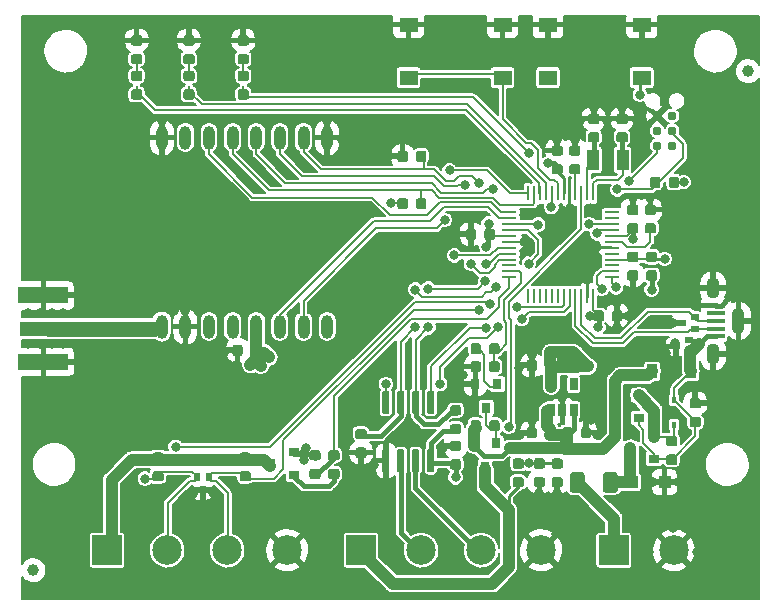
<source format=gbr>
G04 #@! TF.GenerationSoftware,KiCad,Pcbnew,5.99.0-unknown-06c979d~86~ubuntu18.04.1*
G04 #@! TF.CreationDate,2020-01-24T18:15:59+02:00*
G04 #@! TF.ProjectId,lora-bridge,6c6f7261-2d62-4726-9964-67652e6b6963,1.1*
G04 #@! TF.SameCoordinates,Original*
G04 #@! TF.FileFunction,Copper,L1,Top*
G04 #@! TF.FilePolarity,Positive*
%FSLAX46Y46*%
G04 Gerber Fmt 4.6, Leading zero omitted, Abs format (unit mm)*
G04 Created by KiCad (PCBNEW 5.99.0-unknown-06c979d~86~ubuntu18.04.1) date 2020-01-24 18:15:59*
%MOMM*%
%LPD*%
G04 APERTURE LIST*
%ADD10C,1.000000*%
%ADD11R,4.200000X1.350000*%
%ADD12R,3.700000X1.270000*%
%ADD13R,0.450000X0.600000*%
%ADD14R,0.900000X1.200000*%
%ADD15R,0.900000X0.800000*%
%ADD16R,1.100000X1.100000*%
%ADD17R,0.660000X0.500000*%
%ADD18O,1.000000X2.000000*%
%ADD19R,0.500000X0.660000*%
%ADD20R,0.800000X0.900000*%
%ADD21R,0.650000X1.060000*%
%ADD22R,2.500000X2.500000*%
%ADD23C,2.500000*%
%ADD24C,0.787400*%
%ADD25R,1.000000X1.800000*%
%ADD26R,1.550000X1.300000*%
%ADD27R,1.500000X0.450000*%
%ADD28O,1.100000X1.800000*%
%ADD29O,1.100000X2.200000*%
%ADD30R,1.300000X0.250000*%
%ADD31R,0.250000X1.300000*%
%ADD32C,0.800000*%
%ADD33C,0.400000*%
%ADD34C,1.000000*%
%ADD35C,0.250000*%
%ADD36C,0.200000*%
%ADD37C,1.270000*%
G04 APERTURE END LIST*
D10*
X86250000Y-140250000D03*
X146750000Y-98000000D03*
D11*
X87100000Y-116975000D03*
X87100000Y-122625000D03*
D12*
X86950000Y-119800000D03*
D13*
X140500000Y-125850000D03*
X140500000Y-127950000D03*
D14*
X141950000Y-123400000D03*
X138650000Y-123400000D03*
G04 #@! TA.AperFunction,SMDPad,CuDef*
G36*
X119389962Y-108741651D02*
G01*
X119460930Y-108789070D01*
X119508349Y-108860038D01*
X119525000Y-108943750D01*
X119525000Y-109456250D01*
X119508349Y-109539962D01*
X119460930Y-109610930D01*
X119389962Y-109658349D01*
X119306250Y-109675000D01*
X118868750Y-109675000D01*
X118785038Y-109658349D01*
X118714070Y-109610930D01*
X118666651Y-109539962D01*
X118650000Y-109456250D01*
X118650000Y-108943750D01*
X118666651Y-108860038D01*
X118714070Y-108789070D01*
X118785038Y-108741651D01*
X118868750Y-108725000D01*
X119306250Y-108725000D01*
X119389962Y-108741651D01*
G37*
G04 #@! TD.AperFunction*
G04 #@! TA.AperFunction,SMDPad,CuDef*
G36*
X117814962Y-108741651D02*
G01*
X117885930Y-108789070D01*
X117933349Y-108860038D01*
X117950000Y-108943750D01*
X117950000Y-109456250D01*
X117933349Y-109539962D01*
X117885930Y-109610930D01*
X117814962Y-109658349D01*
X117731250Y-109675000D01*
X117293750Y-109675000D01*
X117210038Y-109658349D01*
X117139070Y-109610930D01*
X117091651Y-109539962D01*
X117075000Y-109456250D01*
X117075000Y-108943750D01*
X117091651Y-108860038D01*
X117139070Y-108789070D01*
X117210038Y-108741651D01*
X117293750Y-108725000D01*
X117731250Y-108725000D01*
X117814962Y-108741651D01*
G37*
G04 #@! TD.AperFunction*
G04 #@! TA.AperFunction,SMDPad,CuDef*
G36*
X139214962Y-106941651D02*
G01*
X139285930Y-106989070D01*
X139333349Y-107060038D01*
X139350000Y-107143750D01*
X139350000Y-107656250D01*
X139333349Y-107739962D01*
X139285930Y-107810930D01*
X139214962Y-107858349D01*
X139131250Y-107875000D01*
X138693750Y-107875000D01*
X138610038Y-107858349D01*
X138539070Y-107810930D01*
X138491651Y-107739962D01*
X138475000Y-107656250D01*
X138475000Y-107143750D01*
X138491651Y-107060038D01*
X138539070Y-106989070D01*
X138610038Y-106941651D01*
X138693750Y-106925000D01*
X139131250Y-106925000D01*
X139214962Y-106941651D01*
G37*
G04 #@! TD.AperFunction*
G04 #@! TA.AperFunction,SMDPad,CuDef*
G36*
X140789962Y-106941651D02*
G01*
X140860930Y-106989070D01*
X140908349Y-107060038D01*
X140925000Y-107143750D01*
X140925000Y-107656250D01*
X140908349Y-107739962D01*
X140860930Y-107810930D01*
X140789962Y-107858349D01*
X140706250Y-107875000D01*
X140268750Y-107875000D01*
X140185038Y-107858349D01*
X140114070Y-107810930D01*
X140066651Y-107739962D01*
X140050000Y-107656250D01*
X140050000Y-107143750D01*
X140066651Y-107060038D01*
X140114070Y-106989070D01*
X140185038Y-106941651D01*
X140268750Y-106925000D01*
X140706250Y-106925000D01*
X140789962Y-106941651D01*
G37*
G04 #@! TD.AperFunction*
G04 #@! TA.AperFunction,SMDPad,CuDef*
G36*
X135570671Y-131944030D02*
G01*
X135651777Y-131998223D01*
X135705970Y-132079329D01*
X135725000Y-132175000D01*
X135725000Y-133425000D01*
X135705970Y-133520671D01*
X135651777Y-133601777D01*
X135570671Y-133655970D01*
X135475000Y-133675000D01*
X134725000Y-133675000D01*
X134629329Y-133655970D01*
X134548223Y-133601777D01*
X134494030Y-133520671D01*
X134475000Y-133425000D01*
X134475000Y-132175000D01*
X134494030Y-132079329D01*
X134548223Y-131998223D01*
X134629329Y-131944030D01*
X134725000Y-131925000D01*
X135475000Y-131925000D01*
X135570671Y-131944030D01*
G37*
G04 #@! TD.AperFunction*
G04 #@! TA.AperFunction,SMDPad,CuDef*
G36*
X132770671Y-131944030D02*
G01*
X132851777Y-131998223D01*
X132905970Y-132079329D01*
X132925000Y-132175000D01*
X132925000Y-133425000D01*
X132905970Y-133520671D01*
X132851777Y-133601777D01*
X132770671Y-133655970D01*
X132675000Y-133675000D01*
X131925000Y-133675000D01*
X131829329Y-133655970D01*
X131748223Y-133601777D01*
X131694030Y-133520671D01*
X131675000Y-133425000D01*
X131675000Y-132175000D01*
X131694030Y-132079329D01*
X131748223Y-131998223D01*
X131829329Y-131944030D01*
X131925000Y-131925000D01*
X132675000Y-131925000D01*
X132770671Y-131944030D01*
G37*
G04 #@! TD.AperFunction*
G04 #@! TA.AperFunction,SMDPad,CuDef*
G36*
X142639962Y-125691651D02*
G01*
X142710930Y-125739070D01*
X142758349Y-125810038D01*
X142775000Y-125893750D01*
X142775000Y-126331250D01*
X142758349Y-126414962D01*
X142710930Y-126485930D01*
X142639962Y-126533349D01*
X142556250Y-126550000D01*
X142043750Y-126550000D01*
X141960038Y-126533349D01*
X141889070Y-126485930D01*
X141841651Y-126414962D01*
X141825000Y-126331250D01*
X141825000Y-125893750D01*
X141841651Y-125810038D01*
X141889070Y-125739070D01*
X141960038Y-125691651D01*
X142043750Y-125675000D01*
X142556250Y-125675000D01*
X142639962Y-125691651D01*
G37*
G04 #@! TD.AperFunction*
G04 #@! TA.AperFunction,SMDPad,CuDef*
G36*
X142639962Y-127266651D02*
G01*
X142710930Y-127314070D01*
X142758349Y-127385038D01*
X142775000Y-127468750D01*
X142775000Y-127906250D01*
X142758349Y-127989962D01*
X142710930Y-128060930D01*
X142639962Y-128108349D01*
X142556250Y-128125000D01*
X142043750Y-128125000D01*
X141960038Y-128108349D01*
X141889070Y-128060930D01*
X141841651Y-127989962D01*
X141825000Y-127906250D01*
X141825000Y-127468750D01*
X141841651Y-127385038D01*
X141889070Y-127314070D01*
X141960038Y-127266651D01*
X142043750Y-127250000D01*
X142556250Y-127250000D01*
X142639962Y-127266651D01*
G37*
G04 #@! TD.AperFunction*
G04 #@! TA.AperFunction,SMDPad,CuDef*
G36*
X140639962Y-130466651D02*
G01*
X140710930Y-130514070D01*
X140758349Y-130585038D01*
X140775000Y-130668750D01*
X140775000Y-131106250D01*
X140758349Y-131189962D01*
X140710930Y-131260930D01*
X140639962Y-131308349D01*
X140556250Y-131325000D01*
X140043750Y-131325000D01*
X139960038Y-131308349D01*
X139889070Y-131260930D01*
X139841651Y-131189962D01*
X139825000Y-131106250D01*
X139825000Y-130668750D01*
X139841651Y-130585038D01*
X139889070Y-130514070D01*
X139960038Y-130466651D01*
X140043750Y-130450000D01*
X140556250Y-130450000D01*
X140639962Y-130466651D01*
G37*
G04 #@! TD.AperFunction*
G04 #@! TA.AperFunction,SMDPad,CuDef*
G36*
X140639962Y-128891651D02*
G01*
X140710930Y-128939070D01*
X140758349Y-129010038D01*
X140775000Y-129093750D01*
X140775000Y-129531250D01*
X140758349Y-129614962D01*
X140710930Y-129685930D01*
X140639962Y-129733349D01*
X140556250Y-129750000D01*
X140043750Y-129750000D01*
X139960038Y-129733349D01*
X139889070Y-129685930D01*
X139841651Y-129614962D01*
X139825000Y-129531250D01*
X139825000Y-129093750D01*
X139841651Y-129010038D01*
X139889070Y-128939070D01*
X139960038Y-128891651D01*
X140043750Y-128875000D01*
X140556250Y-128875000D01*
X140639962Y-128891651D01*
G37*
G04 #@! TD.AperFunction*
D15*
X135500000Y-126400000D03*
X137500000Y-125450000D03*
X137500000Y-127350000D03*
X136800000Y-129900000D03*
X138800000Y-128950000D03*
X138800000Y-130850000D03*
D16*
X139700000Y-132800000D03*
X136900000Y-132800000D03*
D17*
X142301584Y-118800000D03*
X142301584Y-119800000D03*
X141161584Y-119300000D03*
G04 #@! TA.AperFunction,SMDPad,CuDef*
G36*
X125589962Y-121041651D02*
G01*
X125660930Y-121089070D01*
X125708349Y-121160038D01*
X125725000Y-121243750D01*
X125725000Y-121756250D01*
X125708349Y-121839962D01*
X125660930Y-121910930D01*
X125589962Y-121958349D01*
X125506250Y-121975000D01*
X125068750Y-121975000D01*
X124985038Y-121958349D01*
X124914070Y-121910930D01*
X124866651Y-121839962D01*
X124850000Y-121756250D01*
X124850000Y-121243750D01*
X124866651Y-121160038D01*
X124914070Y-121089070D01*
X124985038Y-121041651D01*
X125068750Y-121025000D01*
X125506250Y-121025000D01*
X125589962Y-121041651D01*
G37*
G04 #@! TD.AperFunction*
G04 #@! TA.AperFunction,SMDPad,CuDef*
G36*
X124014962Y-121041651D02*
G01*
X124085930Y-121089070D01*
X124133349Y-121160038D01*
X124150000Y-121243750D01*
X124150000Y-121756250D01*
X124133349Y-121839962D01*
X124085930Y-121910930D01*
X124014962Y-121958349D01*
X123931250Y-121975000D01*
X123493750Y-121975000D01*
X123410038Y-121958349D01*
X123339070Y-121910930D01*
X123291651Y-121839962D01*
X123275000Y-121756250D01*
X123275000Y-121243750D01*
X123291651Y-121160038D01*
X123339070Y-121089070D01*
X123410038Y-121041651D01*
X123493750Y-121025000D01*
X123931250Y-121025000D01*
X124014962Y-121041651D01*
G37*
G04 #@! TD.AperFunction*
G04 #@! TA.AperFunction,SMDPad,CuDef*
G36*
X117814962Y-104741651D02*
G01*
X117885930Y-104789070D01*
X117933349Y-104860038D01*
X117950000Y-104943750D01*
X117950000Y-105456250D01*
X117933349Y-105539962D01*
X117885930Y-105610930D01*
X117814962Y-105658349D01*
X117731250Y-105675000D01*
X117293750Y-105675000D01*
X117210038Y-105658349D01*
X117139070Y-105610930D01*
X117091651Y-105539962D01*
X117075000Y-105456250D01*
X117075000Y-104943750D01*
X117091651Y-104860038D01*
X117139070Y-104789070D01*
X117210038Y-104741651D01*
X117293750Y-104725000D01*
X117731250Y-104725000D01*
X117814962Y-104741651D01*
G37*
G04 #@! TD.AperFunction*
G04 #@! TA.AperFunction,SMDPad,CuDef*
G36*
X119389962Y-104741651D02*
G01*
X119460930Y-104789070D01*
X119508349Y-104860038D01*
X119525000Y-104943750D01*
X119525000Y-105456250D01*
X119508349Y-105539962D01*
X119460930Y-105610930D01*
X119389962Y-105658349D01*
X119306250Y-105675000D01*
X118868750Y-105675000D01*
X118785038Y-105658349D01*
X118714070Y-105610930D01*
X118666651Y-105539962D01*
X118650000Y-105456250D01*
X118650000Y-104943750D01*
X118666651Y-104860038D01*
X118714070Y-104789070D01*
X118785038Y-104741651D01*
X118868750Y-104725000D01*
X119306250Y-104725000D01*
X119389962Y-104741651D01*
G37*
G04 #@! TD.AperFunction*
D18*
X111127284Y-119627284D03*
X109127284Y-119627284D03*
X107127284Y-119627284D03*
X105127284Y-119627284D03*
X103127284Y-119627284D03*
X101127284Y-119627284D03*
X99127284Y-119627284D03*
X97127284Y-119627284D03*
X97127284Y-103627284D03*
X99127284Y-103627284D03*
X101127284Y-103627284D03*
X103127284Y-103627284D03*
X105127284Y-103627284D03*
X107127284Y-103627284D03*
X109127284Y-103627284D03*
X111127284Y-103627284D03*
D19*
X100100000Y-132330000D03*
X101100000Y-132330000D03*
X100600000Y-133470000D03*
D20*
X124600000Y-126500000D03*
X123650000Y-124500000D03*
X125550000Y-124500000D03*
D21*
X130100000Y-126700000D03*
X131050000Y-126700000D03*
X132000000Y-126700000D03*
X132000000Y-124500000D03*
X130100000Y-124500000D03*
G04 #@! TA.AperFunction,SMDPad,CuDef*
G36*
X124014962Y-122541651D02*
G01*
X124085930Y-122589070D01*
X124133349Y-122660038D01*
X124150000Y-122743750D01*
X124150000Y-123256250D01*
X124133349Y-123339962D01*
X124085930Y-123410930D01*
X124014962Y-123458349D01*
X123931250Y-123475000D01*
X123493750Y-123475000D01*
X123410038Y-123458349D01*
X123339070Y-123410930D01*
X123291651Y-123339962D01*
X123275000Y-123256250D01*
X123275000Y-122743750D01*
X123291651Y-122660038D01*
X123339070Y-122589070D01*
X123410038Y-122541651D01*
X123493750Y-122525000D01*
X123931250Y-122525000D01*
X124014962Y-122541651D01*
G37*
G04 #@! TD.AperFunction*
G04 #@! TA.AperFunction,SMDPad,CuDef*
G36*
X125589962Y-122541651D02*
G01*
X125660930Y-122589070D01*
X125708349Y-122660038D01*
X125725000Y-122743750D01*
X125725000Y-123256250D01*
X125708349Y-123339962D01*
X125660930Y-123410930D01*
X125589962Y-123458349D01*
X125506250Y-123475000D01*
X125068750Y-123475000D01*
X124985038Y-123458349D01*
X124914070Y-123410930D01*
X124866651Y-123339962D01*
X124850000Y-123256250D01*
X124850000Y-122743750D01*
X124866651Y-122660038D01*
X124914070Y-122589070D01*
X124985038Y-122541651D01*
X125068750Y-122525000D01*
X125506250Y-122525000D01*
X125589962Y-122541651D01*
G37*
G04 #@! TD.AperFunction*
D22*
X135400000Y-138562495D03*
D23*
X140480000Y-138562495D03*
D22*
X114000000Y-138562495D03*
D23*
X119080000Y-138562495D03*
X124160000Y-138562495D03*
X129240000Y-138562495D03*
D22*
X92500000Y-138562495D03*
D23*
X97580000Y-138562495D03*
X102660000Y-138562495D03*
X107740000Y-138562495D03*
G04 #@! TA.AperFunction,SMDPad,CuDef*
G36*
X104364962Y-97966651D02*
G01*
X104435930Y-98014070D01*
X104483349Y-98085038D01*
X104500000Y-98168750D01*
X104500000Y-98606250D01*
X104483349Y-98689962D01*
X104435930Y-98760930D01*
X104364962Y-98808349D01*
X104281250Y-98825000D01*
X103768750Y-98825000D01*
X103685038Y-98808349D01*
X103614070Y-98760930D01*
X103566651Y-98689962D01*
X103550000Y-98606250D01*
X103550000Y-98168750D01*
X103566651Y-98085038D01*
X103614070Y-98014070D01*
X103685038Y-97966651D01*
X103768750Y-97950000D01*
X104281250Y-97950000D01*
X104364962Y-97966651D01*
G37*
G04 #@! TD.AperFunction*
G04 #@! TA.AperFunction,SMDPad,CuDef*
G36*
X104364962Y-99541651D02*
G01*
X104435930Y-99589070D01*
X104483349Y-99660038D01*
X104500000Y-99743750D01*
X104500000Y-100181250D01*
X104483349Y-100264962D01*
X104435930Y-100335930D01*
X104364962Y-100383349D01*
X104281250Y-100400000D01*
X103768750Y-100400000D01*
X103685038Y-100383349D01*
X103614070Y-100335930D01*
X103566651Y-100264962D01*
X103550000Y-100181250D01*
X103550000Y-99743750D01*
X103566651Y-99660038D01*
X103614070Y-99589070D01*
X103685038Y-99541651D01*
X103768750Y-99525000D01*
X104281250Y-99525000D01*
X104364962Y-99541651D01*
G37*
G04 #@! TD.AperFunction*
G04 #@! TA.AperFunction,SMDPad,CuDef*
G36*
X95339962Y-97966651D02*
G01*
X95410930Y-98014070D01*
X95458349Y-98085038D01*
X95475000Y-98168750D01*
X95475000Y-98606250D01*
X95458349Y-98689962D01*
X95410930Y-98760930D01*
X95339962Y-98808349D01*
X95256250Y-98825000D01*
X94743750Y-98825000D01*
X94660038Y-98808349D01*
X94589070Y-98760930D01*
X94541651Y-98689962D01*
X94525000Y-98606250D01*
X94525000Y-98168750D01*
X94541651Y-98085038D01*
X94589070Y-98014070D01*
X94660038Y-97966651D01*
X94743750Y-97950000D01*
X95256250Y-97950000D01*
X95339962Y-97966651D01*
G37*
G04 #@! TD.AperFunction*
G04 #@! TA.AperFunction,SMDPad,CuDef*
G36*
X95339962Y-99541651D02*
G01*
X95410930Y-99589070D01*
X95458349Y-99660038D01*
X95475000Y-99743750D01*
X95475000Y-100181250D01*
X95458349Y-100264962D01*
X95410930Y-100335930D01*
X95339962Y-100383349D01*
X95256250Y-100400000D01*
X94743750Y-100400000D01*
X94660038Y-100383349D01*
X94589070Y-100335930D01*
X94541651Y-100264962D01*
X94525000Y-100181250D01*
X94525000Y-99743750D01*
X94541651Y-99660038D01*
X94589070Y-99589070D01*
X94660038Y-99541651D01*
X94743750Y-99525000D01*
X95256250Y-99525000D01*
X95339962Y-99541651D01*
G37*
G04 #@! TD.AperFunction*
G04 #@! TA.AperFunction,SMDPad,CuDef*
G36*
X99764962Y-97966651D02*
G01*
X99835930Y-98014070D01*
X99883349Y-98085038D01*
X99900000Y-98168750D01*
X99900000Y-98606250D01*
X99883349Y-98689962D01*
X99835930Y-98760930D01*
X99764962Y-98808349D01*
X99681250Y-98825000D01*
X99168750Y-98825000D01*
X99085038Y-98808349D01*
X99014070Y-98760930D01*
X98966651Y-98689962D01*
X98950000Y-98606250D01*
X98950000Y-98168750D01*
X98966651Y-98085038D01*
X99014070Y-98014070D01*
X99085038Y-97966651D01*
X99168750Y-97950000D01*
X99681250Y-97950000D01*
X99764962Y-97966651D01*
G37*
G04 #@! TD.AperFunction*
G04 #@! TA.AperFunction,SMDPad,CuDef*
G36*
X99764962Y-99541651D02*
G01*
X99835930Y-99589070D01*
X99883349Y-99660038D01*
X99900000Y-99743750D01*
X99900000Y-100181250D01*
X99883349Y-100264962D01*
X99835930Y-100335930D01*
X99764962Y-100383349D01*
X99681250Y-100400000D01*
X99168750Y-100400000D01*
X99085038Y-100383349D01*
X99014070Y-100335930D01*
X98966651Y-100264962D01*
X98950000Y-100181250D01*
X98950000Y-99743750D01*
X98966651Y-99660038D01*
X99014070Y-99589070D01*
X99085038Y-99541651D01*
X99168750Y-99525000D01*
X99681250Y-99525000D01*
X99764962Y-99541651D01*
G37*
G04 #@! TD.AperFunction*
G04 #@! TA.AperFunction,SMDPad,CuDef*
G36*
X104364962Y-96541651D02*
G01*
X104435930Y-96589070D01*
X104483349Y-96660038D01*
X104500000Y-96743750D01*
X104500000Y-97181250D01*
X104483349Y-97264962D01*
X104435930Y-97335930D01*
X104364962Y-97383349D01*
X104281250Y-97400000D01*
X103768750Y-97400000D01*
X103685038Y-97383349D01*
X103614070Y-97335930D01*
X103566651Y-97264962D01*
X103550000Y-97181250D01*
X103550000Y-96743750D01*
X103566651Y-96660038D01*
X103614070Y-96589070D01*
X103685038Y-96541651D01*
X103768750Y-96525000D01*
X104281250Y-96525000D01*
X104364962Y-96541651D01*
G37*
G04 #@! TD.AperFunction*
G04 #@! TA.AperFunction,SMDPad,CuDef*
G36*
X104364962Y-94966651D02*
G01*
X104435930Y-95014070D01*
X104483349Y-95085038D01*
X104500000Y-95168750D01*
X104500000Y-95606250D01*
X104483349Y-95689962D01*
X104435930Y-95760930D01*
X104364962Y-95808349D01*
X104281250Y-95825000D01*
X103768750Y-95825000D01*
X103685038Y-95808349D01*
X103614070Y-95760930D01*
X103566651Y-95689962D01*
X103550000Y-95606250D01*
X103550000Y-95168750D01*
X103566651Y-95085038D01*
X103614070Y-95014070D01*
X103685038Y-94966651D01*
X103768750Y-94950000D01*
X104281250Y-94950000D01*
X104364962Y-94966651D01*
G37*
G04 #@! TD.AperFunction*
G04 #@! TA.AperFunction,SMDPad,CuDef*
G36*
X95339962Y-96541651D02*
G01*
X95410930Y-96589070D01*
X95458349Y-96660038D01*
X95475000Y-96743750D01*
X95475000Y-97181250D01*
X95458349Y-97264962D01*
X95410930Y-97335930D01*
X95339962Y-97383349D01*
X95256250Y-97400000D01*
X94743750Y-97400000D01*
X94660038Y-97383349D01*
X94589070Y-97335930D01*
X94541651Y-97264962D01*
X94525000Y-97181250D01*
X94525000Y-96743750D01*
X94541651Y-96660038D01*
X94589070Y-96589070D01*
X94660038Y-96541651D01*
X94743750Y-96525000D01*
X95256250Y-96525000D01*
X95339962Y-96541651D01*
G37*
G04 #@! TD.AperFunction*
G04 #@! TA.AperFunction,SMDPad,CuDef*
G36*
X95339962Y-94966651D02*
G01*
X95410930Y-95014070D01*
X95458349Y-95085038D01*
X95475000Y-95168750D01*
X95475000Y-95606250D01*
X95458349Y-95689962D01*
X95410930Y-95760930D01*
X95339962Y-95808349D01*
X95256250Y-95825000D01*
X94743750Y-95825000D01*
X94660038Y-95808349D01*
X94589070Y-95760930D01*
X94541651Y-95689962D01*
X94525000Y-95606250D01*
X94525000Y-95168750D01*
X94541651Y-95085038D01*
X94589070Y-95014070D01*
X94660038Y-94966651D01*
X94743750Y-94950000D01*
X95256250Y-94950000D01*
X95339962Y-94966651D01*
G37*
G04 #@! TD.AperFunction*
G04 #@! TA.AperFunction,SMDPad,CuDef*
G36*
X99764963Y-96541651D02*
G01*
X99835931Y-96589070D01*
X99883350Y-96660038D01*
X99900001Y-96743750D01*
X99900001Y-97181250D01*
X99883350Y-97264962D01*
X99835931Y-97335930D01*
X99764963Y-97383349D01*
X99681251Y-97400000D01*
X99168751Y-97400000D01*
X99085039Y-97383349D01*
X99014071Y-97335930D01*
X98966652Y-97264962D01*
X98950001Y-97181250D01*
X98950001Y-96743750D01*
X98966652Y-96660038D01*
X99014071Y-96589070D01*
X99085039Y-96541651D01*
X99168751Y-96525000D01*
X99681251Y-96525000D01*
X99764963Y-96541651D01*
G37*
G04 #@! TD.AperFunction*
G04 #@! TA.AperFunction,SMDPad,CuDef*
G36*
X99764963Y-94966651D02*
G01*
X99835931Y-95014070D01*
X99883350Y-95085038D01*
X99900001Y-95168750D01*
X99900001Y-95606250D01*
X99883350Y-95689962D01*
X99835931Y-95760930D01*
X99764963Y-95808349D01*
X99681251Y-95825000D01*
X99168751Y-95825000D01*
X99085039Y-95808349D01*
X99014071Y-95760930D01*
X98966652Y-95689962D01*
X98950001Y-95606250D01*
X98950001Y-95168750D01*
X98966652Y-95085038D01*
X99014071Y-95014070D01*
X99085039Y-94966651D01*
X99168751Y-94950000D01*
X99681251Y-94950000D01*
X99764963Y-94966651D01*
G37*
G04 #@! TD.AperFunction*
G04 #@! TA.AperFunction,SMDPad,CuDef*
G36*
X130939962Y-104291651D02*
G01*
X131010930Y-104339070D01*
X131058349Y-104410038D01*
X131075000Y-104493750D01*
X131075000Y-104931250D01*
X131058349Y-105014962D01*
X131010930Y-105085930D01*
X130939962Y-105133349D01*
X130856250Y-105150000D01*
X130343750Y-105150000D01*
X130260038Y-105133349D01*
X130189070Y-105085930D01*
X130141651Y-105014962D01*
X130125000Y-104931250D01*
X130125000Y-104493750D01*
X130141651Y-104410038D01*
X130189070Y-104339070D01*
X130260038Y-104291651D01*
X130343750Y-104275000D01*
X130856250Y-104275000D01*
X130939962Y-104291651D01*
G37*
G04 #@! TD.AperFunction*
G04 #@! TA.AperFunction,SMDPad,CuDef*
G36*
X130939962Y-105866651D02*
G01*
X131010930Y-105914070D01*
X131058349Y-105985038D01*
X131075000Y-106068750D01*
X131075000Y-106506250D01*
X131058349Y-106589962D01*
X131010930Y-106660930D01*
X130939962Y-106708349D01*
X130856250Y-106725000D01*
X130343750Y-106725000D01*
X130260038Y-106708349D01*
X130189070Y-106660930D01*
X130141651Y-106589962D01*
X130125000Y-106506250D01*
X130125000Y-106068750D01*
X130141651Y-105985038D01*
X130189070Y-105914070D01*
X130260038Y-105866651D01*
X130343750Y-105850000D01*
X130856250Y-105850000D01*
X130939962Y-105866651D01*
G37*
G04 #@! TD.AperFunction*
D24*
X139065000Y-104330000D03*
X139065000Y-103060000D03*
X139065000Y-101790000D03*
X140335000Y-101790000D03*
X140335000Y-103060000D03*
X140335000Y-104330000D03*
G04 #@! TA.AperFunction,SMDPad,CuDef*
G36*
X129439962Y-130781651D02*
G01*
X129510930Y-130829070D01*
X129558349Y-130900038D01*
X129575000Y-130983750D01*
X129575000Y-131421250D01*
X129558349Y-131504962D01*
X129510930Y-131575930D01*
X129439962Y-131623349D01*
X129356250Y-131640000D01*
X128843750Y-131640000D01*
X128760038Y-131623349D01*
X128689070Y-131575930D01*
X128641651Y-131504962D01*
X128625000Y-131421250D01*
X128625000Y-130983750D01*
X128641651Y-130900038D01*
X128689070Y-130829070D01*
X128760038Y-130781651D01*
X128843750Y-130765000D01*
X129356250Y-130765000D01*
X129439962Y-130781651D01*
G37*
G04 #@! TD.AperFunction*
G04 #@! TA.AperFunction,SMDPad,CuDef*
G36*
X129439962Y-132356651D02*
G01*
X129510930Y-132404070D01*
X129558349Y-132475038D01*
X129575000Y-132558750D01*
X129575000Y-132996250D01*
X129558349Y-133079962D01*
X129510930Y-133150930D01*
X129439962Y-133198349D01*
X129356250Y-133215000D01*
X128843750Y-133215000D01*
X128760038Y-133198349D01*
X128689070Y-133150930D01*
X128641651Y-133079962D01*
X128625000Y-132996250D01*
X128625000Y-132558750D01*
X128641651Y-132475038D01*
X128689070Y-132404070D01*
X128760038Y-132356651D01*
X128843750Y-132340000D01*
X129356250Y-132340000D01*
X129439962Y-132356651D01*
G37*
G04 #@! TD.AperFunction*
G04 #@! TA.AperFunction,SMDPad,CuDef*
G36*
X127639962Y-130791651D02*
G01*
X127710930Y-130839070D01*
X127758349Y-130910038D01*
X127775000Y-130993750D01*
X127775000Y-131431250D01*
X127758349Y-131514962D01*
X127710930Y-131585930D01*
X127639962Y-131633349D01*
X127556250Y-131650000D01*
X127043750Y-131650000D01*
X126960038Y-131633349D01*
X126889070Y-131585930D01*
X126841651Y-131514962D01*
X126825000Y-131431250D01*
X126825000Y-130993750D01*
X126841651Y-130910038D01*
X126889070Y-130839070D01*
X126960038Y-130791651D01*
X127043750Y-130775000D01*
X127556250Y-130775000D01*
X127639962Y-130791651D01*
G37*
G04 #@! TD.AperFunction*
G04 #@! TA.AperFunction,SMDPad,CuDef*
G36*
X127639962Y-132366651D02*
G01*
X127710930Y-132414070D01*
X127758349Y-132485038D01*
X127775000Y-132568750D01*
X127775000Y-133006250D01*
X127758349Y-133089962D01*
X127710930Y-133160930D01*
X127639962Y-133208349D01*
X127556250Y-133225000D01*
X127043750Y-133225000D01*
X126960038Y-133208349D01*
X126889070Y-133160930D01*
X126841651Y-133089962D01*
X126825000Y-133006250D01*
X126825000Y-132568750D01*
X126841651Y-132485038D01*
X126889070Y-132414070D01*
X126960038Y-132366651D01*
X127043750Y-132350000D01*
X127556250Y-132350000D01*
X127639962Y-132366651D01*
G37*
G04 #@! TD.AperFunction*
G04 #@! TA.AperFunction,SMDPad,CuDef*
G36*
X130939962Y-132366651D02*
G01*
X131010930Y-132414070D01*
X131058349Y-132485038D01*
X131075000Y-132568750D01*
X131075000Y-133006250D01*
X131058349Y-133089962D01*
X131010930Y-133160930D01*
X130939962Y-133208349D01*
X130856250Y-133225000D01*
X130343750Y-133225000D01*
X130260038Y-133208349D01*
X130189070Y-133160930D01*
X130141651Y-133089962D01*
X130125000Y-133006250D01*
X130125000Y-132568750D01*
X130141651Y-132485038D01*
X130189070Y-132414070D01*
X130260038Y-132366651D01*
X130343750Y-132350000D01*
X130856250Y-132350000D01*
X130939962Y-132366651D01*
G37*
G04 #@! TD.AperFunction*
G04 #@! TA.AperFunction,SMDPad,CuDef*
G36*
X130939962Y-130791651D02*
G01*
X131010930Y-130839070D01*
X131058349Y-130910038D01*
X131075000Y-130993750D01*
X131075000Y-131431250D01*
X131058349Y-131514962D01*
X131010930Y-131585930D01*
X130939962Y-131633349D01*
X130856250Y-131650000D01*
X130343750Y-131650000D01*
X130260038Y-131633349D01*
X130189070Y-131585930D01*
X130141651Y-131514962D01*
X130125000Y-131431250D01*
X130125000Y-130993750D01*
X130141651Y-130910038D01*
X130189070Y-130839070D01*
X130260038Y-130791651D01*
X130343750Y-130775000D01*
X130856250Y-130775000D01*
X130939962Y-130791651D01*
G37*
G04 #@! TD.AperFunction*
G04 #@! TA.AperFunction,SMDPad,CuDef*
G36*
X124014962Y-127541651D02*
G01*
X124085930Y-127589070D01*
X124133349Y-127660038D01*
X124150000Y-127743750D01*
X124150000Y-128256250D01*
X124133349Y-128339962D01*
X124085930Y-128410930D01*
X124014962Y-128458349D01*
X123931250Y-128475000D01*
X123493750Y-128475000D01*
X123410038Y-128458349D01*
X123339070Y-128410930D01*
X123291651Y-128339962D01*
X123275000Y-128256250D01*
X123275000Y-127743750D01*
X123291651Y-127660038D01*
X123339070Y-127589070D01*
X123410038Y-127541651D01*
X123493750Y-127525000D01*
X123931250Y-127525000D01*
X124014962Y-127541651D01*
G37*
G04 #@! TD.AperFunction*
G04 #@! TA.AperFunction,SMDPad,CuDef*
G36*
X125589962Y-127541651D02*
G01*
X125660930Y-127589070D01*
X125708349Y-127660038D01*
X125725000Y-127743750D01*
X125725000Y-128256250D01*
X125708349Y-128339962D01*
X125660930Y-128410930D01*
X125589962Y-128458349D01*
X125506250Y-128475000D01*
X125068750Y-128475000D01*
X124985038Y-128458349D01*
X124914070Y-128410930D01*
X124866651Y-128339962D01*
X124850000Y-128256250D01*
X124850000Y-127743750D01*
X124866651Y-127660038D01*
X124914070Y-127589070D01*
X124985038Y-127541651D01*
X125068750Y-127525000D01*
X125506250Y-127525000D01*
X125589962Y-127541651D01*
G37*
G04 #@! TD.AperFunction*
D20*
X124500000Y-131500000D03*
X123550000Y-129500000D03*
X125450000Y-129500000D03*
D25*
X133650001Y-105500001D03*
X136150001Y-105500001D03*
G04 #@! TA.AperFunction,SMDPad,CuDef*
G36*
X120112403Y-130011418D02*
G01*
X120161066Y-130043934D01*
X120193582Y-130092597D01*
X120205000Y-130150000D01*
X120205000Y-131800000D01*
X120193582Y-131857403D01*
X120161066Y-131906066D01*
X120112403Y-131938582D01*
X120055000Y-131950000D01*
X119755000Y-131950000D01*
X119697597Y-131938582D01*
X119648934Y-131906066D01*
X119616418Y-131857403D01*
X119605000Y-131800000D01*
X119605000Y-130150000D01*
X119616418Y-130092597D01*
X119648934Y-130043934D01*
X119697597Y-130011418D01*
X119755000Y-130000000D01*
X120055000Y-130000000D01*
X120112403Y-130011418D01*
G37*
G04 #@! TD.AperFunction*
G04 #@! TA.AperFunction,SMDPad,CuDef*
G36*
X118842403Y-130011418D02*
G01*
X118891066Y-130043934D01*
X118923582Y-130092597D01*
X118935000Y-130150000D01*
X118935000Y-131800000D01*
X118923582Y-131857403D01*
X118891066Y-131906066D01*
X118842403Y-131938582D01*
X118785000Y-131950000D01*
X118485000Y-131950000D01*
X118427597Y-131938582D01*
X118378934Y-131906066D01*
X118346418Y-131857403D01*
X118335000Y-131800000D01*
X118335000Y-130150000D01*
X118346418Y-130092597D01*
X118378934Y-130043934D01*
X118427597Y-130011418D01*
X118485000Y-130000000D01*
X118785000Y-130000000D01*
X118842403Y-130011418D01*
G37*
G04 #@! TD.AperFunction*
G04 #@! TA.AperFunction,SMDPad,CuDef*
G36*
X117572403Y-130011418D02*
G01*
X117621066Y-130043934D01*
X117653582Y-130092597D01*
X117665000Y-130150000D01*
X117665000Y-131800000D01*
X117653582Y-131857403D01*
X117621066Y-131906066D01*
X117572403Y-131938582D01*
X117515000Y-131950000D01*
X117215000Y-131950000D01*
X117157597Y-131938582D01*
X117108934Y-131906066D01*
X117076418Y-131857403D01*
X117065000Y-131800000D01*
X117065000Y-130150000D01*
X117076418Y-130092597D01*
X117108934Y-130043934D01*
X117157597Y-130011418D01*
X117215000Y-130000000D01*
X117515000Y-130000000D01*
X117572403Y-130011418D01*
G37*
G04 #@! TD.AperFunction*
G04 #@! TA.AperFunction,SMDPad,CuDef*
G36*
X116302403Y-130011418D02*
G01*
X116351066Y-130043934D01*
X116383582Y-130092597D01*
X116395000Y-130150000D01*
X116395000Y-131800000D01*
X116383582Y-131857403D01*
X116351066Y-131906066D01*
X116302403Y-131938582D01*
X116245000Y-131950000D01*
X115945000Y-131950000D01*
X115887597Y-131938582D01*
X115838934Y-131906066D01*
X115806418Y-131857403D01*
X115795000Y-131800000D01*
X115795000Y-130150000D01*
X115806418Y-130092597D01*
X115838934Y-130043934D01*
X115887597Y-130011418D01*
X115945000Y-130000000D01*
X116245000Y-130000000D01*
X116302403Y-130011418D01*
G37*
G04 #@! TD.AperFunction*
G04 #@! TA.AperFunction,SMDPad,CuDef*
G36*
X116302403Y-125061418D02*
G01*
X116351066Y-125093934D01*
X116383582Y-125142597D01*
X116395000Y-125200000D01*
X116395000Y-126850000D01*
X116383582Y-126907403D01*
X116351066Y-126956066D01*
X116302403Y-126988582D01*
X116245000Y-127000000D01*
X115945000Y-127000000D01*
X115887597Y-126988582D01*
X115838934Y-126956066D01*
X115806418Y-126907403D01*
X115795000Y-126850000D01*
X115795000Y-125200000D01*
X115806418Y-125142597D01*
X115838934Y-125093934D01*
X115887597Y-125061418D01*
X115945000Y-125050000D01*
X116245000Y-125050000D01*
X116302403Y-125061418D01*
G37*
G04 #@! TD.AperFunction*
G04 #@! TA.AperFunction,SMDPad,CuDef*
G36*
X117572403Y-125061418D02*
G01*
X117621066Y-125093934D01*
X117653582Y-125142597D01*
X117665000Y-125200000D01*
X117665000Y-126850000D01*
X117653582Y-126907403D01*
X117621066Y-126956066D01*
X117572403Y-126988582D01*
X117515000Y-127000000D01*
X117215000Y-127000000D01*
X117157597Y-126988582D01*
X117108934Y-126956066D01*
X117076418Y-126907403D01*
X117065000Y-126850000D01*
X117065000Y-125200000D01*
X117076418Y-125142597D01*
X117108934Y-125093934D01*
X117157597Y-125061418D01*
X117215000Y-125050000D01*
X117515000Y-125050000D01*
X117572403Y-125061418D01*
G37*
G04 #@! TD.AperFunction*
G04 #@! TA.AperFunction,SMDPad,CuDef*
G36*
X118842403Y-125061418D02*
G01*
X118891066Y-125093934D01*
X118923582Y-125142597D01*
X118935000Y-125200000D01*
X118935000Y-126850000D01*
X118923582Y-126907403D01*
X118891066Y-126956066D01*
X118842403Y-126988582D01*
X118785000Y-127000000D01*
X118485000Y-127000000D01*
X118427597Y-126988582D01*
X118378934Y-126956066D01*
X118346418Y-126907403D01*
X118335000Y-126850000D01*
X118335000Y-125200000D01*
X118346418Y-125142597D01*
X118378934Y-125093934D01*
X118427597Y-125061418D01*
X118485000Y-125050000D01*
X118785000Y-125050000D01*
X118842403Y-125061418D01*
G37*
G04 #@! TD.AperFunction*
G04 #@! TA.AperFunction,SMDPad,CuDef*
G36*
X120112403Y-125061418D02*
G01*
X120161066Y-125093934D01*
X120193582Y-125142597D01*
X120205000Y-125200000D01*
X120205000Y-126850000D01*
X120193582Y-126907403D01*
X120161066Y-126956066D01*
X120112403Y-126988582D01*
X120055000Y-127000000D01*
X119755000Y-127000000D01*
X119697597Y-126988582D01*
X119648934Y-126956066D01*
X119616418Y-126907403D01*
X119605000Y-126850000D01*
X119605000Y-125200000D01*
X119616418Y-125142597D01*
X119648934Y-125093934D01*
X119697597Y-125061418D01*
X119755000Y-125050000D01*
X120055000Y-125050000D01*
X120112403Y-125061418D01*
G37*
G04 #@! TD.AperFunction*
D26*
X137775000Y-98550000D03*
X137775000Y-94050000D03*
X129825000Y-94050000D03*
X129825000Y-98550000D03*
X125975000Y-98550000D03*
X125975000Y-94050000D03*
X118025000Y-94050000D03*
X118025000Y-98550000D03*
G04 #@! TA.AperFunction,SMDPad,CuDef*
G36*
X114339962Y-129866651D02*
G01*
X114410930Y-129914070D01*
X114458349Y-129985038D01*
X114475000Y-130068750D01*
X114475000Y-130506250D01*
X114458349Y-130589962D01*
X114410930Y-130660930D01*
X114339962Y-130708349D01*
X114256250Y-130725000D01*
X113743750Y-130725000D01*
X113660038Y-130708349D01*
X113589070Y-130660930D01*
X113541651Y-130589962D01*
X113525000Y-130506250D01*
X113525000Y-130068750D01*
X113541651Y-129985038D01*
X113589070Y-129914070D01*
X113660038Y-129866651D01*
X113743750Y-129850000D01*
X114256250Y-129850000D01*
X114339962Y-129866651D01*
G37*
G04 #@! TD.AperFunction*
G04 #@! TA.AperFunction,SMDPad,CuDef*
G36*
X114339962Y-128291651D02*
G01*
X114410930Y-128339070D01*
X114458349Y-128410038D01*
X114475000Y-128493750D01*
X114475000Y-128931250D01*
X114458349Y-129014962D01*
X114410930Y-129085930D01*
X114339962Y-129133349D01*
X114256250Y-129150000D01*
X113743750Y-129150000D01*
X113660038Y-129133349D01*
X113589070Y-129085930D01*
X113541651Y-129014962D01*
X113525000Y-128931250D01*
X113525000Y-128493750D01*
X113541651Y-128410038D01*
X113589070Y-128339070D01*
X113660038Y-128291651D01*
X113743750Y-128275000D01*
X114256250Y-128275000D01*
X114339962Y-128291651D01*
G37*
G04 #@! TD.AperFunction*
G04 #@! TA.AperFunction,SMDPad,CuDef*
G36*
X104539962Y-131866650D02*
G01*
X104610930Y-131914069D01*
X104658349Y-131985037D01*
X104675000Y-132068749D01*
X104675000Y-132506249D01*
X104658349Y-132589961D01*
X104610930Y-132660929D01*
X104539962Y-132708348D01*
X104456250Y-132724999D01*
X103943750Y-132724999D01*
X103860038Y-132708348D01*
X103789070Y-132660929D01*
X103741651Y-132589961D01*
X103725000Y-132506249D01*
X103725000Y-132068749D01*
X103741651Y-131985037D01*
X103789070Y-131914069D01*
X103860038Y-131866650D01*
X103943750Y-131849999D01*
X104456250Y-131849999D01*
X104539962Y-131866650D01*
G37*
G04 #@! TD.AperFunction*
G04 #@! TA.AperFunction,SMDPad,CuDef*
G36*
X104539962Y-130291650D02*
G01*
X104610930Y-130339069D01*
X104658349Y-130410037D01*
X104675000Y-130493749D01*
X104675000Y-130931249D01*
X104658349Y-131014961D01*
X104610930Y-131085929D01*
X104539962Y-131133348D01*
X104456250Y-131149999D01*
X103943750Y-131149999D01*
X103860038Y-131133348D01*
X103789070Y-131085929D01*
X103741651Y-131014961D01*
X103725000Y-130931249D01*
X103725000Y-130493749D01*
X103741651Y-130410037D01*
X103789070Y-130339069D01*
X103860038Y-130291650D01*
X103943750Y-130274999D01*
X104456250Y-130274999D01*
X104539962Y-130291650D01*
G37*
G04 #@! TD.AperFunction*
G04 #@! TA.AperFunction,SMDPad,CuDef*
G36*
X97139962Y-131866651D02*
G01*
X97210930Y-131914070D01*
X97258349Y-131985038D01*
X97275000Y-132068750D01*
X97275000Y-132506250D01*
X97258349Y-132589962D01*
X97210930Y-132660930D01*
X97139962Y-132708349D01*
X97056250Y-132725000D01*
X96543750Y-132725000D01*
X96460038Y-132708349D01*
X96389070Y-132660930D01*
X96341651Y-132589962D01*
X96325000Y-132506250D01*
X96325000Y-132068750D01*
X96341651Y-131985038D01*
X96389070Y-131914070D01*
X96460038Y-131866651D01*
X96543750Y-131850000D01*
X97056250Y-131850000D01*
X97139962Y-131866651D01*
G37*
G04 #@! TD.AperFunction*
G04 #@! TA.AperFunction,SMDPad,CuDef*
G36*
X97139962Y-130291651D02*
G01*
X97210930Y-130339070D01*
X97258349Y-130410038D01*
X97275000Y-130493750D01*
X97275000Y-130931250D01*
X97258349Y-131014962D01*
X97210930Y-131085930D01*
X97139962Y-131133349D01*
X97056250Y-131150000D01*
X96543750Y-131150000D01*
X96460038Y-131133349D01*
X96389070Y-131085930D01*
X96341651Y-131014962D01*
X96325000Y-130931250D01*
X96325000Y-130493750D01*
X96341651Y-130410038D01*
X96389070Y-130339070D01*
X96460038Y-130291651D01*
X96543750Y-130275000D01*
X97056250Y-130275000D01*
X97139962Y-130291651D01*
G37*
G04 #@! TD.AperFunction*
G04 #@! TA.AperFunction,SMDPad,CuDef*
G36*
X112039961Y-130091651D02*
G01*
X112110929Y-130139070D01*
X112158348Y-130210038D01*
X112174999Y-130293750D01*
X112174999Y-130731250D01*
X112158348Y-130814962D01*
X112110929Y-130885930D01*
X112039961Y-130933349D01*
X111956249Y-130950000D01*
X111443749Y-130950000D01*
X111360037Y-130933349D01*
X111289069Y-130885930D01*
X111241650Y-130814962D01*
X111224999Y-130731250D01*
X111224999Y-130293750D01*
X111241650Y-130210038D01*
X111289069Y-130139070D01*
X111360037Y-130091651D01*
X111443749Y-130075000D01*
X111956249Y-130075000D01*
X112039961Y-130091651D01*
G37*
G04 #@! TD.AperFunction*
G04 #@! TA.AperFunction,SMDPad,CuDef*
G36*
X112039961Y-131666651D02*
G01*
X112110929Y-131714070D01*
X112158348Y-131785038D01*
X112174999Y-131868750D01*
X112174999Y-132306250D01*
X112158348Y-132389962D01*
X112110929Y-132460930D01*
X112039961Y-132508349D01*
X111956249Y-132525000D01*
X111443749Y-132525000D01*
X111360037Y-132508349D01*
X111289069Y-132460930D01*
X111241650Y-132389962D01*
X111224999Y-132306250D01*
X111224999Y-131868750D01*
X111241650Y-131785038D01*
X111289069Y-131714070D01*
X111360037Y-131666651D01*
X111443749Y-131650000D01*
X111956249Y-131650000D01*
X112039961Y-131666651D01*
G37*
G04 #@! TD.AperFunction*
G04 #@! TA.AperFunction,SMDPad,CuDef*
G36*
X110439962Y-130091650D02*
G01*
X110510930Y-130139069D01*
X110558349Y-130210037D01*
X110575000Y-130293749D01*
X110575000Y-130731249D01*
X110558349Y-130814961D01*
X110510930Y-130885929D01*
X110439962Y-130933348D01*
X110356250Y-130949999D01*
X109843750Y-130949999D01*
X109760038Y-130933348D01*
X109689070Y-130885929D01*
X109641651Y-130814961D01*
X109625000Y-130731249D01*
X109625000Y-130293749D01*
X109641651Y-130210037D01*
X109689070Y-130139069D01*
X109760038Y-130091650D01*
X109843750Y-130074999D01*
X110356250Y-130074999D01*
X110439962Y-130091650D01*
G37*
G04 #@! TD.AperFunction*
G04 #@! TA.AperFunction,SMDPad,CuDef*
G36*
X110439962Y-131666650D02*
G01*
X110510930Y-131714069D01*
X110558349Y-131785037D01*
X110575000Y-131868749D01*
X110575000Y-132306249D01*
X110558349Y-132389961D01*
X110510930Y-132460929D01*
X110439962Y-132508348D01*
X110356250Y-132524999D01*
X109843750Y-132524999D01*
X109760038Y-132508348D01*
X109689070Y-132460929D01*
X109641651Y-132389961D01*
X109625000Y-132306249D01*
X109625000Y-131868749D01*
X109641651Y-131785037D01*
X109689070Y-131714069D01*
X109760038Y-131666650D01*
X109843750Y-131649999D01*
X110356250Y-131649999D01*
X110439962Y-131666650D01*
G37*
G04 #@! TD.AperFunction*
G04 #@! TA.AperFunction,SMDPad,CuDef*
G36*
X122339962Y-126291651D02*
G01*
X122410930Y-126339070D01*
X122458349Y-126410038D01*
X122475000Y-126493750D01*
X122475000Y-126931250D01*
X122458349Y-127014962D01*
X122410930Y-127085930D01*
X122339962Y-127133349D01*
X122256250Y-127150000D01*
X121743750Y-127150000D01*
X121660038Y-127133349D01*
X121589070Y-127085930D01*
X121541651Y-127014962D01*
X121525000Y-126931250D01*
X121525000Y-126493750D01*
X121541651Y-126410038D01*
X121589070Y-126339070D01*
X121660038Y-126291651D01*
X121743750Y-126275000D01*
X122256250Y-126275000D01*
X122339962Y-126291651D01*
G37*
G04 #@! TD.AperFunction*
G04 #@! TA.AperFunction,SMDPad,CuDef*
G36*
X122339962Y-127866651D02*
G01*
X122410930Y-127914070D01*
X122458349Y-127985038D01*
X122475000Y-128068750D01*
X122475000Y-128506250D01*
X122458349Y-128589962D01*
X122410930Y-128660930D01*
X122339962Y-128708349D01*
X122256250Y-128725000D01*
X121743750Y-128725000D01*
X121660038Y-128708349D01*
X121589070Y-128660930D01*
X121541651Y-128589962D01*
X121525000Y-128506250D01*
X121525000Y-128068750D01*
X121541651Y-127985038D01*
X121589070Y-127914070D01*
X121660038Y-127866651D01*
X121743750Y-127850000D01*
X122256250Y-127850000D01*
X122339962Y-127866651D01*
G37*
G04 #@! TD.AperFunction*
G04 #@! TA.AperFunction,SMDPad,CuDef*
G36*
X138939962Y-113291651D02*
G01*
X139010930Y-113339070D01*
X139058349Y-113410038D01*
X139075000Y-113493750D01*
X139075000Y-113931250D01*
X139058349Y-114014962D01*
X139010930Y-114085930D01*
X138939962Y-114133349D01*
X138856250Y-114150000D01*
X138343750Y-114150000D01*
X138260038Y-114133349D01*
X138189070Y-114085930D01*
X138141651Y-114014962D01*
X138125000Y-113931250D01*
X138125000Y-113493750D01*
X138141651Y-113410038D01*
X138189070Y-113339070D01*
X138260038Y-113291651D01*
X138343750Y-113275000D01*
X138856250Y-113275000D01*
X138939962Y-113291651D01*
G37*
G04 #@! TD.AperFunction*
G04 #@! TA.AperFunction,SMDPad,CuDef*
G36*
X138939962Y-114866651D02*
G01*
X139010930Y-114914070D01*
X139058349Y-114985038D01*
X139075000Y-115068750D01*
X139075000Y-115506250D01*
X139058349Y-115589962D01*
X139010930Y-115660930D01*
X138939962Y-115708349D01*
X138856250Y-115725000D01*
X138343750Y-115725000D01*
X138260038Y-115708349D01*
X138189070Y-115660930D01*
X138141651Y-115589962D01*
X138125000Y-115506250D01*
X138125000Y-115068750D01*
X138141651Y-114985038D01*
X138189070Y-114914070D01*
X138260038Y-114866651D01*
X138343750Y-114850000D01*
X138856250Y-114850000D01*
X138939962Y-114866651D01*
G37*
G04 #@! TD.AperFunction*
D15*
X106300000Y-131200000D03*
X108300000Y-130250000D03*
X108300000Y-132150000D03*
D27*
X144055000Y-119150000D03*
X144055000Y-118500000D03*
X144055000Y-119800000D03*
X144055000Y-117850000D03*
X144055000Y-120450000D03*
D28*
X143805000Y-121950000D03*
X143805000Y-116350000D03*
D29*
X145955000Y-119150000D03*
D17*
X141801584Y-120800000D03*
X141801584Y-121800000D03*
X140661584Y-121300000D03*
G04 #@! TA.AperFunction,SMDPad,CuDef*
G36*
X133339962Y-128141651D02*
G01*
X133410930Y-128189070D01*
X133458349Y-128260038D01*
X133475000Y-128343750D01*
X133475000Y-128856250D01*
X133458349Y-128939962D01*
X133410930Y-129010930D01*
X133339962Y-129058349D01*
X133256250Y-129075000D01*
X132818750Y-129075000D01*
X132735038Y-129058349D01*
X132664070Y-129010930D01*
X132616651Y-128939962D01*
X132600000Y-128856250D01*
X132600000Y-128343750D01*
X132616651Y-128260038D01*
X132664070Y-128189070D01*
X132735038Y-128141651D01*
X132818750Y-128125000D01*
X133256250Y-128125000D01*
X133339962Y-128141651D01*
G37*
G04 #@! TD.AperFunction*
G04 #@! TA.AperFunction,SMDPad,CuDef*
G36*
X131764962Y-128141651D02*
G01*
X131835930Y-128189070D01*
X131883349Y-128260038D01*
X131900000Y-128343750D01*
X131900000Y-128856250D01*
X131883349Y-128939962D01*
X131835930Y-129010930D01*
X131764962Y-129058349D01*
X131681250Y-129075000D01*
X131243750Y-129075000D01*
X131160038Y-129058349D01*
X131089070Y-129010930D01*
X131041651Y-128939962D01*
X131025000Y-128856250D01*
X131025000Y-128343750D01*
X131041651Y-128260038D01*
X131089070Y-128189070D01*
X131160038Y-128141651D01*
X131243750Y-128125000D01*
X131681250Y-128125000D01*
X131764962Y-128141651D01*
G37*
G04 #@! TD.AperFunction*
G04 #@! TA.AperFunction,SMDPad,CuDef*
G36*
X122339962Y-129291651D02*
G01*
X122410930Y-129339070D01*
X122458349Y-129410038D01*
X122475000Y-129493750D01*
X122475000Y-129931250D01*
X122458349Y-130014962D01*
X122410930Y-130085930D01*
X122339962Y-130133349D01*
X122256250Y-130150000D01*
X121743750Y-130150000D01*
X121660038Y-130133349D01*
X121589070Y-130085930D01*
X121541651Y-130014962D01*
X121525000Y-129931250D01*
X121525000Y-129493750D01*
X121541651Y-129410038D01*
X121589070Y-129339070D01*
X121660038Y-129291651D01*
X121743750Y-129275000D01*
X122256250Y-129275000D01*
X122339962Y-129291651D01*
G37*
G04 #@! TD.AperFunction*
G04 #@! TA.AperFunction,SMDPad,CuDef*
G36*
X122339962Y-130866651D02*
G01*
X122410930Y-130914070D01*
X122458349Y-130985038D01*
X122475000Y-131068750D01*
X122475000Y-131506250D01*
X122458349Y-131589962D01*
X122410930Y-131660930D01*
X122339962Y-131708349D01*
X122256250Y-131725000D01*
X121743750Y-131725000D01*
X121660038Y-131708349D01*
X121589070Y-131660930D01*
X121541651Y-131589962D01*
X121525000Y-131506250D01*
X121525000Y-131068750D01*
X121541651Y-130985038D01*
X121589070Y-130914070D01*
X121660038Y-130866651D01*
X121743750Y-130850000D01*
X122256250Y-130850000D01*
X122339962Y-130866651D01*
G37*
G04 #@! TD.AperFunction*
G04 #@! TA.AperFunction,SMDPad,CuDef*
G36*
X128764962Y-122441651D02*
G01*
X128835930Y-122489070D01*
X128883349Y-122560038D01*
X128900000Y-122643750D01*
X128900000Y-123156250D01*
X128883349Y-123239962D01*
X128835930Y-123310930D01*
X128764962Y-123358349D01*
X128681250Y-123375000D01*
X128243750Y-123375000D01*
X128160038Y-123358349D01*
X128089070Y-123310930D01*
X128041651Y-123239962D01*
X128025000Y-123156250D01*
X128025000Y-122643750D01*
X128041651Y-122560038D01*
X128089070Y-122489070D01*
X128160038Y-122441651D01*
X128243750Y-122425000D01*
X128681250Y-122425000D01*
X128764962Y-122441651D01*
G37*
G04 #@! TD.AperFunction*
G04 #@! TA.AperFunction,SMDPad,CuDef*
G36*
X130339962Y-122441651D02*
G01*
X130410930Y-122489070D01*
X130458349Y-122560038D01*
X130475000Y-122643750D01*
X130475000Y-123156250D01*
X130458349Y-123239962D01*
X130410930Y-123310930D01*
X130339962Y-123358349D01*
X130256250Y-123375000D01*
X129818750Y-123375000D01*
X129735038Y-123358349D01*
X129664070Y-123310930D01*
X129616651Y-123239962D01*
X129600000Y-123156250D01*
X129600000Y-122643750D01*
X129616651Y-122560038D01*
X129664070Y-122489070D01*
X129735038Y-122441651D01*
X129818750Y-122425000D01*
X130256250Y-122425000D01*
X130339962Y-122441651D01*
G37*
G04 #@! TD.AperFunction*
G04 #@! TA.AperFunction,SMDPad,CuDef*
G36*
X103842246Y-121163935D02*
G01*
X103913214Y-121211354D01*
X103960633Y-121282322D01*
X103977284Y-121366034D01*
X103977284Y-121878534D01*
X103960633Y-121962246D01*
X103913214Y-122033214D01*
X103842246Y-122080633D01*
X103758534Y-122097284D01*
X103321034Y-122097284D01*
X103237322Y-122080633D01*
X103166354Y-122033214D01*
X103118935Y-121962246D01*
X103102284Y-121878534D01*
X103102284Y-121366034D01*
X103118935Y-121282322D01*
X103166354Y-121211354D01*
X103237322Y-121163935D01*
X103321034Y-121147284D01*
X103758534Y-121147284D01*
X103842246Y-121163935D01*
G37*
G04 #@! TD.AperFunction*
G04 #@! TA.AperFunction,SMDPad,CuDef*
G36*
X105417246Y-121163935D02*
G01*
X105488214Y-121211354D01*
X105535633Y-121282322D01*
X105552284Y-121366034D01*
X105552284Y-121878534D01*
X105535633Y-121962246D01*
X105488214Y-122033214D01*
X105417246Y-122080633D01*
X105333534Y-122097284D01*
X104896034Y-122097284D01*
X104812322Y-122080633D01*
X104741354Y-122033214D01*
X104693935Y-121962246D01*
X104677284Y-121878534D01*
X104677284Y-121366034D01*
X104693935Y-121282322D01*
X104741354Y-121211354D01*
X104812322Y-121163935D01*
X104896034Y-121147284D01*
X105333534Y-121147284D01*
X105417246Y-121163935D01*
G37*
G04 #@! TD.AperFunction*
G04 #@! TA.AperFunction,SMDPad,CuDef*
G36*
X138839962Y-109291651D02*
G01*
X138910930Y-109339070D01*
X138958349Y-109410038D01*
X138975000Y-109493750D01*
X138975000Y-109931250D01*
X138958349Y-110014962D01*
X138910930Y-110085930D01*
X138839962Y-110133349D01*
X138756250Y-110150000D01*
X138243750Y-110150000D01*
X138160038Y-110133349D01*
X138089070Y-110085930D01*
X138041651Y-110014962D01*
X138025000Y-109931250D01*
X138025000Y-109493750D01*
X138041651Y-109410038D01*
X138089070Y-109339070D01*
X138160038Y-109291651D01*
X138243750Y-109275000D01*
X138756250Y-109275000D01*
X138839962Y-109291651D01*
G37*
G04 #@! TD.AperFunction*
G04 #@! TA.AperFunction,SMDPad,CuDef*
G36*
X138839962Y-110866651D02*
G01*
X138910930Y-110914070D01*
X138958349Y-110985038D01*
X138975000Y-111068750D01*
X138975000Y-111506250D01*
X138958349Y-111589962D01*
X138910930Y-111660930D01*
X138839962Y-111708349D01*
X138756250Y-111725000D01*
X138243750Y-111725000D01*
X138160038Y-111708349D01*
X138089070Y-111660930D01*
X138041651Y-111589962D01*
X138025000Y-111506250D01*
X138025000Y-111068750D01*
X138041651Y-110985038D01*
X138089070Y-110914070D01*
X138160038Y-110866651D01*
X138243750Y-110850000D01*
X138756250Y-110850000D01*
X138839962Y-110866651D01*
G37*
G04 #@! TD.AperFunction*
G04 #@! TA.AperFunction,SMDPad,CuDef*
G36*
X137339962Y-109291651D02*
G01*
X137410930Y-109339070D01*
X137458349Y-109410038D01*
X137475000Y-109493750D01*
X137475000Y-109931250D01*
X137458349Y-110014962D01*
X137410930Y-110085930D01*
X137339962Y-110133349D01*
X137256250Y-110150000D01*
X136743750Y-110150000D01*
X136660038Y-110133349D01*
X136589070Y-110085930D01*
X136541651Y-110014962D01*
X136525000Y-109931250D01*
X136525000Y-109493750D01*
X136541651Y-109410038D01*
X136589070Y-109339070D01*
X136660038Y-109291651D01*
X136743750Y-109275000D01*
X137256250Y-109275000D01*
X137339962Y-109291651D01*
G37*
G04 #@! TD.AperFunction*
G04 #@! TA.AperFunction,SMDPad,CuDef*
G36*
X137339962Y-110866651D02*
G01*
X137410930Y-110914070D01*
X137458349Y-110985038D01*
X137475000Y-111068750D01*
X137475000Y-111506250D01*
X137458349Y-111589962D01*
X137410930Y-111660930D01*
X137339962Y-111708349D01*
X137256250Y-111725000D01*
X136743750Y-111725000D01*
X136660038Y-111708349D01*
X136589070Y-111660930D01*
X136541651Y-111589962D01*
X136525000Y-111506250D01*
X136525000Y-111068750D01*
X136541651Y-110985038D01*
X136589070Y-110914070D01*
X136660038Y-110866651D01*
X136743750Y-110850000D01*
X137256250Y-110850000D01*
X137339962Y-110866651D01*
G37*
G04 #@! TD.AperFunction*
G04 #@! TA.AperFunction,SMDPad,CuDef*
G36*
X128764962Y-128141651D02*
G01*
X128835930Y-128189070D01*
X128883349Y-128260038D01*
X128900000Y-128343750D01*
X128900000Y-128856250D01*
X128883349Y-128939962D01*
X128835930Y-129010930D01*
X128764962Y-129058349D01*
X128681250Y-129075000D01*
X128243750Y-129075000D01*
X128160038Y-129058349D01*
X128089070Y-129010930D01*
X128041651Y-128939962D01*
X128025000Y-128856250D01*
X128025000Y-128343750D01*
X128041651Y-128260038D01*
X128089070Y-128189070D01*
X128160038Y-128141651D01*
X128243750Y-128125000D01*
X128681250Y-128125000D01*
X128764962Y-128141651D01*
G37*
G04 #@! TD.AperFunction*
G04 #@! TA.AperFunction,SMDPad,CuDef*
G36*
X130339962Y-128141651D02*
G01*
X130410930Y-128189070D01*
X130458349Y-128260038D01*
X130475000Y-128343750D01*
X130475000Y-128856250D01*
X130458349Y-128939962D01*
X130410930Y-129010930D01*
X130339962Y-129058349D01*
X130256250Y-129075000D01*
X129818750Y-129075000D01*
X129735038Y-129058349D01*
X129664070Y-129010930D01*
X129616651Y-128939962D01*
X129600000Y-128856250D01*
X129600000Y-128343750D01*
X129616651Y-128260038D01*
X129664070Y-128189070D01*
X129735038Y-128141651D01*
X129818750Y-128125000D01*
X130256250Y-128125000D01*
X130339962Y-128141651D01*
G37*
G04 #@! TD.AperFunction*
G04 #@! TA.AperFunction,SMDPad,CuDef*
G36*
X135989962Y-118241651D02*
G01*
X136060930Y-118289070D01*
X136108349Y-118360038D01*
X136125000Y-118443750D01*
X136125000Y-118956250D01*
X136108349Y-119039962D01*
X136060930Y-119110930D01*
X135989962Y-119158349D01*
X135906250Y-119175000D01*
X135468750Y-119175000D01*
X135385038Y-119158349D01*
X135314070Y-119110930D01*
X135266651Y-119039962D01*
X135250000Y-118956250D01*
X135250000Y-118443750D01*
X135266651Y-118360038D01*
X135314070Y-118289070D01*
X135385038Y-118241651D01*
X135468750Y-118225000D01*
X135906250Y-118225000D01*
X135989962Y-118241651D01*
G37*
G04 #@! TD.AperFunction*
G04 #@! TA.AperFunction,SMDPad,CuDef*
G36*
X134414962Y-118241651D02*
G01*
X134485930Y-118289070D01*
X134533349Y-118360038D01*
X134550000Y-118443750D01*
X134550000Y-118956250D01*
X134533349Y-119039962D01*
X134485930Y-119110930D01*
X134414962Y-119158349D01*
X134331250Y-119175000D01*
X133893750Y-119175000D01*
X133810038Y-119158349D01*
X133739070Y-119110930D01*
X133691651Y-119039962D01*
X133675000Y-118956250D01*
X133675000Y-118443750D01*
X133691651Y-118360038D01*
X133739070Y-118289070D01*
X133810038Y-118241651D01*
X133893750Y-118225000D01*
X134331250Y-118225000D01*
X134414962Y-118241651D01*
G37*
G04 #@! TD.AperFunction*
G04 #@! TA.AperFunction,SMDPad,CuDef*
G36*
X123614962Y-111341651D02*
G01*
X123685930Y-111389070D01*
X123733349Y-111460038D01*
X123750000Y-111543750D01*
X123750000Y-112056250D01*
X123733349Y-112139962D01*
X123685930Y-112210930D01*
X123614962Y-112258349D01*
X123531250Y-112275000D01*
X123093750Y-112275000D01*
X123010038Y-112258349D01*
X122939070Y-112210930D01*
X122891651Y-112139962D01*
X122875000Y-112056250D01*
X122875000Y-111543750D01*
X122891651Y-111460038D01*
X122939070Y-111389070D01*
X123010038Y-111341651D01*
X123093750Y-111325000D01*
X123531250Y-111325000D01*
X123614962Y-111341651D01*
G37*
G04 #@! TD.AperFunction*
G04 #@! TA.AperFunction,SMDPad,CuDef*
G36*
X125189962Y-111341651D02*
G01*
X125260930Y-111389070D01*
X125308349Y-111460038D01*
X125325000Y-111543750D01*
X125325000Y-112056250D01*
X125308349Y-112139962D01*
X125260930Y-112210930D01*
X125189962Y-112258349D01*
X125106250Y-112275000D01*
X124668750Y-112275000D01*
X124585038Y-112258349D01*
X124514070Y-112210930D01*
X124466651Y-112139962D01*
X124450000Y-112056250D01*
X124450000Y-111543750D01*
X124466651Y-111460038D01*
X124514070Y-111389070D01*
X124585038Y-111341651D01*
X124668750Y-111325000D01*
X125106250Y-111325000D01*
X125189962Y-111341651D01*
G37*
G04 #@! TD.AperFunction*
G04 #@! TA.AperFunction,SMDPad,CuDef*
G36*
X132439962Y-104291651D02*
G01*
X132510930Y-104339070D01*
X132558349Y-104410038D01*
X132575000Y-104493750D01*
X132575000Y-104931250D01*
X132558349Y-105014962D01*
X132510930Y-105085930D01*
X132439962Y-105133349D01*
X132356250Y-105150000D01*
X131843750Y-105150000D01*
X131760038Y-105133349D01*
X131689070Y-105085930D01*
X131641651Y-105014962D01*
X131625000Y-104931250D01*
X131625000Y-104493750D01*
X131641651Y-104410038D01*
X131689070Y-104339070D01*
X131760038Y-104291651D01*
X131843750Y-104275000D01*
X132356250Y-104275000D01*
X132439962Y-104291651D01*
G37*
G04 #@! TD.AperFunction*
G04 #@! TA.AperFunction,SMDPad,CuDef*
G36*
X132439962Y-105866651D02*
G01*
X132510930Y-105914070D01*
X132558349Y-105985038D01*
X132575000Y-106068750D01*
X132575000Y-106506250D01*
X132558349Y-106589962D01*
X132510930Y-106660930D01*
X132439962Y-106708349D01*
X132356250Y-106725000D01*
X131843750Y-106725000D01*
X131760038Y-106708349D01*
X131689070Y-106660930D01*
X131641651Y-106589962D01*
X131625000Y-106506250D01*
X131625000Y-106068750D01*
X131641651Y-105985038D01*
X131689070Y-105914070D01*
X131760038Y-105866651D01*
X131843750Y-105850000D01*
X132356250Y-105850000D01*
X132439962Y-105866651D01*
G37*
G04 #@! TD.AperFunction*
G04 #@! TA.AperFunction,SMDPad,CuDef*
G36*
X137339962Y-114866651D02*
G01*
X137410930Y-114914070D01*
X137458349Y-114985038D01*
X137475000Y-115068750D01*
X137475000Y-115506250D01*
X137458349Y-115589962D01*
X137410930Y-115660930D01*
X137339962Y-115708349D01*
X137256250Y-115725000D01*
X136743750Y-115725000D01*
X136660038Y-115708349D01*
X136589070Y-115660930D01*
X136541651Y-115589962D01*
X136525000Y-115506250D01*
X136525000Y-115068750D01*
X136541651Y-114985038D01*
X136589070Y-114914070D01*
X136660038Y-114866651D01*
X136743750Y-114850000D01*
X137256250Y-114850000D01*
X137339962Y-114866651D01*
G37*
G04 #@! TD.AperFunction*
G04 #@! TA.AperFunction,SMDPad,CuDef*
G36*
X137339962Y-113291651D02*
G01*
X137410930Y-113339070D01*
X137458349Y-113410038D01*
X137475000Y-113493750D01*
X137475000Y-113931250D01*
X137458349Y-114014962D01*
X137410930Y-114085930D01*
X137339962Y-114133349D01*
X137256250Y-114150000D01*
X136743750Y-114150000D01*
X136660038Y-114133349D01*
X136589070Y-114085930D01*
X136541651Y-114014962D01*
X136525000Y-113931250D01*
X136525000Y-113493750D01*
X136541651Y-113410038D01*
X136589070Y-113339070D01*
X136660038Y-113291651D01*
X136743750Y-113275000D01*
X137256250Y-113275000D01*
X137339962Y-113291651D01*
G37*
G04 #@! TD.AperFunction*
G04 #@! TA.AperFunction,SMDPad,CuDef*
G36*
X134039962Y-101591651D02*
G01*
X134110930Y-101639070D01*
X134158349Y-101710038D01*
X134175000Y-101793750D01*
X134175000Y-102231250D01*
X134158349Y-102314962D01*
X134110930Y-102385930D01*
X134039962Y-102433349D01*
X133956250Y-102450000D01*
X133443750Y-102450000D01*
X133360038Y-102433349D01*
X133289070Y-102385930D01*
X133241651Y-102314962D01*
X133225000Y-102231250D01*
X133225000Y-101793750D01*
X133241651Y-101710038D01*
X133289070Y-101639070D01*
X133360038Y-101591651D01*
X133443750Y-101575000D01*
X133956250Y-101575000D01*
X134039962Y-101591651D01*
G37*
G04 #@! TD.AperFunction*
G04 #@! TA.AperFunction,SMDPad,CuDef*
G36*
X134039962Y-103166651D02*
G01*
X134110930Y-103214070D01*
X134158349Y-103285038D01*
X134175000Y-103368750D01*
X134175000Y-103806250D01*
X134158349Y-103889962D01*
X134110930Y-103960930D01*
X134039962Y-104008349D01*
X133956250Y-104025000D01*
X133443750Y-104025000D01*
X133360038Y-104008349D01*
X133289070Y-103960930D01*
X133241651Y-103889962D01*
X133225000Y-103806250D01*
X133225000Y-103368750D01*
X133241651Y-103285038D01*
X133289070Y-103214070D01*
X133360038Y-103166651D01*
X133443750Y-103150000D01*
X133956250Y-103150000D01*
X134039962Y-103166651D01*
G37*
G04 #@! TD.AperFunction*
G04 #@! TA.AperFunction,SMDPad,CuDef*
G36*
X136439962Y-101591651D02*
G01*
X136510930Y-101639070D01*
X136558349Y-101710038D01*
X136575000Y-101793750D01*
X136575000Y-102231250D01*
X136558349Y-102314962D01*
X136510930Y-102385930D01*
X136439962Y-102433349D01*
X136356250Y-102450000D01*
X135843750Y-102450000D01*
X135760038Y-102433349D01*
X135689070Y-102385930D01*
X135641651Y-102314962D01*
X135625000Y-102231250D01*
X135625000Y-101793750D01*
X135641651Y-101710038D01*
X135689070Y-101639070D01*
X135760038Y-101591651D01*
X135843750Y-101575000D01*
X136356250Y-101575000D01*
X136439962Y-101591651D01*
G37*
G04 #@! TD.AperFunction*
G04 #@! TA.AperFunction,SMDPad,CuDef*
G36*
X136439962Y-103166651D02*
G01*
X136510930Y-103214070D01*
X136558349Y-103285038D01*
X136575000Y-103368750D01*
X136575000Y-103806250D01*
X136558349Y-103889962D01*
X136510930Y-103960930D01*
X136439962Y-104008349D01*
X136356250Y-104025000D01*
X135843750Y-104025000D01*
X135760038Y-104008349D01*
X135689070Y-103960930D01*
X135641651Y-103889962D01*
X135625000Y-103806250D01*
X135625000Y-103368750D01*
X135641651Y-103285038D01*
X135689070Y-103214070D01*
X135760038Y-103166651D01*
X135843750Y-103150000D01*
X136356250Y-103150000D01*
X136439962Y-103166651D01*
G37*
G04 #@! TD.AperFunction*
D30*
X135250000Y-109950000D03*
X135250000Y-110450000D03*
X135250000Y-110950000D03*
X135250000Y-111450000D03*
X135250000Y-111950000D03*
X135250000Y-112450000D03*
X135250000Y-112950000D03*
X135250000Y-113450000D03*
X135250000Y-113950000D03*
X135250000Y-114450000D03*
X135250000Y-114950000D03*
X135250000Y-115450000D03*
D31*
X133650000Y-117050000D03*
X133150000Y-117050000D03*
X132650000Y-117050000D03*
X132150000Y-117050000D03*
X131650000Y-117050000D03*
X131150000Y-117050000D03*
X130650000Y-117050000D03*
X130150000Y-117050000D03*
X129650000Y-117050000D03*
X129150000Y-117050000D03*
X128650000Y-117050000D03*
X128150000Y-117050000D03*
D30*
X126550000Y-115450000D03*
X126550000Y-114950000D03*
X126550000Y-114450000D03*
X126550000Y-113950000D03*
X126550000Y-113450000D03*
X126550000Y-112950000D03*
X126550000Y-112450000D03*
X126550000Y-111950000D03*
X126550000Y-111450000D03*
X126550000Y-110950000D03*
X126550000Y-110450000D03*
X126550000Y-109950000D03*
D31*
X128150000Y-108350000D03*
X128650000Y-108350000D03*
X129150000Y-108350000D03*
X129650000Y-108350000D03*
X130150000Y-108350000D03*
X130650000Y-108350000D03*
X131150000Y-108350000D03*
X131650000Y-108350000D03*
X132150000Y-108350000D03*
X132650000Y-108350000D03*
X133150000Y-108350000D03*
X133650000Y-108350000D03*
D32*
X128250000Y-98250000D03*
X128250000Y-99250000D03*
X129500000Y-100000000D03*
X130500000Y-100000000D03*
X131250000Y-99250000D03*
X131250000Y-98250000D03*
X131000000Y-97250000D03*
X130000000Y-97250000D03*
X129000000Y-97250000D03*
X128197500Y-131202500D03*
X121100000Y-110600000D03*
X116500000Y-109200000D03*
X116400000Y-105200000D03*
X90300000Y-123600000D03*
X90300000Y-116000000D03*
X90100000Y-122600000D03*
X89600000Y-124300000D03*
X89800000Y-121100000D03*
X89600000Y-115300000D03*
X90100000Y-117000000D03*
X89800000Y-118500000D03*
X88600000Y-124300000D03*
X87600000Y-124300000D03*
X86600000Y-124300000D03*
X85600000Y-124300000D03*
X88700000Y-122600000D03*
X87700000Y-122600000D03*
X86700000Y-122600000D03*
X85700000Y-122600000D03*
X88800000Y-118500000D03*
X87800000Y-118500000D03*
X86800000Y-118500000D03*
X85800000Y-118500000D03*
X88800000Y-121100000D03*
X87800000Y-121100000D03*
X86800000Y-121100000D03*
X85800000Y-121100000D03*
X88700000Y-117000000D03*
X87700000Y-117000000D03*
X86700000Y-117000000D03*
X85700000Y-117000000D03*
X88600000Y-115300000D03*
X87600000Y-115300000D03*
X86600000Y-115300000D03*
X85600000Y-115300000D03*
X134100000Y-119700000D03*
X135600000Y-116300000D03*
X135676333Y-117600000D03*
X134380983Y-116437157D03*
X137002520Y-112197480D03*
X121900000Y-113600000D03*
X121600000Y-119900000D03*
X121500000Y-106400000D03*
X137600000Y-100000000D03*
X122800000Y-107600000D03*
X124000000Y-107500000D03*
X86300000Y-126900000D03*
X127400000Y-123100000D03*
X127600000Y-119000000D03*
X127200000Y-118000000D03*
X113900000Y-141800000D03*
X126500000Y-128099998D03*
X125600000Y-119700000D03*
X124587490Y-119700879D03*
X118600000Y-119700000D03*
X119700000Y-119700000D03*
X124000000Y-118200000D03*
X118600000Y-116500000D03*
X119700000Y-116400000D03*
X124900000Y-117700000D03*
X114400000Y-110000000D03*
X111100000Y-102200000D03*
X112400000Y-103800000D03*
X111100000Y-105400000D03*
X140400000Y-140700000D03*
X109200000Y-130900000D03*
X122600000Y-123700000D03*
X123400000Y-125800000D03*
X141800000Y-133300000D03*
X141800000Y-132200000D03*
X138700000Y-132800000D03*
X132900000Y-125700000D03*
X101327284Y-116336034D03*
X105127284Y-116336034D03*
X107327284Y-111336034D03*
X101327284Y-111336034D03*
X97327284Y-111336034D03*
X92327284Y-111336034D03*
X92327284Y-106336034D03*
X106000000Y-102100000D03*
X119000000Y-102100000D03*
X106060000Y-137100000D03*
X109260000Y-137100000D03*
X109060000Y-140200000D03*
X105960000Y-140200000D03*
X130600000Y-140200000D03*
X127700000Y-140400000D03*
X127700000Y-137200000D03*
X130500000Y-137200000D03*
X141400000Y-140700000D03*
X139400000Y-140700000D03*
X142400000Y-140700000D03*
X142400000Y-139700000D03*
X142400000Y-138700000D03*
X142400000Y-137700000D03*
X142400000Y-136700000D03*
X141400000Y-136700000D03*
X140400000Y-136700000D03*
X139400000Y-136700000D03*
X138400000Y-136700000D03*
X138400000Y-137700000D03*
X138400000Y-138700000D03*
X138400000Y-139700000D03*
X138400000Y-140700000D03*
X138400000Y-141700000D03*
X139400000Y-141700000D03*
X141400000Y-141700000D03*
X142400000Y-141700000D03*
X145980000Y-116450000D03*
X145980000Y-121450000D03*
X112600000Y-119700000D03*
X96800000Y-129500000D03*
X123200000Y-115600000D03*
X123300000Y-110600000D03*
X127500000Y-106900000D03*
X137300000Y-105500000D03*
X134900000Y-106100000D03*
X128000000Y-110100000D03*
X132800000Y-112500000D03*
X129800000Y-113000000D03*
X129900000Y-115500000D03*
X140400000Y-141700000D03*
X130000000Y-141700000D03*
X105000000Y-141700000D03*
X95000000Y-141700000D03*
X97000000Y-94075000D03*
X102000000Y-94075000D03*
X106000000Y-94075000D03*
X112000000Y-94000000D03*
X116000000Y-94000000D03*
X123000000Y-94000000D03*
X137800000Y-97200000D03*
X146000000Y-105000000D03*
X146000000Y-125000000D03*
X147000000Y-141900000D03*
X87000000Y-105000000D03*
X85900000Y-142000000D03*
X95827284Y-116736034D03*
X95827284Y-115736034D03*
X95827284Y-114736034D03*
X96700000Y-118000000D03*
X97700000Y-121200000D03*
X128200000Y-104900000D03*
X130101994Y-109503067D03*
X129800000Y-105800000D03*
X139400000Y-119300000D03*
X145180000Y-117150000D03*
X139831585Y-121850000D03*
X140600000Y-122600000D03*
X131050000Y-125700000D03*
X133450000Y-127500000D03*
X127450000Y-128800000D03*
X140800000Y-132800000D03*
X130600000Y-133700000D03*
X116100000Y-132900000D03*
X115100000Y-131300000D03*
X114000000Y-131700000D03*
X118000000Y-128900000D03*
X120900000Y-129900000D03*
X122000000Y-132400000D03*
X109300000Y-129899999D03*
X127800000Y-112500000D03*
X131700000Y-109600000D03*
X134000000Y-112900000D03*
X133100000Y-115700000D03*
X131137500Y-123012500D03*
X130050000Y-121800000D03*
X130950000Y-121800000D03*
X131950000Y-121800000D03*
X133300000Y-122962495D03*
X104627284Y-122836034D03*
X105527284Y-122936034D03*
X106227284Y-122236034D03*
X102427284Y-121836034D03*
X103427284Y-122836034D03*
X99127284Y-121336034D03*
X99127284Y-118336034D03*
X100227284Y-118336034D03*
X97127284Y-102236034D03*
X97127284Y-105336034D03*
X95727284Y-103836034D03*
X98127284Y-118336034D03*
X100227284Y-121336034D03*
X96700000Y-121200000D03*
X124569238Y-114300010D03*
X124600000Y-112900000D03*
X124800000Y-110900000D03*
X123300000Y-114300000D03*
X125200000Y-107999979D03*
X125400000Y-116300000D03*
X128200000Y-114300000D03*
X129000000Y-111000000D03*
X124500000Y-115800000D03*
X138600000Y-116500000D03*
X137000000Y-108700000D03*
X140400000Y-109900000D03*
X135600000Y-109100000D03*
X132100000Y-103800000D03*
X134800000Y-102200000D03*
X137400000Y-102200000D03*
X132500000Y-102200000D03*
X133700000Y-101100000D03*
X136100000Y-101100000D03*
X135700000Y-108000000D03*
X134007117Y-111732847D03*
X133300000Y-110950000D03*
X136700000Y-107300000D03*
X133350000Y-118750000D03*
X116100000Y-124500000D03*
X120700000Y-124500000D03*
X136600000Y-118700000D03*
X135700000Y-119700000D03*
X140380000Y-119350000D03*
X95700000Y-132500000D03*
X100600000Y-134600000D03*
X99800000Y-133800000D03*
X101500000Y-133700000D03*
X98299998Y-129800000D03*
X139700000Y-113900000D03*
X139400000Y-98700000D03*
X139400000Y-97500000D03*
X136300000Y-99900000D03*
X136300000Y-98700000D03*
X136300000Y-97500000D03*
X140600000Y-99300000D03*
X141800000Y-99900000D03*
X141900000Y-101100000D03*
X141900000Y-102300000D03*
X141900000Y-103500000D03*
X141800000Y-105900000D03*
X132237500Y-123012500D03*
X140600000Y-121000000D03*
X134000000Y-128800000D03*
X128400000Y-124400000D03*
X128450000Y-122000000D03*
X128450000Y-127600000D03*
X128000000Y-94000000D03*
X134200000Y-93700000D03*
X147000000Y-94000000D03*
X86000000Y-94000000D03*
X123300000Y-131200000D03*
X118300000Y-134500000D03*
X116700000Y-138700000D03*
X116500000Y-122100000D03*
X129100000Y-133700000D03*
X126000000Y-132900000D03*
X125200000Y-136800000D03*
X122000000Y-139900000D03*
X134900000Y-103400000D03*
X130600000Y-103800000D03*
X125200000Y-100800000D03*
X140400000Y-111100000D03*
X140400000Y-112300000D03*
X140800000Y-113400000D03*
X140700000Y-114600000D03*
X140100000Y-115600000D03*
X137400000Y-116800000D03*
X138300000Y-117600000D03*
X139700000Y-116700000D03*
X137400000Y-103800000D03*
X142000000Y-104700000D03*
X141300000Y-107400000D03*
X138497461Y-108717454D03*
X95698555Y-118500000D03*
X93800000Y-118500000D03*
X94727284Y-118500000D03*
X90800000Y-118500000D03*
X95674694Y-121100000D03*
X93800000Y-121100000D03*
X91800000Y-118500000D03*
X90800000Y-121100000D03*
X92800000Y-118500000D03*
X91800000Y-121100000D03*
X92800000Y-121100000D03*
X94727284Y-121100000D03*
D33*
X123550000Y-129750000D02*
X124400000Y-130600000D01*
X123550000Y-129700000D02*
X123550000Y-129750000D01*
D34*
X126600000Y-129900000D02*
X131249980Y-129900000D01*
D33*
X124400000Y-130600000D02*
X125900000Y-130600000D01*
X125900000Y-130600000D02*
X126600000Y-129900000D01*
X131249980Y-129900000D02*
X131324990Y-129975010D01*
D35*
X128097500Y-131202500D02*
X128197500Y-131202500D01*
X128097500Y-131202500D02*
X127410000Y-131202500D01*
X128900000Y-131202500D02*
X128097500Y-131202500D01*
X127410000Y-131202500D02*
X127400000Y-131212500D01*
X130400000Y-131212500D02*
X128910000Y-131212500D01*
X128910000Y-131212500D02*
X128900000Y-131202500D01*
X126500000Y-135150000D02*
X126500000Y-133987500D01*
X126500000Y-133987500D02*
X127400000Y-133087500D01*
D36*
X141801584Y-120800000D02*
X142370000Y-120800000D01*
X142370000Y-120800000D02*
X142650000Y-121080000D01*
D34*
X138300000Y-123750000D02*
X135950000Y-123750000D01*
X138650000Y-123400000D02*
X138300000Y-123750000D01*
X135950000Y-123750000D02*
X135500000Y-124200000D01*
X135500000Y-124200000D02*
X135500000Y-126400000D01*
X141950000Y-123400000D02*
X141880000Y-123330000D01*
X141880000Y-123330000D02*
X141880000Y-121687505D01*
D36*
X109127284Y-117472716D02*
X115300000Y-111300000D01*
X109127284Y-119827284D02*
X109127284Y-117472716D01*
X115300000Y-111300000D02*
X120400000Y-111300000D01*
X120400000Y-111300000D02*
X121100000Y-110600000D01*
X124750034Y-109500034D02*
X125700000Y-110450000D01*
X107127284Y-119827284D02*
X107127284Y-118627284D01*
X119800000Y-110700000D02*
X120999966Y-109500034D01*
X115054568Y-110700000D02*
X119800000Y-110700000D01*
X120999966Y-109500034D02*
X124750034Y-109500034D01*
X125700000Y-110450000D02*
X126550000Y-110450000D01*
X107127284Y-118627284D02*
X115054568Y-110700000D01*
X119100000Y-108100000D02*
X120000000Y-108100000D01*
X106200000Y-108100000D02*
X119100000Y-108100000D01*
X119087500Y-109200000D02*
X119087500Y-108112500D01*
X119087500Y-108112500D02*
X119100000Y-108100000D01*
X119600000Y-110200000D02*
X116463996Y-110200000D01*
X120699977Y-109100023D02*
X119600000Y-110200000D01*
X122132621Y-109100023D02*
X120699977Y-109100023D01*
X104800000Y-108700000D02*
X101127284Y-105027284D01*
X101127284Y-105027284D02*
X101127284Y-103827284D01*
X116463996Y-110200000D02*
X114963996Y-108700000D01*
X114963996Y-108700000D02*
X104800000Y-108700000D01*
X117512500Y-109200000D02*
X116500000Y-109200000D01*
X121966888Y-108700012D02*
X121966908Y-108699992D01*
X120000000Y-108100000D02*
X120600012Y-108700012D01*
X103127284Y-103827284D02*
X103127284Y-105027284D01*
X120600012Y-108700012D02*
X121966888Y-108700012D01*
X103127284Y-105027284D02*
X106200000Y-108100000D01*
X121966908Y-108699992D02*
X122298288Y-108699992D01*
X122463977Y-108299981D02*
X120799981Y-108299981D01*
X120000000Y-107500000D02*
X107600000Y-107500000D01*
X120799981Y-108299981D02*
X120000000Y-107500000D01*
X107600000Y-107500000D02*
X105127284Y-105027284D01*
X105127284Y-105027284D02*
X105127284Y-103827284D01*
X119300000Y-106300000D02*
X119300000Y-105412500D01*
X119300000Y-105412500D02*
X119087500Y-105200000D01*
X121900000Y-107300000D02*
X122300034Y-106899966D01*
X120200000Y-106300000D02*
X121200000Y-107300000D01*
X109127284Y-103627284D02*
X109127284Y-104827284D01*
X110600000Y-106300000D02*
X120200000Y-106300000D01*
X121200000Y-107300000D02*
X121900000Y-107300000D01*
X109127284Y-104827284D02*
X110600000Y-106300000D01*
X122300034Y-106899966D02*
X123399966Y-106899966D01*
X123399966Y-106899966D02*
X124000000Y-107500000D01*
X109000000Y-106900000D02*
X107127284Y-105027284D01*
X120187500Y-106900000D02*
X109000000Y-106900000D01*
X120987500Y-107700000D02*
X120187500Y-106900000D01*
X122134315Y-107700000D02*
X120987500Y-107700000D01*
X122800000Y-107600000D02*
X122234315Y-107600000D01*
X122234315Y-107600000D02*
X122134315Y-107700000D01*
X107127284Y-105027284D02*
X107127284Y-103827284D01*
X137500000Y-127950000D02*
X137900000Y-128350000D01*
X137500000Y-127350000D02*
X137500000Y-127950000D01*
X137900000Y-128350000D02*
X137900000Y-129500000D01*
X138800000Y-130400000D02*
X138800000Y-130850000D01*
X137900000Y-129500000D02*
X138800000Y-130400000D01*
D34*
X136800000Y-129900000D02*
X136800000Y-132700000D01*
D36*
X132650000Y-119484300D02*
X133765689Y-120599989D01*
X142221584Y-118800000D02*
X142301584Y-118800000D01*
X136182850Y-121000000D02*
X133600000Y-121000000D01*
X133765689Y-120599989D02*
X136017161Y-120599989D01*
X141771584Y-118350000D02*
X142221584Y-118800000D01*
X132650000Y-117050000D02*
X132650000Y-119484300D01*
X138267150Y-118350000D02*
X141771584Y-118350000D01*
X136017161Y-120599989D02*
X138267150Y-118350000D01*
X133600000Y-121000000D02*
X132150000Y-119550000D01*
X144055000Y-119800000D02*
X141970000Y-119800000D01*
X141970000Y-119800000D02*
X141670000Y-120100000D01*
X141670000Y-120100000D02*
X137082850Y-120100000D01*
X137082850Y-120100000D02*
X136182850Y-121000000D01*
X132150000Y-119550000D02*
X132150000Y-117050000D01*
D33*
X134112500Y-118700000D02*
X134112500Y-119687500D01*
X134112500Y-119687500D02*
X134100000Y-119700000D01*
D36*
X138800000Y-128950000D02*
X139937500Y-128950000D01*
X139937500Y-128950000D02*
X140300000Y-129312500D01*
X138800000Y-130850000D02*
X140262500Y-130850000D01*
X140262500Y-130850000D02*
X140300000Y-130887500D01*
D34*
X137500000Y-125450000D02*
X138800000Y-126750000D01*
X138800000Y-126750000D02*
X138800000Y-128950000D01*
X135500000Y-129000000D02*
X135500000Y-126400000D01*
D36*
X144055000Y-119150000D02*
X142501584Y-119150000D01*
X142501584Y-119150000D02*
X142301584Y-118950000D01*
X134400000Y-114950000D02*
X133980984Y-115369016D01*
X135250000Y-115450000D02*
X135250000Y-115950000D01*
X135250000Y-114950000D02*
X134400000Y-114950000D01*
X135250000Y-115950000D02*
X135600000Y-116300000D01*
X133980984Y-115369016D02*
X133980984Y-116037158D01*
X133980984Y-116037158D02*
X134380983Y-116437157D01*
D34*
X131324990Y-129975010D02*
X134524990Y-129975010D01*
D33*
X143280000Y-120450000D02*
X142880000Y-120850000D01*
X144055000Y-120450000D02*
X143280000Y-120450000D01*
X142880000Y-120850000D02*
X142650000Y-121080000D01*
X144055000Y-117850000D02*
X144480000Y-117850000D01*
X144480000Y-117850000D02*
X145180000Y-117150000D01*
D36*
X136065002Y-112450000D02*
X136515002Y-112900000D01*
X136515002Y-112900000D02*
X138025000Y-112900000D01*
X135250000Y-112450000D02*
X136065002Y-112450000D01*
X138025000Y-112900000D02*
X138500000Y-112425000D01*
X138500000Y-112425000D02*
X138500000Y-111487500D01*
D33*
X137002520Y-111490020D02*
X137002520Y-111631795D01*
X137002520Y-111631795D02*
X137002520Y-112197480D01*
X137000000Y-111487500D02*
X137002520Y-111490020D01*
D36*
X124700000Y-120600000D02*
X123134315Y-120600000D01*
X120700000Y-123034315D02*
X120700000Y-124500000D01*
X125600000Y-119700000D02*
X124700000Y-120600000D01*
X123134315Y-120600000D02*
X120700000Y-123034315D01*
X126550000Y-112950000D02*
X125603598Y-112950000D01*
X121900000Y-113600000D02*
X124953598Y-113600000D01*
X125603598Y-112950000D02*
X124953598Y-113600000D01*
X128150000Y-108350000D02*
X126650000Y-108350000D01*
X126650000Y-108350000D02*
X124700000Y-106400000D01*
X121500000Y-106400000D02*
X124700000Y-106400000D01*
D35*
X137775000Y-98750000D02*
X137600000Y-98925000D01*
X137600000Y-98925000D02*
X137600000Y-100000000D01*
D36*
X122298287Y-108699989D02*
X122298310Y-108700012D01*
X128650000Y-108350000D02*
X128650000Y-109200000D01*
X125200000Y-107999979D02*
X124634315Y-107999979D01*
X125850000Y-109950000D02*
X125000023Y-109100023D01*
X124334293Y-108300001D02*
X122463999Y-108300001D01*
X128650000Y-109200000D02*
X128549999Y-109300001D01*
X124634315Y-107999979D02*
X124334293Y-108300001D01*
X125182862Y-108700012D02*
X122298310Y-108700012D01*
X125000023Y-109100023D02*
X122132621Y-109100023D01*
X122463976Y-108299978D02*
X122463999Y-108300001D01*
X122132621Y-109100023D02*
X122132598Y-109100000D01*
X128549999Y-109300001D02*
X125782851Y-109300001D01*
X125782851Y-109300001D02*
X125182862Y-108700012D01*
X126550000Y-109950000D02*
X125850000Y-109950000D01*
X126500000Y-117500000D02*
X126500000Y-118900000D01*
X132599998Y-111400002D02*
X126500000Y-117500000D01*
X132599998Y-109250002D02*
X132599998Y-111400002D01*
X132650000Y-108350000D02*
X132650000Y-109200000D01*
X126500000Y-118900000D02*
X126700000Y-119100000D01*
X132650000Y-109200000D02*
X132599998Y-109250002D01*
X126700000Y-119100000D02*
X126700000Y-127899998D01*
X126700000Y-127899998D02*
X126500000Y-128099998D01*
X126100000Y-119100000D02*
X126300000Y-119300000D01*
X127400000Y-114950000D02*
X127500001Y-115050001D01*
X126100000Y-117334300D02*
X126100000Y-119100000D01*
X127500001Y-115934299D02*
X126100000Y-117334300D01*
X127500001Y-115050001D02*
X127500001Y-115934299D01*
X126550000Y-114950000D02*
X127400000Y-114950000D01*
X126300000Y-119300000D02*
X126300000Y-121125000D01*
X125725000Y-121700000D02*
X125287500Y-121700000D01*
X126300000Y-121125000D02*
X125725000Y-121700000D01*
X131650000Y-117900000D02*
X131150000Y-118400000D01*
X131650000Y-117050000D02*
X131650000Y-117900000D01*
X131150000Y-118400000D02*
X128200000Y-118400000D01*
X128200000Y-118400000D02*
X127600000Y-119000000D01*
X131150000Y-117050000D02*
X131150000Y-117834300D01*
X127200000Y-118000000D02*
X130984300Y-118000000D01*
X131150000Y-117834300D02*
X130984300Y-118000000D01*
X124900000Y-117700000D02*
X124700000Y-117500000D01*
X118465700Y-118200000D02*
X107400000Y-129265700D01*
X124700000Y-119000000D02*
X118231400Y-119000000D01*
X104200000Y-132487499D02*
X106602503Y-132487499D01*
X124000000Y-118200000D02*
X118465700Y-118200000D01*
X107400000Y-129265700D02*
X107400000Y-131690002D01*
X107400000Y-131690002D02*
X106602503Y-132487499D01*
X118231400Y-119000000D02*
X111699999Y-125531401D01*
X111699999Y-125531401D02*
X111699999Y-130275000D01*
X124700000Y-117500000D02*
X118600000Y-117500000D01*
X111699999Y-130275000D02*
X111699999Y-130712500D01*
X125700000Y-118000000D02*
X124700000Y-119000000D01*
X125700000Y-117168600D02*
X125700000Y-118000000D01*
X126550000Y-116318600D02*
X125700000Y-117168600D01*
X126550000Y-115450000D02*
X126550000Y-116318600D01*
X118600000Y-117500000D02*
X106300000Y-129800000D01*
X100800000Y-129800000D02*
X106300000Y-129800000D01*
X98299998Y-129800000D02*
X100800000Y-129800000D01*
X117365000Y-120935000D02*
X117365000Y-126225000D01*
X118635000Y-120765000D02*
X118635000Y-126225000D01*
X123199121Y-119700879D02*
X119905000Y-122995000D01*
X119905000Y-122995000D02*
X119905000Y-126225000D01*
X124587490Y-119700879D02*
X123199121Y-119700879D01*
X118635000Y-120765000D02*
X119700000Y-119700000D01*
X117365000Y-120935000D02*
X118600000Y-119700000D01*
X125000001Y-116699999D02*
X124600001Y-116699999D01*
X124600001Y-116699999D02*
X124200000Y-117100000D01*
X125400000Y-116300000D02*
X125000001Y-116699999D01*
X118600000Y-116500000D02*
X119200000Y-117100000D01*
X124200000Y-117100000D02*
X119200000Y-117100000D01*
X119700000Y-116400000D02*
X123900000Y-116400000D01*
X124500000Y-115800000D02*
X123900000Y-116400000D01*
D34*
X123550000Y-129700000D02*
X123550000Y-128362500D01*
X123550000Y-128362500D02*
X123712500Y-128200000D01*
X131462500Y-128800000D02*
X131462500Y-129275000D01*
X131324990Y-129412510D02*
X131324990Y-129975010D01*
X131462500Y-129275000D02*
X131324990Y-129412510D01*
X131324990Y-129975010D02*
X131300000Y-130000000D01*
X142650000Y-121080000D02*
X141880000Y-121850000D01*
D33*
X109250000Y-130450000D02*
X109837501Y-130450000D01*
X108300000Y-130450000D02*
X109250000Y-130450000D01*
X109250000Y-130850000D02*
X109200000Y-130900000D01*
X109250000Y-130450000D02*
X109250000Y-130850000D01*
D36*
X125287500Y-123200000D02*
X125287500Y-121700000D01*
X123712500Y-121700000D02*
X124150000Y-121700000D01*
X124150000Y-121700000D02*
X124450010Y-122000010D01*
X124450010Y-122000010D02*
X124450010Y-124200010D01*
X124450010Y-124200010D02*
X124950000Y-124700000D01*
X124950000Y-124700000D02*
X125550000Y-124700000D01*
X124600000Y-126700000D02*
X124600000Y-127950000D01*
X124850000Y-128200000D02*
X125287500Y-128200000D01*
X124600000Y-127950000D02*
X124850000Y-128200000D01*
X125450000Y-129700000D02*
X125450000Y-128362500D01*
X125450000Y-128362500D02*
X125287500Y-128200000D01*
D33*
X123712500Y-121700000D02*
X123787500Y-121700000D01*
X123650000Y-124700000D02*
X123650000Y-123262500D01*
X123650000Y-123262500D02*
X123712500Y-123200000D01*
D34*
X130100000Y-124700000D02*
X130100000Y-122862500D01*
D33*
X131462500Y-128800000D02*
X132000000Y-128262500D01*
X132000000Y-128262500D02*
X132000000Y-126900000D01*
D34*
X129750000Y-128037500D02*
X129750000Y-126800000D01*
D36*
X130037500Y-128800000D02*
X130037500Y-128325000D01*
D34*
X130037500Y-128325000D02*
X129750000Y-128037500D01*
D36*
X130100000Y-126900000D02*
X130100000Y-128737500D01*
X130100000Y-128737500D02*
X130037500Y-128800000D01*
X95000000Y-98587500D02*
X95000000Y-97162500D01*
X99425000Y-98587500D02*
X99425000Y-97162501D01*
X99425000Y-97162501D02*
X99425001Y-97162500D01*
X104025000Y-98587500D02*
X104025000Y-97162500D01*
X129075001Y-108275001D02*
X129075001Y-107459999D01*
X129075001Y-107459999D02*
X122915002Y-101300000D01*
X129150000Y-108350000D02*
X129075001Y-108275001D01*
X122915002Y-101300000D02*
X96575000Y-101300000D01*
X96575000Y-101300000D02*
X95000000Y-99725000D01*
X95000000Y-99725000D02*
X95000000Y-99287500D01*
X129650000Y-107469298D02*
X122980702Y-100800000D01*
X129650000Y-108350000D02*
X129650000Y-107469298D01*
X122980702Y-100800000D02*
X100500000Y-100800000D01*
X100500000Y-100800000D02*
X99425000Y-99725000D01*
X99425000Y-99725000D02*
X99425000Y-99287500D01*
X104025000Y-99725000D02*
X104500000Y-100200000D01*
X104025000Y-99287500D02*
X104025000Y-99725000D01*
X104500000Y-100200000D02*
X123500000Y-100200000D01*
X123500000Y-100200000D02*
X128200000Y-104900000D01*
X130150000Y-109455061D02*
X130101994Y-109503067D01*
X130150000Y-108350000D02*
X130150000Y-109455061D01*
X125975000Y-98250000D02*
X118025000Y-98250000D01*
D33*
X130600000Y-106487500D02*
X130600000Y-106050000D01*
X130350000Y-105800000D02*
X129800000Y-105800000D01*
X130600000Y-106050000D02*
X130350000Y-105800000D01*
X117365000Y-137065000D02*
X119000000Y-138700000D01*
X117365000Y-131175000D02*
X117365000Y-137065000D01*
X121687500Y-131175000D02*
X122000000Y-131487500D01*
X119905000Y-131175000D02*
X121687500Y-131175000D01*
X117365000Y-127200000D02*
X117365000Y-126225000D01*
X115652500Y-128912500D02*
X117365000Y-127200000D01*
X114000000Y-128912500D02*
X115652500Y-128912500D01*
X118600000Y-133300000D02*
X124000000Y-138700000D01*
X118635000Y-131175000D02*
X118600000Y-131210000D01*
X118600000Y-131210000D02*
X118600000Y-133300000D01*
X125287500Y-128200000D02*
X125212500Y-128200000D01*
D34*
X130037500Y-128800000D02*
X131462500Y-128800000D01*
X130037500Y-122800000D02*
X130250000Y-123012500D01*
X132250000Y-123012500D02*
X132237500Y-123012500D01*
X105127284Y-121809784D02*
X105114784Y-121822284D01*
X105127284Y-119827284D02*
X105127284Y-121809784D01*
X105812499Y-130912499D02*
X104200000Y-130912499D01*
X106300000Y-131400000D02*
X105812499Y-130912499D01*
D33*
X109837501Y-130450000D02*
X110100000Y-130712499D01*
X110125000Y-132287499D02*
X111699999Y-130712500D01*
X110100000Y-132287499D02*
X110125000Y-132287499D01*
X111699999Y-132725000D02*
X111699999Y-132287500D01*
X111274999Y-133150000D02*
X111699999Y-132725000D01*
X109150000Y-133150000D02*
X111274999Y-133150000D01*
X108350000Y-132350000D02*
X109150000Y-133150000D01*
X108300000Y-132350000D02*
X108350000Y-132350000D01*
X98000000Y-138600000D02*
X97900000Y-138700000D01*
D34*
X116700000Y-141400000D02*
X114000000Y-138700000D01*
X125100000Y-141400000D02*
X116700000Y-141400000D01*
X126500000Y-140000000D02*
X125100000Y-141400000D01*
X126500000Y-135150000D02*
X126500000Y-140000000D01*
X124500000Y-131700000D02*
X124500000Y-133150000D01*
X124500000Y-133150000D02*
X126500000Y-135150000D01*
D36*
X132150000Y-106737501D02*
X131900000Y-106487501D01*
X132150000Y-108350000D02*
X132150000Y-106737501D01*
X133150000Y-106200002D02*
X133650001Y-105700001D01*
X133150000Y-108350000D02*
X133150000Y-106200002D01*
X133650000Y-107500000D02*
X133950000Y-107200000D01*
X133650000Y-108350000D02*
X133650000Y-107500000D01*
X136150001Y-106800001D02*
X136150001Y-105700001D01*
X135750002Y-107200000D02*
X136150001Y-106800001D01*
X133950000Y-107200000D02*
X135750002Y-107200000D01*
X128462500Y-128800000D02*
X127450000Y-128800000D01*
D33*
X122000000Y-131487500D02*
X122000000Y-132400000D01*
X108749999Y-130450000D02*
X109300000Y-129899999D01*
D36*
X124837500Y-111950000D02*
X124787500Y-112000000D01*
X126550000Y-111950000D02*
X124837500Y-111950000D01*
X126550000Y-112450000D02*
X127750000Y-112450000D01*
X127750000Y-112450000D02*
X127800000Y-112500000D01*
X131650000Y-108350000D02*
X131650000Y-109550000D01*
X131650000Y-109550000D02*
X131700000Y-109600000D01*
X135250000Y-112950000D02*
X134050000Y-112950000D01*
X134050000Y-112950000D02*
X134000000Y-112900000D01*
X133150000Y-117050000D02*
X133150000Y-115750000D01*
X133150000Y-115750000D02*
X133100000Y-115700000D01*
X133650000Y-118237500D02*
X134112500Y-118700000D01*
X133650000Y-117050000D02*
X133650000Y-118237500D01*
D34*
X131137500Y-123012500D02*
X130250000Y-123012500D01*
X130037500Y-122800000D02*
X130037500Y-121812500D01*
X130037500Y-121812500D02*
X130050000Y-121800000D01*
X130950000Y-121800000D02*
X131950000Y-121800000D01*
X132262500Y-123000000D02*
X132250000Y-123012500D01*
X132262500Y-123000000D02*
X133250000Y-123000000D01*
X131137500Y-121987500D02*
X130950000Y-121800000D01*
X131137500Y-123012500D02*
X131137500Y-121987500D01*
X131137500Y-122612500D02*
X131950000Y-121800000D01*
X133150000Y-123000000D02*
X131950000Y-121800000D01*
X130050000Y-121800000D02*
X130950000Y-121800000D01*
X105114784Y-122348534D02*
X104627284Y-122836034D01*
X105114784Y-121822284D02*
X105114784Y-122523534D01*
X105114784Y-122523534D02*
X105527284Y-122936034D01*
X105114784Y-121822284D02*
X105813534Y-121822284D01*
X105813534Y-121822284D02*
X106227284Y-122236034D01*
D33*
X124787500Y-112000000D02*
X124787500Y-112712500D01*
X124787500Y-112712500D02*
X124600000Y-112900000D01*
X124787500Y-112000000D02*
X124787500Y-110912500D01*
X124787500Y-110912500D02*
X124800000Y-110900000D01*
D36*
X125659999Y-114024999D02*
X125300000Y-114384998D01*
X126475001Y-114024999D02*
X125659999Y-114024999D01*
X126550000Y-113450000D02*
X125669298Y-113450000D01*
X126550000Y-113950000D02*
X126475001Y-114024999D01*
X124819288Y-114300010D02*
X124569238Y-114300010D01*
X125669298Y-113450000D02*
X124819288Y-114300010D01*
X125300000Y-114384998D02*
X125300000Y-114600000D01*
X125300000Y-114600000D02*
X124800000Y-115100000D01*
X124800000Y-115100000D02*
X124100000Y-115100000D01*
X124100000Y-115100000D02*
X123300000Y-114300000D01*
X128200000Y-114300000D02*
X129000000Y-113500000D01*
X129000000Y-113500000D02*
X129000000Y-112300000D01*
X128150000Y-111450000D02*
X126550000Y-111450000D01*
X129000000Y-112300000D02*
X128150000Y-111450000D01*
X126550000Y-110950000D02*
X128950000Y-110950000D01*
X128950000Y-110950000D02*
X129000000Y-111000000D01*
X136962500Y-113950000D02*
X137000000Y-113912500D01*
X135250000Y-113950000D02*
X136962500Y-113950000D01*
X137000000Y-113912500D02*
X138600000Y-113912500D01*
X137000000Y-111487500D02*
X136537500Y-111950000D01*
X135250000Y-111950000D02*
X136537500Y-111950000D01*
D33*
X138600000Y-115487500D02*
X138600000Y-116500000D01*
X136100000Y-105650000D02*
X136150001Y-105700001D01*
X136100000Y-103787500D02*
X136100000Y-105650000D01*
X133700000Y-105650002D02*
X133650001Y-105700001D01*
X133700000Y-103787500D02*
X133700000Y-105650002D01*
D36*
X138601862Y-108000000D02*
X141250000Y-105351862D01*
X135700000Y-108000000D02*
X138601862Y-108000000D01*
X141250000Y-104175000D02*
X140335000Y-103260000D01*
X141250000Y-105351862D02*
X141250000Y-104175000D01*
X135250000Y-111450000D02*
X134289964Y-111450000D01*
X134289964Y-111450000D02*
X134007117Y-111732847D01*
X135250000Y-110950000D02*
X133300000Y-110950000D01*
X139065000Y-104935000D02*
X139065000Y-104530000D01*
X136700000Y-107300000D02*
X139065000Y-104935000D01*
D33*
X134112500Y-118700000D02*
X133400000Y-118700000D01*
X133400000Y-118700000D02*
X133350000Y-118750000D01*
X122000000Y-128487500D02*
X120925000Y-128487500D01*
X119905000Y-129507500D02*
X119905000Y-131175000D01*
X120925000Y-128487500D02*
X119905000Y-129507500D01*
X118635000Y-127200000D02*
X118635000Y-126225000D01*
X119335000Y-127900000D02*
X118635000Y-127200000D01*
X120537500Y-127900000D02*
X119335000Y-127900000D01*
X122000000Y-126912500D02*
X121525000Y-126912500D01*
X121525000Y-126912500D02*
X120537500Y-127900000D01*
D36*
X116095000Y-126225000D02*
X116095000Y-124505000D01*
X116095000Y-124505000D02*
X116100000Y-124500000D01*
X138600000Y-113912500D02*
X139075000Y-113912500D01*
X95712500Y-132487500D02*
X95700000Y-132500000D01*
X96800000Y-132487500D02*
X95712500Y-132487500D01*
D34*
X94587500Y-130912500D02*
X92900000Y-132600000D01*
X104200000Y-130912499D02*
X104199999Y-130912500D01*
X92900000Y-132600000D02*
X92900000Y-138700000D01*
X104199999Y-130912500D02*
X94587500Y-130912500D01*
D36*
X104200000Y-132049999D02*
X104200000Y-132487499D01*
X104150001Y-132000000D02*
X104200000Y-132049999D01*
X101300000Y-132000000D02*
X104150001Y-132000000D01*
X101100000Y-132530000D02*
X101100000Y-132200000D01*
X101100000Y-132200000D02*
X101300000Y-132000000D01*
X100100000Y-132300000D02*
X100100000Y-132530000D01*
X96950000Y-131900000D02*
X99700000Y-131900000D01*
X99700000Y-131900000D02*
X100100000Y-132300000D01*
X96800000Y-132487500D02*
X96800000Y-132050000D01*
X96800000Y-132050000D02*
X96950000Y-131900000D01*
X101270000Y-132700000D02*
X101100000Y-132530000D01*
X101720000Y-132700000D02*
X101270000Y-132700000D01*
X102720000Y-138700000D02*
X102720000Y-133700000D01*
X102720000Y-133700000D02*
X101720000Y-132700000D01*
X99930000Y-132700000D02*
X100100000Y-132530000D01*
X99480000Y-132700000D02*
X99930000Y-132700000D01*
X97640000Y-138700000D02*
X97640000Y-134540000D01*
X97640000Y-134540000D02*
X99480000Y-132700000D01*
D35*
X138612500Y-113900000D02*
X138600000Y-113912500D01*
X139700000Y-113900000D02*
X138612500Y-113900000D01*
D34*
X132237500Y-123012500D02*
X131137500Y-123012500D01*
D36*
X130650000Y-107500000D02*
X130650000Y-108350000D01*
X130375010Y-107225010D02*
X130650000Y-107500000D01*
X130025010Y-107225010D02*
X130375010Y-107225010D01*
X125975000Y-98250000D02*
X125975000Y-102075000D01*
X125975000Y-102075000D02*
X128000000Y-104100000D01*
X128400000Y-104100000D02*
X128975000Y-104675000D01*
X128000000Y-104100000D02*
X128400000Y-104100000D01*
X128975000Y-104675000D02*
X128975000Y-106175000D01*
X128975000Y-106175000D02*
X130025010Y-107225010D01*
D35*
X131150000Y-108350000D02*
X131150000Y-107037500D01*
X131150000Y-107037500D02*
X130600000Y-106487500D01*
D34*
X136800000Y-132700000D02*
X136900000Y-132800000D01*
X134524990Y-129975010D02*
X135500000Y-129000000D01*
X135400000Y-135900000D02*
X132300000Y-132800000D01*
X135400000Y-138562495D02*
X135400000Y-135900000D01*
X135100000Y-132800000D02*
X136900000Y-132800000D01*
D35*
X140487500Y-107400000D02*
X141300000Y-107400000D01*
X138912500Y-107689362D02*
X138912500Y-107400000D01*
D37*
X87550000Y-119800000D02*
X96500000Y-119800000D01*
D36*
X140500000Y-129112500D02*
X140300000Y-129312500D01*
X140500000Y-127950000D02*
X140500000Y-129112500D01*
X142300000Y-128887500D02*
X142300000Y-127687500D01*
X140300000Y-130887500D02*
X142300000Y-128887500D01*
X142300000Y-127650000D02*
X140500000Y-125850000D01*
X142300000Y-127687500D02*
X142300000Y-127650000D01*
X140500000Y-124850000D02*
X141950000Y-123400000D01*
X140500000Y-125850000D02*
X140500000Y-124850000D01*
G36*
X116635163Y-93391339D02*
G01*
X116635163Y-93895000D01*
X119414837Y-93895000D01*
X119414837Y-93386966D01*
X119391267Y-93299000D01*
X124601445Y-93299000D01*
X124585163Y-93391339D01*
X124585163Y-93895000D01*
X127364837Y-93895000D01*
X127364837Y-93386966D01*
X127341267Y-93299000D01*
X128451445Y-93299000D01*
X128435163Y-93391339D01*
X128435163Y-93895000D01*
X131214837Y-93895000D01*
X131214837Y-93386966D01*
X131191267Y-93299000D01*
X136401445Y-93299000D01*
X136385163Y-93391339D01*
X136385163Y-93895000D01*
X139164837Y-93895000D01*
X139164837Y-93386966D01*
X139141267Y-93299000D01*
X147701001Y-93299000D01*
X147701001Y-97442632D01*
X147588742Y-97281112D01*
X147427058Y-97127142D01*
X147237717Y-97008828D01*
X147028452Y-96931004D01*
X146807814Y-96896848D01*
X146584814Y-96907754D01*
X146368561Y-96963278D01*
X146167890Y-97061152D01*
X145990997Y-97197377D01*
X145845111Y-97366390D01*
X145736188Y-97561284D01*
X145668679Y-97774100D01*
X145645340Y-97996144D01*
X145667128Y-98218346D01*
X145733149Y-98431627D01*
X145840709Y-98627278D01*
X145985412Y-98797304D01*
X146161350Y-98934761D01*
X146361332Y-99034034D01*
X146577192Y-99091066D01*
X146800111Y-99103529D01*
X147020982Y-99070914D01*
X147230786Y-98994552D01*
X147420948Y-98877563D01*
X147583703Y-98724726D01*
X147701001Y-98558446D01*
X147701000Y-142701000D01*
X85299000Y-142701000D01*
X85299000Y-140801410D01*
X85340709Y-140877278D01*
X85485412Y-141047304D01*
X85661350Y-141184761D01*
X85861332Y-141284034D01*
X86077192Y-141341066D01*
X86300111Y-141353529D01*
X86520982Y-141320914D01*
X86730786Y-141244552D01*
X86920948Y-141127563D01*
X87083703Y-140974726D01*
X87212401Y-140792285D01*
X87301786Y-140587692D01*
X87348242Y-140369132D01*
X87349046Y-140138538D01*
X87304117Y-139919660D01*
X87216163Y-139714447D01*
X87088742Y-139531112D01*
X86927058Y-139377142D01*
X86737717Y-139258828D01*
X86528452Y-139181004D01*
X86307814Y-139146848D01*
X86084814Y-139157754D01*
X85868561Y-139213278D01*
X85667890Y-139311152D01*
X85490997Y-139447377D01*
X85345111Y-139616390D01*
X85299000Y-139698896D01*
X85299000Y-137302745D01*
X90947082Y-137302745D01*
X90947082Y-139822245D01*
X90968348Y-139929159D01*
X91034433Y-140028062D01*
X91133336Y-140094147D01*
X91240250Y-140115413D01*
X93759750Y-140115413D01*
X93866664Y-140094147D01*
X93965567Y-140028062D01*
X94031652Y-139929159D01*
X94052918Y-139822245D01*
X94052918Y-137302745D01*
X94031652Y-137195831D01*
X93965567Y-137096928D01*
X93866664Y-137030843D01*
X93759750Y-137009577D01*
X93699000Y-137009577D01*
X93699000Y-132930957D01*
X94918458Y-131711500D01*
X96166490Y-131711500D01*
X96158290Y-131717692D01*
X96056389Y-131882268D01*
X96054307Y-131893407D01*
X96021295Y-131869423D01*
X95810711Y-131801000D01*
X95589289Y-131801000D01*
X95378705Y-131869423D01*
X95199571Y-131999571D01*
X95069423Y-132178705D01*
X95001000Y-132389289D01*
X95001000Y-132610711D01*
X95069423Y-132821295D01*
X95199571Y-133000429D01*
X95378705Y-133130577D01*
X95589289Y-133199000D01*
X95810711Y-133199000D01*
X96021295Y-133130577D01*
X96200429Y-133000429D01*
X96252509Y-132928747D01*
X96357268Y-132993611D01*
X96538366Y-133027464D01*
X97063946Y-133027464D01*
X97285341Y-132975392D01*
X97441710Y-132857308D01*
X97543611Y-132692732D01*
X97577464Y-132511634D01*
X97577464Y-132299000D01*
X99475769Y-132299000D01*
X99457796Y-132301000D01*
X99435030Y-132301000D01*
X99413348Y-132305946D01*
X99345362Y-132313512D01*
X99325466Y-132325993D01*
X99302523Y-132331226D01*
X99248504Y-132374272D01*
X99229598Y-132386130D01*
X99213813Y-132401915D01*
X99160156Y-132444672D01*
X99149999Y-132465729D01*
X97405981Y-134209748D01*
X97385232Y-134219712D01*
X97342165Y-134273564D01*
X97326066Y-134289664D01*
X97314231Y-134308494D01*
X97271509Y-134361914D01*
X97266265Y-134384811D01*
X97253743Y-134404734D01*
X97245983Y-134473369D01*
X97241001Y-134495122D01*
X97241001Y-134517440D01*
X97233293Y-134585620D01*
X97241001Y-134607693D01*
X97241000Y-137050827D01*
X97097114Y-137085105D01*
X96862303Y-137183812D01*
X96646765Y-137319543D01*
X96456290Y-137488655D01*
X96295993Y-137686605D01*
X96170179Y-137908078D01*
X96082227Y-138147125D01*
X96034497Y-138397328D01*
X96028275Y-138651967D01*
X96063723Y-138904202D01*
X96139894Y-139147262D01*
X96254739Y-139374616D01*
X96405175Y-139580161D01*
X96587162Y-139758376D01*
X96795811Y-139904474D01*
X97025521Y-140014532D01*
X97270122Y-140085595D01*
X97523045Y-140115754D01*
X97777497Y-140104200D01*
X98026646Y-140051241D01*
X98263799Y-139958302D01*
X98482589Y-139827877D01*
X98677138Y-139663470D01*
X98842224Y-139469494D01*
X98973412Y-139251162D01*
X99067178Y-139014335D01*
X99121264Y-138764181D01*
X99129276Y-138436340D01*
X99087475Y-138183844D01*
X99005389Y-137942718D01*
X98885024Y-137718237D01*
X98729610Y-137516430D01*
X98543324Y-137342715D01*
X98331167Y-137201758D01*
X98098837Y-137097345D01*
X98039000Y-137081535D01*
X98039000Y-134705271D01*
X98931237Y-133813034D01*
X99735163Y-133813034D01*
X99813326Y-134104742D01*
X99953808Y-134272162D01*
X100139191Y-134379193D01*
X100449000Y-134433821D01*
X100449000Y-134414837D01*
X100750999Y-134414837D01*
X100863034Y-134414837D01*
X101154742Y-134336674D01*
X101322162Y-134196192D01*
X101429193Y-134010809D01*
X101464837Y-133808661D01*
X101464837Y-133621000D01*
X100751000Y-133620999D01*
X100750999Y-134414837D01*
X100449000Y-134414837D01*
X100449001Y-133621000D01*
X99735163Y-133620999D01*
X99735163Y-133813034D01*
X98931237Y-133813034D01*
X99645272Y-133099000D01*
X99740865Y-133099000D01*
X99735163Y-133131339D01*
X99735163Y-133319000D01*
X100449001Y-133319001D01*
X100449001Y-133319000D01*
X101464837Y-133319001D01*
X101464837Y-133126966D01*
X101457344Y-133099000D01*
X101554729Y-133099000D01*
X102321001Y-133865273D01*
X102321000Y-137050827D01*
X102177114Y-137085105D01*
X101942303Y-137183812D01*
X101726765Y-137319543D01*
X101536290Y-137488655D01*
X101375993Y-137686605D01*
X101250179Y-137908078D01*
X101162227Y-138147125D01*
X101114497Y-138397328D01*
X101108275Y-138651967D01*
X101143723Y-138904202D01*
X101219894Y-139147262D01*
X101334739Y-139374616D01*
X101485175Y-139580161D01*
X101667162Y-139758376D01*
X101875811Y-139904474D01*
X102105521Y-140014532D01*
X102350122Y-140085595D01*
X102603045Y-140115754D01*
X102857497Y-140104200D01*
X103106646Y-140051241D01*
X103286673Y-139980689D01*
X106541010Y-139980689D01*
X106638863Y-140064259D01*
X106872932Y-140210520D01*
X107126050Y-140320580D01*
X107392654Y-140392016D01*
X107666890Y-140423261D01*
X107942733Y-140413629D01*
X108214120Y-140363330D01*
X108475092Y-140273470D01*
X108719917Y-140146023D01*
X108942562Y-139984261D01*
X107740000Y-138781698D01*
X106541010Y-139980689D01*
X103286673Y-139980689D01*
X103343799Y-139958302D01*
X103562589Y-139827877D01*
X103757138Y-139663470D01*
X103922224Y-139469494D01*
X104053412Y-139251162D01*
X104147178Y-139014335D01*
X104201264Y-138764181D01*
X104204009Y-138651840D01*
X105879942Y-138651840D01*
X105913580Y-138925792D01*
X105987341Y-139191764D01*
X106099603Y-139443912D01*
X106309658Y-139773633D01*
X107520797Y-138562495D01*
X107959203Y-138562495D01*
X109160258Y-139763549D01*
X109306184Y-139569899D01*
X109437885Y-139327336D01*
X109532286Y-139067972D01*
X109587573Y-138796225D01*
X109597274Y-138425780D01*
X109556284Y-138151512D01*
X109475587Y-137887562D01*
X109356762Y-137638440D01*
X109166031Y-137355668D01*
X107959203Y-138562495D01*
X107520797Y-138562495D01*
X106317325Y-137359024D01*
X106147981Y-137596435D01*
X106022675Y-137842361D01*
X105935097Y-138104108D01*
X105887168Y-138375925D01*
X105879942Y-138651840D01*
X104204009Y-138651840D01*
X104209276Y-138436340D01*
X104167475Y-138183844D01*
X104085389Y-137942718D01*
X103965024Y-137718237D01*
X103809610Y-137516430D01*
X103623324Y-137342715D01*
X103411167Y-137201758D01*
X103280062Y-137142837D01*
X106539546Y-137142837D01*
X107740000Y-138343292D01*
X108939266Y-137144025D01*
X108801449Y-137032423D01*
X108563631Y-136892337D01*
X108307719Y-136788942D01*
X108039335Y-136724508D01*
X107764375Y-136700453D01*
X107488880Y-136717303D01*
X107218902Y-136774688D01*
X106960371Y-136871349D01*
X106718967Y-137005161D01*
X106539546Y-137142837D01*
X103280062Y-137142837D01*
X103178837Y-137097345D01*
X103119000Y-137081535D01*
X103119000Y-133768047D01*
X103126627Y-133746330D01*
X103119000Y-133677787D01*
X103119000Y-133655030D01*
X103114055Y-133633351D01*
X103106489Y-133565362D01*
X103094007Y-133545466D01*
X103088773Y-133522522D01*
X103045729Y-133468505D01*
X103033869Y-133449598D01*
X103018085Y-133433814D01*
X102975328Y-133380156D01*
X102954271Y-133369999D01*
X102050253Y-132465982D01*
X102040288Y-132445231D01*
X101986431Y-132402160D01*
X101983271Y-132399000D01*
X103422536Y-132399000D01*
X103422536Y-132513945D01*
X103474608Y-132735340D01*
X103592692Y-132891709D01*
X103757268Y-132993610D01*
X103938366Y-133027463D01*
X104463946Y-133027463D01*
X104685341Y-132975391D01*
X104803053Y-132886499D01*
X106534457Y-132886499D01*
X106556174Y-132894125D01*
X106624707Y-132886499D01*
X106647472Y-132886499D01*
X106669160Y-132881552D01*
X106737138Y-132873987D01*
X106757035Y-132861506D01*
X106779982Y-132856271D01*
X106834001Y-132813225D01*
X106852904Y-132801368D01*
X106868684Y-132785588D01*
X106922348Y-132742826D01*
X106932506Y-132721767D01*
X107547082Y-132107192D01*
X107547082Y-132559750D01*
X107568348Y-132666664D01*
X107634433Y-132765567D01*
X107733336Y-132831652D01*
X107840250Y-132852918D01*
X108147226Y-132852918D01*
X108762402Y-133468095D01*
X108790241Y-133509759D01*
X108904264Y-133585946D01*
X108955300Y-133620047D01*
X109150000Y-133658776D01*
X109199146Y-133649000D01*
X111225853Y-133649000D01*
X111274999Y-133658776D01*
X111333707Y-133647098D01*
X111469699Y-133620047D01*
X111634758Y-133509759D01*
X111662598Y-133468093D01*
X112018094Y-133112597D01*
X112059758Y-133084760D01*
X112170046Y-132919700D01*
X112197097Y-132783708D01*
X112201122Y-132763474D01*
X112341709Y-132657308D01*
X112443610Y-132492732D01*
X112477463Y-132311634D01*
X112477463Y-131861054D01*
X112464889Y-131807590D01*
X115182262Y-131807590D01*
X115233114Y-132076349D01*
X115348162Y-132275619D01*
X115515444Y-132430834D01*
X115721044Y-132529845D01*
X115940000Y-132562846D01*
X115940001Y-131130000D01*
X115182262Y-131129999D01*
X115182262Y-131807590D01*
X112464889Y-131807590D01*
X112425391Y-131639659D01*
X112307307Y-131483290D01*
X112142731Y-131381389D01*
X111961633Y-131347536D01*
X111770656Y-131347536D01*
X111865728Y-131252464D01*
X111963945Y-131252464D01*
X112185340Y-131200392D01*
X112341709Y-131082308D01*
X112443610Y-130917732D01*
X112477463Y-130736634D01*
X112477463Y-130442499D01*
X112897081Y-130442499D01*
X112985185Y-130847505D01*
X113115521Y-131050313D01*
X113294974Y-131205810D01*
X113510966Y-131304450D01*
X113738918Y-131337224D01*
X113845000Y-131337224D01*
X114154999Y-131337224D01*
X114264645Y-131337224D01*
X114597505Y-131264815D01*
X114800313Y-131134479D01*
X114955810Y-130955026D01*
X115054450Y-130739034D01*
X115097085Y-130442500D01*
X114155000Y-130442499D01*
X114154999Y-131337224D01*
X113845000Y-131337224D01*
X113845001Y-130442500D01*
X112897081Y-130442499D01*
X112477463Y-130442499D01*
X112477463Y-130286054D01*
X112444117Y-130144275D01*
X115182262Y-130144275D01*
X115182262Y-130820000D01*
X115940000Y-130820001D01*
X116249999Y-130820001D01*
X116250000Y-130820001D01*
X116249999Y-132563229D01*
X116521349Y-132511886D01*
X116720619Y-132396838D01*
X116866000Y-132240154D01*
X116866001Y-137015849D01*
X116856224Y-137065000D01*
X116896970Y-137269839D01*
X116911312Y-137284182D01*
X117005242Y-137424759D01*
X117046906Y-137452598D01*
X117625048Y-138030740D01*
X117582227Y-138147125D01*
X117534497Y-138397328D01*
X117528275Y-138651967D01*
X117563723Y-138904202D01*
X117639894Y-139147262D01*
X117754739Y-139374616D01*
X117905175Y-139580161D01*
X118087162Y-139758376D01*
X118295811Y-139904474D01*
X118525521Y-140014532D01*
X118770122Y-140085595D01*
X119023045Y-140115754D01*
X119277497Y-140104200D01*
X119526646Y-140051241D01*
X119763799Y-139958302D01*
X119982589Y-139827877D01*
X120177138Y-139663470D01*
X120342224Y-139469494D01*
X120473412Y-139251162D01*
X120567178Y-139014335D01*
X120621264Y-138764181D01*
X120629276Y-138436340D01*
X120587475Y-138183844D01*
X120505389Y-137942718D01*
X120385024Y-137718237D01*
X120229610Y-137516430D01*
X120043324Y-137342715D01*
X119831167Y-137201758D01*
X119598837Y-137097345D01*
X119352573Y-137032278D01*
X119098988Y-137008308D01*
X118844895Y-137026076D01*
X118597114Y-137085105D01*
X118362303Y-137183812D01*
X118256274Y-137250582D01*
X117864000Y-136858309D01*
X117864000Y-132078527D01*
X117935010Y-131972252D01*
X117967918Y-131806812D01*
X117967918Y-130143188D01*
X117935010Y-129977748D01*
X117835772Y-129829228D01*
X117687252Y-129729990D01*
X117521812Y-129697082D01*
X117208188Y-129697082D01*
X117042748Y-129729990D01*
X116920936Y-129811383D01*
X116841838Y-129674381D01*
X116674556Y-129519166D01*
X116468956Y-129420155D01*
X116250000Y-129387154D01*
X116249999Y-130820001D01*
X115940000Y-130820001D01*
X115940001Y-129386771D01*
X115668651Y-129438114D01*
X115469381Y-129553162D01*
X115314166Y-129720444D01*
X115215155Y-129926044D01*
X115182262Y-130144275D01*
X112444117Y-130144275D01*
X112425391Y-130064659D01*
X112307307Y-129908290D01*
X112142731Y-129806389D01*
X112098999Y-129798214D01*
X112098999Y-125696672D01*
X113406382Y-124389289D01*
X115401000Y-124389289D01*
X115401000Y-124610711D01*
X115469423Y-124821295D01*
X115570229Y-124960043D01*
X115524990Y-125027748D01*
X115492082Y-125193188D01*
X115492082Y-126856812D01*
X115524990Y-127022252D01*
X115624228Y-127170772D01*
X115772748Y-127270010D01*
X115938188Y-127302918D01*
X116251812Y-127302918D01*
X116417252Y-127270010D01*
X116565772Y-127170772D01*
X116665010Y-127022252D01*
X116697918Y-126856812D01*
X116697918Y-125193188D01*
X116665010Y-125027748D01*
X116624562Y-124967213D01*
X116730577Y-124821295D01*
X116799000Y-124610711D01*
X116799000Y-124389289D01*
X116730577Y-124178705D01*
X116600429Y-123999571D01*
X116421295Y-123869423D01*
X116210711Y-123801000D01*
X115989289Y-123801000D01*
X115778705Y-123869423D01*
X115599571Y-123999571D01*
X115469423Y-124178705D01*
X115401000Y-124389289D01*
X113406382Y-124389289D01*
X116976551Y-120819121D01*
X116970985Y-120868357D01*
X116966000Y-120890122D01*
X116966000Y-120912449D01*
X116958293Y-120980620D01*
X116966000Y-121002690D01*
X116966001Y-124831271D01*
X116894228Y-124879228D01*
X116794990Y-125027748D01*
X116762082Y-125193188D01*
X116762082Y-126856812D01*
X116794990Y-127022252D01*
X116811839Y-127047468D01*
X115445808Y-128413500D01*
X114760399Y-128413500D01*
X114725392Y-128264659D01*
X114607308Y-128108290D01*
X114442732Y-128006389D01*
X114261634Y-127972536D01*
X113736054Y-127972536D01*
X113514659Y-128024608D01*
X113358290Y-128142692D01*
X113256389Y-128307268D01*
X113222536Y-128488366D01*
X113222536Y-128938946D01*
X113274608Y-129160341D01*
X113392578Y-129316558D01*
X113199687Y-129440521D01*
X113044190Y-129619974D01*
X112945550Y-129835966D01*
X112902915Y-130132500D01*
X113845001Y-130132501D01*
X113845001Y-130132500D01*
X115102919Y-130132501D01*
X115014815Y-129727495D01*
X114884479Y-129524687D01*
X114753854Y-129411500D01*
X115603354Y-129411500D01*
X115652500Y-129421276D01*
X115711208Y-129409598D01*
X115847200Y-129382547D01*
X116012259Y-129272259D01*
X116040100Y-129230592D01*
X117683096Y-127587597D01*
X117724759Y-127559759D01*
X117835047Y-127394700D01*
X117862098Y-127258708D01*
X117873776Y-127200000D01*
X117864000Y-127150854D01*
X117864000Y-127128527D01*
X117935010Y-127022252D01*
X117967918Y-126856812D01*
X117967918Y-125193188D01*
X117935010Y-125027748D01*
X117835772Y-124879228D01*
X117764000Y-124831272D01*
X117764000Y-121100271D01*
X118263286Y-120600986D01*
X118261265Y-120609811D01*
X118248743Y-120629733D01*
X118240985Y-120698357D01*
X118236000Y-120720122D01*
X118236000Y-120742449D01*
X118228293Y-120810620D01*
X118236000Y-120832690D01*
X118236001Y-124831271D01*
X118164228Y-124879228D01*
X118064990Y-125027748D01*
X118032082Y-125193188D01*
X118032082Y-126856812D01*
X118064990Y-127022252D01*
X118136000Y-127128527D01*
X118136000Y-127150854D01*
X118126224Y-127200000D01*
X118147827Y-127308605D01*
X118164953Y-127394698D01*
X118275241Y-127559759D01*
X118316910Y-127587601D01*
X118947402Y-128218095D01*
X118975241Y-128259759D01*
X119140300Y-128370047D01*
X119276292Y-128397098D01*
X119334999Y-128408776D01*
X119384145Y-128399000D01*
X120307807Y-128399000D01*
X119586908Y-129119900D01*
X119545241Y-129147741D01*
X119456184Y-129281026D01*
X119434953Y-129312801D01*
X119396224Y-129507500D01*
X119406000Y-129556646D01*
X119406000Y-129871473D01*
X119334990Y-129977748D01*
X119302082Y-130143188D01*
X119302082Y-131806812D01*
X119334990Y-131972252D01*
X119434228Y-132120772D01*
X119582748Y-132220010D01*
X119748188Y-132252918D01*
X120061812Y-132252918D01*
X120227252Y-132220010D01*
X120375772Y-132120772D01*
X120475010Y-131972252D01*
X120507918Y-131806812D01*
X120507918Y-131674000D01*
X121260181Y-131674000D01*
X121274608Y-131735341D01*
X121392692Y-131891710D01*
X121470348Y-131939793D01*
X121369423Y-132078705D01*
X121301000Y-132289289D01*
X121301000Y-132510711D01*
X121369423Y-132721295D01*
X121499571Y-132900429D01*
X121678705Y-133030577D01*
X121889289Y-133099000D01*
X122110711Y-133099000D01*
X122321295Y-133030577D01*
X122500429Y-132900429D01*
X122630577Y-132721295D01*
X122699000Y-132510711D01*
X122699000Y-132289289D01*
X122630577Y-132078705D01*
X122530655Y-131941173D01*
X122641710Y-131857308D01*
X122743611Y-131692732D01*
X122777464Y-131511634D01*
X122777464Y-131061054D01*
X122725392Y-130839659D01*
X122607422Y-130683442D01*
X122800313Y-130559479D01*
X122955810Y-130380026D01*
X123000342Y-130282515D01*
X123044792Y-130330602D01*
X123252548Y-130451276D01*
X123486603Y-130505528D01*
X123592349Y-130498040D01*
X123910994Y-130816686D01*
X123884433Y-130834433D01*
X123818348Y-130933336D01*
X123797082Y-131040250D01*
X123797082Y-131311670D01*
X123772102Y-131347813D01*
X123701000Y-131654569D01*
X123701001Y-133102547D01*
X123692381Y-133175379D01*
X123711707Y-133281196D01*
X123727702Y-133387591D01*
X123733245Y-133399135D01*
X123736264Y-133415664D01*
X123757647Y-133449952D01*
X123831705Y-133604174D01*
X123899704Y-133677734D01*
X123902894Y-133682850D01*
X123923255Y-133703212D01*
X123994794Y-133780602D01*
X124008753Y-133788710D01*
X125701000Y-135480958D01*
X125701001Y-138386354D01*
X125667475Y-138183844D01*
X125585389Y-137942718D01*
X125465024Y-137718237D01*
X125309610Y-137516430D01*
X125123324Y-137342715D01*
X124911167Y-137201758D01*
X124678837Y-137097345D01*
X124432573Y-137032278D01*
X124178988Y-137008308D01*
X123924895Y-137026076D01*
X123677114Y-137085105D01*
X123442303Y-137183812D01*
X123287187Y-137281493D01*
X119099000Y-133093308D01*
X119099000Y-132125297D01*
X119105772Y-132120772D01*
X119205010Y-131972252D01*
X119237918Y-131806812D01*
X119237918Y-130143188D01*
X119205010Y-129977748D01*
X119105772Y-129829228D01*
X118957252Y-129729990D01*
X118791812Y-129697082D01*
X118478188Y-129697082D01*
X118312748Y-129729990D01*
X118164228Y-129829228D01*
X118064990Y-129977748D01*
X118032082Y-130143188D01*
X118032082Y-131806812D01*
X118064990Y-131972252D01*
X118101000Y-132026145D01*
X118101001Y-133250849D01*
X118091224Y-133300000D01*
X118129954Y-133494704D01*
X118143194Y-133514515D01*
X118240242Y-133659759D01*
X118281906Y-133687598D01*
X122683530Y-138089224D01*
X122662227Y-138147125D01*
X122614497Y-138397328D01*
X122608275Y-138651967D01*
X122643723Y-138904202D01*
X122719894Y-139147262D01*
X122834739Y-139374616D01*
X122985175Y-139580161D01*
X123167162Y-139758376D01*
X123375811Y-139904474D01*
X123605521Y-140014532D01*
X123850122Y-140085595D01*
X124103045Y-140115754D01*
X124357497Y-140104200D01*
X124606646Y-140051241D01*
X124843799Y-139958302D01*
X125062589Y-139827877D01*
X125257138Y-139663470D01*
X125422224Y-139469494D01*
X125553412Y-139251162D01*
X125647178Y-139014335D01*
X125701001Y-138765398D01*
X125701001Y-139669041D01*
X124769043Y-140601000D01*
X117030957Y-140601000D01*
X115552918Y-139122961D01*
X115552918Y-137302745D01*
X115531652Y-137195831D01*
X115465567Y-137096928D01*
X115366664Y-137030843D01*
X115259750Y-137009577D01*
X112740250Y-137009577D01*
X112633336Y-137030843D01*
X112534433Y-137096928D01*
X112468348Y-137195831D01*
X112447082Y-137302745D01*
X112447082Y-139822245D01*
X112468348Y-139929159D01*
X112534433Y-140028062D01*
X112633336Y-140094147D01*
X112740250Y-140115413D01*
X114285456Y-140115413D01*
X116101476Y-141931433D01*
X116146873Y-141989020D01*
X116235370Y-142050184D01*
X116321902Y-142114098D01*
X116333986Y-142118342D01*
X116347814Y-142127898D01*
X116387183Y-142137024D01*
X116548592Y-142193705D01*
X116648692Y-142197639D01*
X116654566Y-142199000D01*
X116683340Y-142199000D01*
X116788666Y-142203138D01*
X116804274Y-142199000D01*
X125052556Y-142199000D01*
X125125379Y-142207619D01*
X125231161Y-142188300D01*
X125337590Y-142172299D01*
X125349137Y-142166754D01*
X125365667Y-142163735D01*
X125399950Y-142142354D01*
X125554174Y-142068296D01*
X125627739Y-142000293D01*
X125632849Y-141997107D01*
X125653199Y-141976758D01*
X125730602Y-141905208D01*
X125738712Y-141891245D01*
X127031438Y-140598520D01*
X127089020Y-140553127D01*
X127150177Y-140464639D01*
X127214098Y-140378098D01*
X127218342Y-140366014D01*
X127227898Y-140352186D01*
X127237024Y-140312817D01*
X127293705Y-140151408D01*
X127297639Y-140051308D01*
X127299000Y-140045434D01*
X127299000Y-140016660D01*
X127300413Y-139980689D01*
X128041010Y-139980689D01*
X128138863Y-140064259D01*
X128372932Y-140210520D01*
X128626050Y-140320580D01*
X128892654Y-140392016D01*
X129166890Y-140423261D01*
X129442733Y-140413629D01*
X129714120Y-140363330D01*
X129975092Y-140273470D01*
X130219917Y-140146023D01*
X130442562Y-139984261D01*
X129240000Y-138781698D01*
X128041010Y-139980689D01*
X127300413Y-139980689D01*
X127303138Y-139911334D01*
X127299000Y-139895726D01*
X127299000Y-138651840D01*
X127379942Y-138651840D01*
X127413580Y-138925792D01*
X127487341Y-139191764D01*
X127599603Y-139443912D01*
X127809658Y-139773633D01*
X129020797Y-138562495D01*
X129459203Y-138562495D01*
X130660258Y-139763549D01*
X130806184Y-139569899D01*
X130937885Y-139327336D01*
X131032286Y-139067972D01*
X131087573Y-138796225D01*
X131097274Y-138425780D01*
X131056284Y-138151512D01*
X130975587Y-137887562D01*
X130856762Y-137638440D01*
X130666031Y-137355668D01*
X129459203Y-138562495D01*
X129020797Y-138562495D01*
X127817325Y-137359024D01*
X127647981Y-137596435D01*
X127522675Y-137842361D01*
X127435097Y-138104108D01*
X127387168Y-138375925D01*
X127379942Y-138651840D01*
X127299000Y-138651840D01*
X127299000Y-137142837D01*
X128039546Y-137142837D01*
X129240000Y-138343292D01*
X130439266Y-137144025D01*
X130301449Y-137032423D01*
X130063631Y-136892337D01*
X129807719Y-136788942D01*
X129539335Y-136724508D01*
X129264375Y-136700453D01*
X128988880Y-136717303D01*
X128718902Y-136774688D01*
X128460371Y-136871349D01*
X128218967Y-137005161D01*
X128039546Y-137142837D01*
X127299000Y-137142837D01*
X127299000Y-135197444D01*
X127307619Y-135124620D01*
X127288299Y-135018833D01*
X127272299Y-134912410D01*
X127266754Y-134900863D01*
X127263735Y-134884333D01*
X127242351Y-134850043D01*
X127168296Y-134695826D01*
X127100294Y-134622262D01*
X127097103Y-134617146D01*
X127076751Y-134596793D01*
X127005206Y-134519398D01*
X126991249Y-134511291D01*
X126924000Y-134444042D01*
X126924000Y-134163127D01*
X127559663Y-133527464D01*
X127563946Y-133527464D01*
X127785341Y-133475392D01*
X127941710Y-133357308D01*
X128043611Y-133192732D01*
X128048270Y-133167809D01*
X128085185Y-133337505D01*
X128215521Y-133540313D01*
X128394974Y-133695810D01*
X128610966Y-133794450D01*
X128838918Y-133827224D01*
X128945000Y-133827224D01*
X128945001Y-132622500D01*
X129255000Y-132622501D01*
X129254999Y-133827224D01*
X129364645Y-133827224D01*
X129697505Y-133754815D01*
X129843357Y-133661082D01*
X129894974Y-133705809D01*
X130110966Y-133804450D01*
X130338918Y-133837224D01*
X130445000Y-133837224D01*
X130445001Y-132632500D01*
X130755000Y-132632501D01*
X130754999Y-133837224D01*
X130864645Y-133837224D01*
X131197505Y-133764815D01*
X131400313Y-133634479D01*
X131415893Y-133616498D01*
X131427941Y-133667721D01*
X131553066Y-133833413D01*
X131727574Y-133941464D01*
X131920157Y-133977464D01*
X132347507Y-133977464D01*
X134601001Y-136230959D01*
X134601001Y-137009577D01*
X134140250Y-137009577D01*
X134033336Y-137030843D01*
X133934433Y-137096928D01*
X133868348Y-137195831D01*
X133847082Y-137302745D01*
X133847082Y-139822245D01*
X133868348Y-139929159D01*
X133934433Y-140028062D01*
X134033336Y-140094147D01*
X134140250Y-140115413D01*
X136659750Y-140115413D01*
X136766664Y-140094147D01*
X136865567Y-140028062D01*
X136897220Y-139980689D01*
X139281010Y-139980689D01*
X139378863Y-140064259D01*
X139612932Y-140210520D01*
X139866050Y-140320580D01*
X140132654Y-140392016D01*
X140406890Y-140423261D01*
X140682733Y-140413629D01*
X140954120Y-140363330D01*
X141215092Y-140273470D01*
X141459917Y-140146023D01*
X141682562Y-139984261D01*
X140480000Y-138781698D01*
X139281010Y-139980689D01*
X136897220Y-139980689D01*
X136931652Y-139929159D01*
X136952918Y-139822245D01*
X136952918Y-138651840D01*
X138619942Y-138651840D01*
X138653580Y-138925792D01*
X138727341Y-139191764D01*
X138839603Y-139443912D01*
X139049658Y-139773633D01*
X140260797Y-138562495D01*
X140699203Y-138562495D01*
X141900258Y-139763549D01*
X142046184Y-139569899D01*
X142177885Y-139327336D01*
X142272286Y-139067972D01*
X142327573Y-138796225D01*
X142337274Y-138425780D01*
X142296284Y-138151512D01*
X142215587Y-137887562D01*
X142096762Y-137638440D01*
X141906031Y-137355668D01*
X140699203Y-138562495D01*
X140260797Y-138562495D01*
X139057325Y-137359024D01*
X138887981Y-137596435D01*
X138762675Y-137842361D01*
X138675097Y-138104108D01*
X138627168Y-138375925D01*
X138619942Y-138651840D01*
X136952918Y-138651840D01*
X136952918Y-137302745D01*
X136931652Y-137195831D01*
X136896243Y-137142837D01*
X139279546Y-137142837D01*
X140480000Y-138343292D01*
X141679266Y-137144025D01*
X141541449Y-137032423D01*
X141303631Y-136892337D01*
X141047719Y-136788942D01*
X140779335Y-136724508D01*
X140504375Y-136700453D01*
X140228880Y-136717303D01*
X139958902Y-136774688D01*
X139700371Y-136871349D01*
X139458967Y-137005161D01*
X139279546Y-137142837D01*
X136896243Y-137142837D01*
X136865567Y-137096928D01*
X136766664Y-137030843D01*
X136659750Y-137009577D01*
X136199000Y-137009577D01*
X136199000Y-135947444D01*
X136207619Y-135874620D01*
X136188299Y-135768833D01*
X136172299Y-135662410D01*
X136166754Y-135650863D01*
X136163735Y-135634333D01*
X136142351Y-135600043D01*
X136068296Y-135445826D01*
X136000296Y-135372265D01*
X135997106Y-135367149D01*
X135976746Y-135346788D01*
X135905208Y-135269399D01*
X135891248Y-135261290D01*
X134581502Y-133951545D01*
X134720157Y-133977464D01*
X135482155Y-133977464D01*
X135717721Y-133922059D01*
X135883413Y-133796934D01*
X135991464Y-133622426D01*
X135995843Y-133599000D01*
X136184469Y-133599000D01*
X136233336Y-133631652D01*
X136340250Y-133652918D01*
X137459750Y-133652918D01*
X137566664Y-133631652D01*
X137665567Y-133565567D01*
X137731652Y-133466664D01*
X137752918Y-133359750D01*
X137752918Y-132955000D01*
X138535163Y-132955000D01*
X138535163Y-133363034D01*
X138613326Y-133654742D01*
X138753808Y-133822162D01*
X138939191Y-133929193D01*
X139141339Y-133964837D01*
X139545000Y-133964837D01*
X139545000Y-132955000D01*
X139855000Y-132955000D01*
X139855000Y-133964837D01*
X140263034Y-133964837D01*
X140554742Y-133886674D01*
X140722162Y-133746192D01*
X140829193Y-133560809D01*
X140864837Y-133358661D01*
X140864837Y-132955000D01*
X139855000Y-132955000D01*
X139545000Y-132955000D01*
X138535163Y-132955000D01*
X137752918Y-132955000D01*
X137752918Y-132241339D01*
X138535163Y-132241339D01*
X138535163Y-132645000D01*
X139545000Y-132645000D01*
X139545000Y-131635163D01*
X139855000Y-131635163D01*
X139855000Y-132645000D01*
X140864837Y-132645000D01*
X140864837Y-132236966D01*
X140786674Y-131945259D01*
X140646192Y-131777838D01*
X140460809Y-131670807D01*
X140258661Y-131635163D01*
X139855000Y-131635163D01*
X139545000Y-131635163D01*
X139136966Y-131635163D01*
X138845259Y-131713326D01*
X138677838Y-131853808D01*
X138570807Y-132039191D01*
X138535163Y-132241339D01*
X137752918Y-132241339D01*
X137752918Y-132240250D01*
X137731652Y-132133336D01*
X137665567Y-132034433D01*
X137599000Y-131989954D01*
X137599000Y-129840013D01*
X137585337Y-129749136D01*
X137586131Y-129750401D01*
X137601916Y-129766186D01*
X137644672Y-129819843D01*
X137665728Y-129830000D01*
X138108690Y-130272961D01*
X138068348Y-130333336D01*
X138047082Y-130440250D01*
X138047082Y-131259750D01*
X138068348Y-131366664D01*
X138134433Y-131465567D01*
X138233336Y-131531652D01*
X138340250Y-131552918D01*
X139259750Y-131552918D01*
X139366664Y-131531652D01*
X139465567Y-131465567D01*
X139531652Y-131366664D01*
X139552918Y-131259750D01*
X139552918Y-131249000D01*
X139554301Y-131249000D01*
X139574608Y-131335341D01*
X139692692Y-131491710D01*
X139857268Y-131593611D01*
X140038366Y-131627464D01*
X140563946Y-131627464D01*
X140785341Y-131575392D01*
X140941710Y-131457308D01*
X140982539Y-131391366D01*
X143097873Y-131391366D01*
X143132270Y-131671514D01*
X143207700Y-131943502D01*
X143322502Y-132201352D01*
X143474156Y-132439401D01*
X143659330Y-132652420D01*
X143873957Y-132835728D01*
X144113321Y-132985299D01*
X144372164Y-133097848D01*
X144644798Y-133170900D01*
X144925237Y-133202851D01*
X145207318Y-133193001D01*
X145484843Y-133141565D01*
X145751718Y-133049672D01*
X146002080Y-132919343D01*
X146230427Y-132753438D01*
X146431743Y-132555605D01*
X146601607Y-132330188D01*
X146736286Y-132082140D01*
X146832823Y-131816910D01*
X146889355Y-131539045D01*
X146899276Y-131160164D01*
X146857364Y-130879722D01*
X146774841Y-130609802D01*
X146653329Y-130355045D01*
X146495495Y-130121047D01*
X146304808Y-129912948D01*
X146085456Y-129735322D01*
X145842259Y-129592068D01*
X145580559Y-129486334D01*
X145306105Y-129420443D01*
X145024926Y-129395844D01*
X144743201Y-129413074D01*
X144467115Y-129471758D01*
X144202737Y-129570605D01*
X143955874Y-129707443D01*
X143731948Y-129879268D01*
X143535879Y-130082304D01*
X143371974Y-130312090D01*
X143243834Y-130563579D01*
X143154275Y-130831246D01*
X143105261Y-131109210D01*
X143097873Y-131391366D01*
X140982539Y-131391366D01*
X141043611Y-131292732D01*
X141077464Y-131111634D01*
X141077464Y-130674307D01*
X142534023Y-129217750D01*
X142554768Y-129207788D01*
X142597829Y-129153944D01*
X142613934Y-129137838D01*
X142625767Y-129119010D01*
X142668492Y-129065586D01*
X142673736Y-129042688D01*
X142686258Y-129022766D01*
X142694015Y-128954144D01*
X142699000Y-128932379D01*
X142699000Y-128910052D01*
X142706707Y-128841881D01*
X142699000Y-128819811D01*
X142699000Y-128395699D01*
X142785341Y-128375392D01*
X142941710Y-128257308D01*
X143043611Y-128092732D01*
X143077464Y-127911634D01*
X143077464Y-127461054D01*
X143025392Y-127239659D01*
X142907422Y-127083442D01*
X143100313Y-126959479D01*
X143255810Y-126780026D01*
X143354450Y-126564034D01*
X143397085Y-126267500D01*
X142454999Y-126267499D01*
X142454999Y-126267500D01*
X142145000Y-126267499D01*
X142145000Y-125957500D01*
X142454999Y-125957500D01*
X143402919Y-125957501D01*
X143314815Y-125552495D01*
X143184479Y-125349687D01*
X143005026Y-125194190D01*
X142789034Y-125095550D01*
X142561082Y-125062776D01*
X142455000Y-125062776D01*
X142454999Y-125957500D01*
X142145000Y-125957500D01*
X142145001Y-125062776D01*
X142035355Y-125062776D01*
X141702495Y-125135185D01*
X141499687Y-125265521D01*
X141344190Y-125444974D01*
X141245550Y-125660966D01*
X141212776Y-125888918D01*
X141212776Y-125998505D01*
X141027918Y-125813647D01*
X141027918Y-125540250D01*
X141006652Y-125433336D01*
X140940567Y-125334433D01*
X140899000Y-125306659D01*
X140899000Y-125015271D01*
X141611354Y-124302918D01*
X142409750Y-124302918D01*
X142516664Y-124281652D01*
X142615567Y-124215567D01*
X142681652Y-124116664D01*
X142702918Y-124009750D01*
X142702918Y-123673068D01*
X142729379Y-123613214D01*
X142757619Y-123374619D01*
X142713735Y-123134333D01*
X142702918Y-123116989D01*
X142702918Y-122790250D01*
X142681652Y-122683337D01*
X142679000Y-122679368D01*
X142679000Y-122573682D01*
X142730130Y-122743030D01*
X142836652Y-122943369D01*
X142980058Y-123119203D01*
X143154886Y-123263834D01*
X143354478Y-123371752D01*
X143650000Y-123463231D01*
X143650000Y-123460497D01*
X143959999Y-123460497D01*
X144240515Y-123377938D01*
X144441594Y-123272817D01*
X144618424Y-123130641D01*
X144764272Y-122956827D01*
X144873581Y-122757994D01*
X144942294Y-122541383D01*
X144962000Y-122353890D01*
X144962000Y-122105000D01*
X143960000Y-122104999D01*
X143959999Y-123460497D01*
X143650000Y-123460497D01*
X143650001Y-122104999D01*
X143650000Y-122104999D01*
X143650001Y-121795000D01*
X144962000Y-121795001D01*
X144962000Y-121542951D01*
X144945452Y-121374184D01*
X144879871Y-121156970D01*
X144784667Y-120977918D01*
X144814750Y-120977918D01*
X144921664Y-120956652D01*
X145020567Y-120890567D01*
X145086652Y-120791664D01*
X145107918Y-120684750D01*
X145107918Y-120492057D01*
X145130058Y-120519203D01*
X145304886Y-120663834D01*
X145504478Y-120771752D01*
X145800000Y-120863231D01*
X145800000Y-120860497D01*
X146109999Y-120860497D01*
X146390515Y-120777938D01*
X146591594Y-120672817D01*
X146768424Y-120530641D01*
X146914272Y-120356827D01*
X147023581Y-120157994D01*
X147092294Y-119941384D01*
X147112000Y-119753891D01*
X147112000Y-119305000D01*
X146110000Y-119304999D01*
X146109999Y-120860497D01*
X145800000Y-120860497D01*
X145800001Y-119304999D01*
X145800000Y-119304999D01*
X145800000Y-118995000D01*
X146109999Y-118995000D01*
X147112000Y-118995001D01*
X147112000Y-118542951D01*
X147095452Y-118374184D01*
X147029871Y-118156970D01*
X146923349Y-117956631D01*
X146779943Y-117780797D01*
X146605114Y-117636166D01*
X146405522Y-117528248D01*
X146110000Y-117436769D01*
X146109999Y-118995000D01*
X145800000Y-118995000D01*
X145800001Y-117439503D01*
X145519485Y-117522062D01*
X145410951Y-117578802D01*
X145341674Y-117320259D01*
X145201192Y-117152838D01*
X145015809Y-117045807D01*
X144914818Y-117028000D01*
X144942294Y-116941383D01*
X144962000Y-116753890D01*
X144962000Y-116505000D01*
X143959999Y-116504999D01*
X143959999Y-116505000D01*
X142648000Y-116504999D01*
X142648000Y-116757049D01*
X142664548Y-116925816D01*
X142730130Y-117143030D01*
X142803113Y-117280292D01*
X142725807Y-117414191D01*
X142671179Y-117724000D01*
X144181000Y-117724000D01*
X144181000Y-117972082D01*
X143295250Y-117972082D01*
X143275557Y-117975999D01*
X142690163Y-117975999D01*
X142690163Y-118088034D01*
X142737928Y-118266295D01*
X142641334Y-118247082D01*
X142232936Y-118247082D01*
X142101837Y-118115982D01*
X142091871Y-118095230D01*
X142038015Y-118052160D01*
X142021920Y-118036066D01*
X142003098Y-118024237D01*
X141949671Y-117981509D01*
X141926772Y-117976264D01*
X141906848Y-117963742D01*
X141838225Y-117955985D01*
X141816462Y-117951000D01*
X141794135Y-117951000D01*
X141725964Y-117943293D01*
X141703894Y-117951000D01*
X138335196Y-117951000D01*
X138313479Y-117943374D01*
X138244946Y-117951000D01*
X138222180Y-117951000D01*
X138200498Y-117955946D01*
X138132512Y-117963512D01*
X138112616Y-117975993D01*
X138089673Y-117981226D01*
X138035654Y-118024272D01*
X138016748Y-118036130D01*
X138000963Y-118051915D01*
X137947306Y-118094672D01*
X137937149Y-118115729D01*
X135851890Y-120200989D01*
X134599658Y-120200989D01*
X134600429Y-120200429D01*
X134730577Y-120021295D01*
X134799000Y-119810711D01*
X134799000Y-119589289D01*
X134730577Y-119378705D01*
X134692169Y-119325841D01*
X134716558Y-119307422D01*
X134840521Y-119500313D01*
X135019974Y-119655810D01*
X135235966Y-119754450D01*
X135532500Y-119797085D01*
X135532500Y-118855000D01*
X135842500Y-118855000D01*
X135842500Y-119802919D01*
X136247505Y-119714815D01*
X136450313Y-119584479D01*
X136605810Y-119405026D01*
X136704450Y-119189034D01*
X136737224Y-118961082D01*
X136737224Y-118855000D01*
X135842500Y-118855000D01*
X135532500Y-118855000D01*
X135532500Y-118545000D01*
X135842500Y-118545000D01*
X136737224Y-118545000D01*
X136737224Y-118435355D01*
X136664815Y-118102495D01*
X136534479Y-117899687D01*
X136355026Y-117744190D01*
X136139034Y-117645550D01*
X135842500Y-117602915D01*
X135842500Y-118545000D01*
X135532500Y-118545000D01*
X135532500Y-117597081D01*
X135127495Y-117685185D01*
X134924687Y-117815521D01*
X134769190Y-117994974D01*
X134718430Y-118106123D01*
X134682308Y-118058290D01*
X134517732Y-117956389D01*
X134336634Y-117922536D01*
X134049000Y-117922536D01*
X134049000Y-117828116D01*
X134056652Y-117816663D01*
X134077918Y-117709750D01*
X134077918Y-117073657D01*
X134270272Y-117136157D01*
X134491694Y-117136157D01*
X134702278Y-117067734D01*
X134881412Y-116937586D01*
X135011560Y-116758452D01*
X135029333Y-116703754D01*
X135099571Y-116800429D01*
X135278705Y-116930577D01*
X135489289Y-116999000D01*
X135710711Y-116999000D01*
X135921295Y-116930577D01*
X136100429Y-116800429D01*
X136230577Y-116621295D01*
X136299000Y-116410711D01*
X136299000Y-116207649D01*
X136510966Y-116304450D01*
X136738918Y-116337224D01*
X136845000Y-116337224D01*
X136845001Y-115132500D01*
X137155000Y-115132501D01*
X137154999Y-116337224D01*
X137264645Y-116337224D01*
X137597505Y-116264815D01*
X137800313Y-116134479D01*
X137955810Y-115955026D01*
X137987728Y-115885136D01*
X137992692Y-115891710D01*
X138101000Y-115958772D01*
X138101001Y-115998532D01*
X138099571Y-115999571D01*
X137969423Y-116178705D01*
X137901000Y-116389289D01*
X137901000Y-116610711D01*
X137969423Y-116821295D01*
X138099571Y-117000429D01*
X138278705Y-117130577D01*
X138489289Y-117199000D01*
X138710711Y-117199000D01*
X138921295Y-117130577D01*
X139100429Y-117000429D01*
X139230577Y-116821295D01*
X139299000Y-116610711D01*
X139299000Y-116389289D01*
X139230577Y-116178705D01*
X139100429Y-115999570D01*
X139099000Y-115998532D01*
X139099000Y-115965077D01*
X139124116Y-115946110D01*
X142648000Y-115946110D01*
X142648000Y-116195000D01*
X143650000Y-116195001D01*
X143650000Y-116195000D01*
X143959999Y-116195000D01*
X144962000Y-116195001D01*
X144962000Y-115942951D01*
X144945452Y-115774184D01*
X144879871Y-115556970D01*
X144773349Y-115356631D01*
X144629943Y-115180797D01*
X144455114Y-115036166D01*
X144255522Y-114928248D01*
X143960000Y-114836769D01*
X143959999Y-116195000D01*
X143650000Y-116195000D01*
X143650001Y-114839503D01*
X143369485Y-114922062D01*
X143168406Y-115027183D01*
X142991576Y-115169359D01*
X142845728Y-115343173D01*
X142736419Y-115542007D01*
X142667706Y-115758617D01*
X142648000Y-115946110D01*
X139124116Y-115946110D01*
X139241710Y-115857308D01*
X139343611Y-115692732D01*
X139377464Y-115511634D01*
X139377464Y-115061054D01*
X139325392Y-114839659D01*
X139207308Y-114683290D01*
X139042732Y-114581389D01*
X138861634Y-114547536D01*
X138336054Y-114547536D01*
X138114659Y-114599608D01*
X137992105Y-114692157D01*
X137884479Y-114524687D01*
X137705026Y-114369190D01*
X137593877Y-114318430D01*
X137603053Y-114311500D01*
X137988757Y-114311500D01*
X137992691Y-114316710D01*
X138157268Y-114418611D01*
X138338366Y-114452464D01*
X138863946Y-114452464D01*
X139085341Y-114400392D01*
X139159084Y-114344704D01*
X139199571Y-114400429D01*
X139378705Y-114530577D01*
X139589289Y-114599000D01*
X139810711Y-114599000D01*
X140021295Y-114530577D01*
X140200429Y-114400429D01*
X140330577Y-114221295D01*
X140399000Y-114010711D01*
X140399000Y-113789289D01*
X140330577Y-113578705D01*
X140200429Y-113399571D01*
X140021295Y-113269423D01*
X139810711Y-113201000D01*
X139589289Y-113201000D01*
X139378705Y-113269423D01*
X139334130Y-113301809D01*
X139325392Y-113264659D01*
X139207308Y-113108290D01*
X139042732Y-113006389D01*
X138861634Y-112972536D01*
X138516734Y-112972536D01*
X138734019Y-112755252D01*
X138754768Y-112745288D01*
X138797833Y-112691439D01*
X138813933Y-112675338D01*
X138825766Y-112656512D01*
X138868492Y-112603086D01*
X138873735Y-112580190D01*
X138886257Y-112560268D01*
X138894015Y-112491644D01*
X138899000Y-112469879D01*
X138899000Y-112447552D01*
X138906707Y-112379381D01*
X138899000Y-112357311D01*
X138899000Y-111995699D01*
X138985341Y-111975392D01*
X139141710Y-111857308D01*
X139243611Y-111692732D01*
X139277464Y-111511634D01*
X139277464Y-111061054D01*
X139225392Y-110839659D01*
X139107422Y-110683442D01*
X139300313Y-110559479D01*
X139455810Y-110380026D01*
X139554450Y-110164034D01*
X139597085Y-109867500D01*
X138654999Y-109867499D01*
X138654999Y-109867500D01*
X138345000Y-109867499D01*
X138345000Y-109557500D01*
X138654999Y-109557500D01*
X139602919Y-109557501D01*
X139514815Y-109152495D01*
X139384479Y-108949687D01*
X139205026Y-108794190D01*
X138989034Y-108695550D01*
X138761082Y-108662776D01*
X138655000Y-108662776D01*
X138654999Y-109557500D01*
X138345000Y-109557500D01*
X138345001Y-108662776D01*
X138235355Y-108662776D01*
X137902495Y-108735185D01*
X137750018Y-108833176D01*
X137705026Y-108794190D01*
X137489034Y-108695550D01*
X137261082Y-108662776D01*
X137155000Y-108662776D01*
X137154999Y-109867500D01*
X136845000Y-109867499D01*
X136845001Y-108662776D01*
X136735355Y-108662776D01*
X136402495Y-108735185D01*
X136199687Y-108865521D01*
X136044190Y-109044974D01*
X135945550Y-109260966D01*
X135912776Y-109488918D01*
X135912776Y-109522684D01*
X135909750Y-109522082D01*
X134590250Y-109522082D01*
X134483336Y-109543348D01*
X134384433Y-109609433D01*
X134318348Y-109708336D01*
X134297082Y-109815250D01*
X134297082Y-110084750D01*
X134318348Y-110191663D01*
X134323918Y-110200000D01*
X134318348Y-110208337D01*
X134297082Y-110315250D01*
X134297082Y-110551000D01*
X133874121Y-110551000D01*
X133800429Y-110449571D01*
X133621295Y-110319423D01*
X133410711Y-110251000D01*
X133189289Y-110251000D01*
X132998998Y-110312829D01*
X132998998Y-109402462D01*
X133018491Y-109378087D01*
X133023736Y-109355188D01*
X133036258Y-109335264D01*
X133039914Y-109302918D01*
X133284750Y-109302918D01*
X133391663Y-109281652D01*
X133400000Y-109276082D01*
X133408337Y-109281652D01*
X133515250Y-109302918D01*
X133784750Y-109302918D01*
X133891664Y-109281652D01*
X133990567Y-109215567D01*
X134056652Y-109116664D01*
X134077918Y-109009750D01*
X134077918Y-107690250D01*
X134068976Y-107645294D01*
X134115271Y-107599000D01*
X135127332Y-107599000D01*
X135069423Y-107678705D01*
X135001000Y-107889289D01*
X135001000Y-108110711D01*
X135069423Y-108321295D01*
X135199571Y-108500429D01*
X135378705Y-108630577D01*
X135589289Y-108699000D01*
X135810711Y-108699000D01*
X136021295Y-108630577D01*
X136200429Y-108500429D01*
X136274121Y-108399000D01*
X138533816Y-108399000D01*
X138555533Y-108406626D01*
X138624066Y-108399000D01*
X138646831Y-108399000D01*
X138668519Y-108394053D01*
X138736497Y-108386488D01*
X138756394Y-108374007D01*
X138779341Y-108368772D01*
X138833360Y-108325726D01*
X138852263Y-108313869D01*
X138868043Y-108298089D01*
X138921706Y-108255328D01*
X138931864Y-108234269D01*
X138988669Y-108177464D01*
X139138946Y-108177464D01*
X139360341Y-108125392D01*
X139516710Y-108007308D01*
X139618611Y-107842732D01*
X139652464Y-107661634D01*
X139652464Y-107513669D01*
X139747536Y-107418597D01*
X139747536Y-107663946D01*
X139799608Y-107885341D01*
X139917692Y-108041710D01*
X140082268Y-108143611D01*
X140263366Y-108177464D01*
X140713946Y-108177464D01*
X140935341Y-108125392D01*
X141036171Y-108049249D01*
X141189289Y-108099000D01*
X141410711Y-108099000D01*
X141621295Y-108030577D01*
X141800429Y-107900429D01*
X141930577Y-107721295D01*
X141999000Y-107510711D01*
X141999000Y-107289289D01*
X141930577Y-107078705D01*
X141800429Y-106899571D01*
X141621295Y-106769423D01*
X141410711Y-106701000D01*
X141189289Y-106701000D01*
X141042048Y-106748842D01*
X140892732Y-106656389D01*
X140711634Y-106622536D01*
X140543598Y-106622536D01*
X141484021Y-105682113D01*
X141504768Y-105672150D01*
X141547833Y-105618301D01*
X141563933Y-105602200D01*
X141575768Y-105583370D01*
X141618492Y-105529948D01*
X141623735Y-105507052D01*
X141636257Y-105487130D01*
X141644015Y-105418504D01*
X141649000Y-105396740D01*
X141649000Y-105374413D01*
X141656707Y-105306242D01*
X141649000Y-105284172D01*
X141649000Y-104243045D01*
X141656626Y-104221328D01*
X141649000Y-104152795D01*
X141649000Y-104130030D01*
X141644054Y-104108348D01*
X141636488Y-104040362D01*
X141624007Y-104020466D01*
X141618774Y-103997523D01*
X141575728Y-103943504D01*
X141563870Y-103924598D01*
X141548085Y-103908813D01*
X141505328Y-103855156D01*
X141484271Y-103844999D01*
X140975424Y-103336153D01*
X140980493Y-103327373D01*
X141027700Y-103151196D01*
X141027700Y-102968804D01*
X140980493Y-102792627D01*
X140889298Y-102634673D01*
X140760327Y-102505702D01*
X140620547Y-102425000D01*
X140760327Y-102344298D01*
X140889298Y-102215327D01*
X140980493Y-102057373D01*
X141027700Y-101881196D01*
X141027700Y-101698804D01*
X140980493Y-101522627D01*
X140889298Y-101364673D01*
X140785238Y-101260613D01*
X140856425Y-101256134D01*
X141035083Y-101198086D01*
X141193692Y-101097429D01*
X141322284Y-100960491D01*
X141412782Y-100795876D01*
X141459500Y-100613926D01*
X141459500Y-100426074D01*
X141412782Y-100244124D01*
X141322284Y-100079509D01*
X141193692Y-99942571D01*
X141035083Y-99841914D01*
X140856425Y-99783866D01*
X140668944Y-99772070D01*
X140484420Y-99807270D01*
X140314447Y-99887253D01*
X140169705Y-100006994D01*
X140059288Y-100158969D01*
X139990135Y-100333630D01*
X139966591Y-100520000D01*
X139990135Y-100706370D01*
X140059288Y-100881031D01*
X140169705Y-101033006D01*
X140247423Y-101097300D01*
X140243804Y-101097300D01*
X140067627Y-101144507D01*
X139912807Y-101233893D01*
X139890473Y-101183730D01*
X139284203Y-101790000D01*
X139890473Y-102396270D01*
X139912807Y-102346107D01*
X140049453Y-102425000D01*
X139909673Y-102505702D01*
X139780702Y-102634673D01*
X139700000Y-102774453D01*
X139619298Y-102634673D01*
X139613472Y-102628847D01*
X139658593Y-102602796D01*
X139065000Y-102009203D01*
X138471407Y-102602796D01*
X138516528Y-102628847D01*
X138510702Y-102634673D01*
X138419507Y-102792627D01*
X138372300Y-102968804D01*
X138372300Y-103151196D01*
X138419507Y-103327373D01*
X138510702Y-103485327D01*
X138639673Y-103614298D01*
X138779453Y-103695000D01*
X138639673Y-103775702D01*
X138510702Y-103904673D01*
X138419507Y-104062627D01*
X138372300Y-104238804D01*
X138372300Y-104421196D01*
X138419507Y-104597373D01*
X138510702Y-104755327D01*
X138595552Y-104840177D01*
X136934779Y-106500950D01*
X136952919Y-106409751D01*
X136952919Y-104590251D01*
X136931653Y-104483337D01*
X136865568Y-104384434D01*
X136766665Y-104318349D01*
X136659751Y-104297083D01*
X136599000Y-104297083D01*
X136599000Y-104265077D01*
X136741710Y-104157308D01*
X136843611Y-103992732D01*
X136877464Y-103811634D01*
X136877464Y-103361054D01*
X136825392Y-103139659D01*
X136707422Y-102983442D01*
X136900313Y-102859479D01*
X137055810Y-102680026D01*
X137154450Y-102464034D01*
X137197085Y-102167500D01*
X136254999Y-102167499D01*
X136254999Y-102167500D01*
X134997081Y-102167499D01*
X135085185Y-102572505D01*
X135215521Y-102775313D01*
X135394974Y-102930810D01*
X135506123Y-102981570D01*
X135458290Y-103017692D01*
X135356389Y-103182268D01*
X135322536Y-103363366D01*
X135322536Y-103813946D01*
X135374608Y-104035341D01*
X135492692Y-104191710D01*
X135601000Y-104258771D01*
X135601000Y-104304890D01*
X135533337Y-104318349D01*
X135434434Y-104384434D01*
X135368349Y-104483337D01*
X135347083Y-104590251D01*
X135347083Y-106409751D01*
X135368349Y-106516665D01*
X135434434Y-106615568D01*
X135533337Y-106681653D01*
X135640251Y-106702919D01*
X135682812Y-106702919D01*
X135584732Y-106801000D01*
X134018046Y-106801000D01*
X133996329Y-106793374D01*
X133927796Y-106801000D01*
X133905030Y-106801000D01*
X133883348Y-106805946D01*
X133815362Y-106813512D01*
X133795466Y-106825993D01*
X133772523Y-106831226D01*
X133718504Y-106874272D01*
X133699598Y-106886130D01*
X133683813Y-106901915D01*
X133630156Y-106944672D01*
X133619999Y-106965729D01*
X133549000Y-107036728D01*
X133549000Y-106702919D01*
X134159751Y-106702919D01*
X134266665Y-106681653D01*
X134365568Y-106615568D01*
X134431653Y-106516665D01*
X134452919Y-106409751D01*
X134452919Y-104590251D01*
X134431653Y-104483337D01*
X134365568Y-104384434D01*
X134266665Y-104318349D01*
X134199000Y-104304890D01*
X134199000Y-104265077D01*
X134341710Y-104157308D01*
X134443611Y-103992732D01*
X134477464Y-103811634D01*
X134477464Y-103361054D01*
X134425392Y-103139659D01*
X134307422Y-102983442D01*
X134500313Y-102859479D01*
X134655810Y-102680026D01*
X134754450Y-102464034D01*
X134797085Y-102167500D01*
X133854999Y-102167499D01*
X133854999Y-102167500D01*
X132597081Y-102167499D01*
X132685185Y-102572505D01*
X132815521Y-102775313D01*
X132994974Y-102930810D01*
X133106123Y-102981570D01*
X133058290Y-103017692D01*
X132956389Y-103182268D01*
X132922536Y-103363366D01*
X132922536Y-103813946D01*
X132946779Y-103917020D01*
X132805026Y-103794190D01*
X132589034Y-103695550D01*
X132361082Y-103662776D01*
X132255000Y-103662776D01*
X132254999Y-104867500D01*
X131945000Y-104867499D01*
X131945001Y-103662776D01*
X131835355Y-103662776D01*
X131502495Y-103735185D01*
X131350018Y-103833176D01*
X131305026Y-103794190D01*
X131089034Y-103695550D01*
X130861082Y-103662776D01*
X130755000Y-103662776D01*
X130754999Y-104557501D01*
X130755000Y-104557501D01*
X130754999Y-104867500D01*
X129497082Y-104867499D01*
X129557211Y-105143914D01*
X129478705Y-105169423D01*
X129374000Y-105245495D01*
X129374000Y-104743046D01*
X129381626Y-104721329D01*
X129374000Y-104652792D01*
X129374000Y-104630030D01*
X129369054Y-104608351D01*
X129363396Y-104557500D01*
X129502915Y-104557500D01*
X130445000Y-104557501D01*
X130445001Y-103662776D01*
X130335355Y-103662776D01*
X130002495Y-103735185D01*
X129799687Y-103865521D01*
X129644190Y-104044974D01*
X129545550Y-104260966D01*
X129502915Y-104557500D01*
X129363396Y-104557500D01*
X129361489Y-104540363D01*
X129349007Y-104520467D01*
X129343773Y-104497521D01*
X129300731Y-104443508D01*
X129288869Y-104424598D01*
X129273081Y-104408810D01*
X129230327Y-104355156D01*
X129209272Y-104345000D01*
X128730253Y-103865982D01*
X128720288Y-103845231D01*
X128666431Y-103802160D01*
X128650336Y-103786066D01*
X128631514Y-103774237D01*
X128578087Y-103731509D01*
X128555188Y-103726264D01*
X128535264Y-103713742D01*
X128466641Y-103705985D01*
X128444878Y-103701000D01*
X128422551Y-103701000D01*
X128354380Y-103693293D01*
X128332310Y-103701000D01*
X128165272Y-103701000D01*
X126374000Y-101909729D01*
X126374000Y-101857500D01*
X132602915Y-101857500D01*
X133545000Y-101857501D01*
X133545000Y-101857500D01*
X133854999Y-101857500D01*
X134802919Y-101857501D01*
X134802919Y-101857500D01*
X135002915Y-101857500D01*
X135945000Y-101857501D01*
X135945000Y-101857500D01*
X136254999Y-101857500D01*
X137202919Y-101857501D01*
X137165356Y-101684823D01*
X138064301Y-101684823D01*
X138064301Y-101895177D01*
X138108036Y-102100936D01*
X138239527Y-102396271D01*
X138845797Y-101790000D01*
X138239527Y-101183729D01*
X138108036Y-101479064D01*
X138064301Y-101684823D01*
X137165356Y-101684823D01*
X137114815Y-101452495D01*
X136984479Y-101249687D01*
X136805026Y-101094190D01*
X136589034Y-100995550D01*
X136361082Y-100962776D01*
X136255000Y-100962776D01*
X136254999Y-101857500D01*
X135945000Y-101857500D01*
X135945001Y-100962776D01*
X135835355Y-100962776D01*
X135502495Y-101035185D01*
X135299687Y-101165521D01*
X135144190Y-101344974D01*
X135045550Y-101560966D01*
X135002915Y-101857500D01*
X134802919Y-101857500D01*
X134714815Y-101452495D01*
X134584479Y-101249687D01*
X134405026Y-101094190D01*
X134189034Y-100995550D01*
X133961082Y-100962776D01*
X133855000Y-100962776D01*
X133854999Y-101857500D01*
X133545000Y-101857500D01*
X133545001Y-100962776D01*
X133435355Y-100962776D01*
X133102495Y-101035185D01*
X132899687Y-101165521D01*
X132744190Y-101344974D01*
X132645550Y-101560966D01*
X132602915Y-101857500D01*
X126374000Y-101857500D01*
X126374000Y-99502918D01*
X126759750Y-99502918D01*
X126866664Y-99481652D01*
X126965567Y-99415567D01*
X127031652Y-99316664D01*
X127052918Y-99209750D01*
X127052918Y-97890250D01*
X128747082Y-97890250D01*
X128747082Y-99209750D01*
X128768348Y-99316664D01*
X128834433Y-99415567D01*
X128933336Y-99481652D01*
X129040250Y-99502918D01*
X130609750Y-99502918D01*
X130716664Y-99481652D01*
X130815567Y-99415567D01*
X130881652Y-99316664D01*
X130902918Y-99209750D01*
X130902918Y-97890250D01*
X136697082Y-97890250D01*
X136697082Y-99209750D01*
X136718348Y-99316664D01*
X136784433Y-99415567D01*
X136883336Y-99481652D01*
X136990250Y-99502918D01*
X137097139Y-99502918D01*
X136969423Y-99678705D01*
X136901000Y-99889289D01*
X136901000Y-100110711D01*
X136969423Y-100321295D01*
X137099571Y-100500429D01*
X137278705Y-100630577D01*
X137489289Y-100699000D01*
X137710711Y-100699000D01*
X137921295Y-100630577D01*
X137946268Y-100612433D01*
X137958135Y-100706370D01*
X138027288Y-100881031D01*
X138137705Y-101033006D01*
X138282447Y-101152747D01*
X138452420Y-101232730D01*
X138636944Y-101267930D01*
X138754722Y-101260520D01*
X139065000Y-101570797D01*
X139658594Y-100977203D01*
X139474262Y-100870780D01*
X139360011Y-100833658D01*
X139380782Y-100795876D01*
X139427500Y-100613926D01*
X139427500Y-100426074D01*
X139380782Y-100244124D01*
X139290284Y-100079509D01*
X139161692Y-99942571D01*
X139003083Y-99841914D01*
X138824425Y-99783866D01*
X138636944Y-99772070D01*
X138452420Y-99807270D01*
X138296231Y-99880767D01*
X138230577Y-99678705D01*
X138102861Y-99502918D01*
X138559750Y-99502918D01*
X138666664Y-99481652D01*
X138765567Y-99415567D01*
X138831652Y-99316664D01*
X138852918Y-99209750D01*
X138852918Y-97890250D01*
X138831652Y-97783336D01*
X138765567Y-97684433D01*
X138666664Y-97618348D01*
X138559750Y-97597082D01*
X136990250Y-97597082D01*
X136883336Y-97618348D01*
X136784433Y-97684433D01*
X136718348Y-97783336D01*
X136697082Y-97890250D01*
X130902918Y-97890250D01*
X130881652Y-97783336D01*
X130815567Y-97684433D01*
X130716664Y-97618348D01*
X130609750Y-97597082D01*
X129040250Y-97597082D01*
X128933336Y-97618348D01*
X128834433Y-97684433D01*
X128768348Y-97783336D01*
X128747082Y-97890250D01*
X127052918Y-97890250D01*
X127031652Y-97783336D01*
X126965567Y-97684433D01*
X126866664Y-97618348D01*
X126759750Y-97597082D01*
X125190250Y-97597082D01*
X125083336Y-97618348D01*
X124984433Y-97684433D01*
X124918348Y-97783336D01*
X124904889Y-97851000D01*
X119095111Y-97851000D01*
X119081652Y-97783336D01*
X119015567Y-97684433D01*
X118916664Y-97618348D01*
X118809750Y-97597082D01*
X117240250Y-97597082D01*
X117133336Y-97618348D01*
X117034433Y-97684433D01*
X116968348Y-97783336D01*
X116947082Y-97890250D01*
X116947082Y-99209750D01*
X116968348Y-99316664D01*
X117034433Y-99415567D01*
X117133336Y-99481652D01*
X117240250Y-99502918D01*
X118809750Y-99502918D01*
X118916664Y-99481652D01*
X119015567Y-99415567D01*
X119081652Y-99316664D01*
X119102918Y-99209750D01*
X119102918Y-98649000D01*
X124897082Y-98649000D01*
X124897082Y-99209750D01*
X124918348Y-99316664D01*
X124984433Y-99415567D01*
X125083336Y-99481652D01*
X125190250Y-99502918D01*
X125576000Y-99502918D01*
X125576001Y-101711730D01*
X123830253Y-99965982D01*
X123820288Y-99945231D01*
X123766431Y-99902160D01*
X123750336Y-99886066D01*
X123731514Y-99874237D01*
X123678087Y-99831509D01*
X123655188Y-99826264D01*
X123635264Y-99813742D01*
X123566641Y-99805985D01*
X123544878Y-99801000D01*
X123522551Y-99801000D01*
X123454380Y-99793293D01*
X123432310Y-99801000D01*
X104802464Y-99801000D01*
X104802464Y-99736054D01*
X104750392Y-99514659D01*
X104632308Y-99358290D01*
X104467732Y-99256389D01*
X104424000Y-99248214D01*
X104424000Y-99242531D01*
X104393773Y-99110022D01*
X104388932Y-99103947D01*
X104510341Y-99075392D01*
X104666710Y-98957308D01*
X104768611Y-98792732D01*
X104802464Y-98611634D01*
X104802464Y-98161054D01*
X104750392Y-97939659D01*
X104632308Y-97783290D01*
X104467732Y-97681389D01*
X104424000Y-97673214D01*
X104424000Y-97670699D01*
X104510341Y-97650392D01*
X104666710Y-97532308D01*
X104768611Y-97367732D01*
X104802464Y-97186634D01*
X104802464Y-96736054D01*
X104750392Y-96514659D01*
X104657286Y-96391366D01*
X142097873Y-96391366D01*
X142132270Y-96671514D01*
X142207700Y-96943502D01*
X142322502Y-97201352D01*
X142474156Y-97439401D01*
X142659330Y-97652420D01*
X142873957Y-97835728D01*
X143113321Y-97985299D01*
X143372164Y-98097848D01*
X143644798Y-98170900D01*
X143925237Y-98202851D01*
X144207318Y-98193001D01*
X144484843Y-98141565D01*
X144751718Y-98049672D01*
X145002080Y-97919343D01*
X145230427Y-97753438D01*
X145431743Y-97555605D01*
X145601607Y-97330188D01*
X145736286Y-97082140D01*
X145832823Y-96816910D01*
X145889355Y-96539045D01*
X145899276Y-96160164D01*
X145857364Y-95879722D01*
X145774841Y-95609802D01*
X145653329Y-95355045D01*
X145495495Y-95121047D01*
X145304808Y-94912948D01*
X145085456Y-94735322D01*
X144842259Y-94592068D01*
X144580559Y-94486334D01*
X144306105Y-94420443D01*
X144024926Y-94395844D01*
X143743201Y-94413074D01*
X143467115Y-94471758D01*
X143202737Y-94570605D01*
X142955874Y-94707443D01*
X142731948Y-94879268D01*
X142535879Y-95082304D01*
X142371974Y-95312090D01*
X142243834Y-95563579D01*
X142154275Y-95831246D01*
X142105261Y-96109210D01*
X142097873Y-96391366D01*
X104657286Y-96391366D01*
X104632422Y-96358442D01*
X104825313Y-96234479D01*
X104980810Y-96055026D01*
X105079450Y-95839034D01*
X105122085Y-95542500D01*
X104179999Y-95542499D01*
X104179999Y-95542500D01*
X102922081Y-95542499D01*
X103010185Y-95947505D01*
X103140521Y-96150313D01*
X103319974Y-96305810D01*
X103431123Y-96356570D01*
X103383290Y-96392692D01*
X103281389Y-96557268D01*
X103247536Y-96738366D01*
X103247536Y-97188946D01*
X103299608Y-97410341D01*
X103417692Y-97566710D01*
X103582268Y-97668611D01*
X103626001Y-97676786D01*
X103626001Y-97679301D01*
X103539659Y-97699608D01*
X103383290Y-97817692D01*
X103281389Y-97982268D01*
X103247536Y-98163366D01*
X103247536Y-98613946D01*
X103299608Y-98835341D01*
X103417692Y-98991710D01*
X103582268Y-99093611D01*
X103657848Y-99107739D01*
X103656508Y-99109415D01*
X103626000Y-99242623D01*
X103626000Y-99254301D01*
X103539659Y-99274608D01*
X103383290Y-99392692D01*
X103281389Y-99557268D01*
X103247536Y-99738366D01*
X103247536Y-100188946D01*
X103297411Y-100401000D01*
X100665272Y-100401000D01*
X100202464Y-99938193D01*
X100202464Y-99736054D01*
X100150392Y-99514659D01*
X100032308Y-99358290D01*
X99867732Y-99256389D01*
X99824000Y-99248214D01*
X99824000Y-99242531D01*
X99793773Y-99110022D01*
X99788932Y-99103947D01*
X99910341Y-99075392D01*
X100066710Y-98957308D01*
X100168611Y-98792732D01*
X100202464Y-98611634D01*
X100202464Y-98161054D01*
X100150392Y-97939659D01*
X100032308Y-97783290D01*
X99867732Y-97681389D01*
X99824000Y-97673214D01*
X99824000Y-97670699D01*
X99910342Y-97650392D01*
X100066711Y-97532308D01*
X100168612Y-97367732D01*
X100202465Y-97186634D01*
X100202465Y-96736054D01*
X100150393Y-96514659D01*
X100032423Y-96358442D01*
X100225314Y-96234479D01*
X100380811Y-96055026D01*
X100479451Y-95839034D01*
X100522086Y-95542500D01*
X99580000Y-95542499D01*
X99580000Y-95542500D01*
X98322082Y-95542499D01*
X98410186Y-95947505D01*
X98540522Y-96150313D01*
X98719975Y-96305810D01*
X98831124Y-96356570D01*
X98783291Y-96392692D01*
X98681390Y-96557268D01*
X98647537Y-96738366D01*
X98647537Y-97188946D01*
X98699609Y-97410341D01*
X98817693Y-97566710D01*
X98982269Y-97668611D01*
X99026001Y-97676786D01*
X99026001Y-97679301D01*
X98939659Y-97699608D01*
X98783290Y-97817692D01*
X98681389Y-97982268D01*
X98647536Y-98163366D01*
X98647536Y-98613946D01*
X98699608Y-98835341D01*
X98817692Y-98991710D01*
X98982268Y-99093611D01*
X99057848Y-99107739D01*
X99056510Y-99109413D01*
X99026000Y-99242622D01*
X99026000Y-99254301D01*
X98939659Y-99274608D01*
X98783290Y-99392692D01*
X98681389Y-99557268D01*
X98647536Y-99738366D01*
X98647536Y-100188946D01*
X98699608Y-100410341D01*
X98817692Y-100566710D01*
X98982268Y-100668611D01*
X99163366Y-100702464D01*
X99688946Y-100702464D01*
X99809773Y-100674045D01*
X100036728Y-100901000D01*
X96740272Y-100901000D01*
X95777464Y-99938193D01*
X95777464Y-99736054D01*
X95725392Y-99514659D01*
X95607308Y-99358290D01*
X95442732Y-99256389D01*
X95399000Y-99248214D01*
X95399000Y-99242531D01*
X95368773Y-99110022D01*
X95363932Y-99103947D01*
X95485341Y-99075392D01*
X95641710Y-98957308D01*
X95743611Y-98792732D01*
X95777464Y-98611634D01*
X95777464Y-98161054D01*
X95725392Y-97939659D01*
X95607308Y-97783290D01*
X95442732Y-97681389D01*
X95399000Y-97673214D01*
X95399000Y-97670699D01*
X95485341Y-97650392D01*
X95641710Y-97532308D01*
X95743611Y-97367732D01*
X95777464Y-97186634D01*
X95777464Y-96736054D01*
X95725392Y-96514659D01*
X95607422Y-96358442D01*
X95800313Y-96234479D01*
X95955810Y-96055026D01*
X96054450Y-95839034D01*
X96097085Y-95542500D01*
X95154999Y-95542499D01*
X95154999Y-95542500D01*
X93897081Y-95542499D01*
X93985185Y-95947505D01*
X94115521Y-96150313D01*
X94294974Y-96305810D01*
X94406123Y-96356570D01*
X94358290Y-96392692D01*
X94256389Y-96557268D01*
X94222536Y-96738366D01*
X94222536Y-97188946D01*
X94274608Y-97410341D01*
X94392692Y-97566710D01*
X94557268Y-97668611D01*
X94601001Y-97676786D01*
X94601001Y-97679301D01*
X94514659Y-97699608D01*
X94358290Y-97817692D01*
X94256389Y-97982268D01*
X94222536Y-98163366D01*
X94222536Y-98613946D01*
X94274608Y-98835341D01*
X94392692Y-98991710D01*
X94557268Y-99093611D01*
X94632848Y-99107739D01*
X94631510Y-99109413D01*
X94601000Y-99242622D01*
X94601000Y-99254301D01*
X94514659Y-99274608D01*
X94358290Y-99392692D01*
X94256389Y-99557268D01*
X94222536Y-99738366D01*
X94222536Y-100188946D01*
X94274608Y-100410341D01*
X94392692Y-100566710D01*
X94557268Y-100668611D01*
X94738366Y-100702464D01*
X95263946Y-100702464D01*
X95384773Y-100674045D01*
X96244748Y-101534020D01*
X96254712Y-101554769D01*
X96308563Y-101597835D01*
X96324661Y-101613933D01*
X96343490Y-101625767D01*
X96396915Y-101668492D01*
X96419810Y-101673735D01*
X96439732Y-101686257D01*
X96508356Y-101694015D01*
X96530121Y-101699000D01*
X96552448Y-101699000D01*
X96620619Y-101706707D01*
X96642689Y-101699000D01*
X122749731Y-101699000D01*
X128459000Y-107408271D01*
X128408337Y-107418348D01*
X128400000Y-107423918D01*
X128391663Y-107418348D01*
X128284750Y-107397082D01*
X128015250Y-107397082D01*
X127908336Y-107418348D01*
X127809433Y-107484433D01*
X127743348Y-107583336D01*
X127722082Y-107690250D01*
X127722082Y-107951000D01*
X126815272Y-107951000D01*
X125030253Y-106165982D01*
X125020288Y-106145231D01*
X124966431Y-106102160D01*
X124950336Y-106086066D01*
X124931514Y-106074237D01*
X124878087Y-106031509D01*
X124855188Y-106026264D01*
X124835264Y-106013742D01*
X124766641Y-106005985D01*
X124744878Y-106001000D01*
X124722551Y-106001000D01*
X124654380Y-105993293D01*
X124632310Y-106001000D01*
X122074121Y-106001000D01*
X122000429Y-105899571D01*
X121821295Y-105769423D01*
X121610711Y-105701000D01*
X121389289Y-105701000D01*
X121178705Y-105769423D01*
X120999571Y-105899571D01*
X120869423Y-106078705D01*
X120801000Y-106289289D01*
X120801000Y-106336729D01*
X120530254Y-106065984D01*
X120520288Y-106045231D01*
X120466431Y-106002160D01*
X120450336Y-105986066D01*
X120431514Y-105974237D01*
X120378087Y-105931509D01*
X120355188Y-105926264D01*
X120335264Y-105913742D01*
X120266641Y-105905985D01*
X120244878Y-105901000D01*
X120222551Y-105901000D01*
X120154380Y-105893293D01*
X120132310Y-105901000D01*
X119699000Y-105901000D01*
X119699000Y-105795534D01*
X119793611Y-105642732D01*
X119827464Y-105461634D01*
X119827464Y-104936054D01*
X119775392Y-104714659D01*
X119657308Y-104558290D01*
X119492732Y-104456389D01*
X119311634Y-104422536D01*
X118861054Y-104422536D01*
X118639659Y-104474608D01*
X118483442Y-104592578D01*
X118359479Y-104399687D01*
X118180026Y-104244190D01*
X117964034Y-104145550D01*
X117667500Y-104102915D01*
X117667499Y-105045001D01*
X117667500Y-105045001D01*
X117667499Y-105355000D01*
X116462776Y-105354999D01*
X116462776Y-105464645D01*
X116535185Y-105797505D01*
X116601697Y-105901000D01*
X110765272Y-105901000D01*
X109621106Y-104756835D01*
X109725414Y-104665842D01*
X109836613Y-104507623D01*
X109906957Y-104327200D01*
X109925316Y-104181865D01*
X110020284Y-104181865D01*
X110036117Y-104343341D01*
X110098864Y-104551167D01*
X110200782Y-104742850D01*
X110337992Y-104911085D01*
X110505264Y-105049465D01*
X110696230Y-105152720D01*
X110972284Y-105238172D01*
X110972284Y-105235659D01*
X111282283Y-105235659D01*
X111543977Y-105158638D01*
X111736367Y-105058060D01*
X111884550Y-104938918D01*
X116462776Y-104938918D01*
X116462776Y-105045000D01*
X117357500Y-105045001D01*
X117357501Y-104097081D01*
X116952495Y-104185185D01*
X116749687Y-104315521D01*
X116594190Y-104494974D01*
X116495550Y-104710966D01*
X116462776Y-104938918D01*
X111884550Y-104938918D01*
X111905556Y-104922029D01*
X112045100Y-104755726D01*
X112149686Y-104565486D01*
X112215434Y-104358222D01*
X112234284Y-104178873D01*
X112234284Y-103782284D01*
X111282284Y-103782283D01*
X111282283Y-105235659D01*
X110972284Y-105235659D01*
X110972285Y-103782284D01*
X110020284Y-103782283D01*
X110020284Y-104181865D01*
X109925316Y-104181865D01*
X109926284Y-104174208D01*
X109926284Y-103078832D01*
X109925905Y-103075695D01*
X110020285Y-103075695D01*
X110020285Y-103472284D01*
X110972284Y-103472285D01*
X110972284Y-103472284D01*
X111282283Y-103472284D01*
X112234284Y-103472285D01*
X112234284Y-103072702D01*
X112218451Y-102911226D01*
X112155704Y-102703400D01*
X112053786Y-102511718D01*
X111916576Y-102343483D01*
X111749304Y-102205103D01*
X111558338Y-102101848D01*
X111282284Y-102016396D01*
X111282283Y-103472284D01*
X110972284Y-103472284D01*
X110972285Y-102018909D01*
X110710591Y-102095930D01*
X110518202Y-102196508D01*
X110349013Y-102332539D01*
X110209469Y-102498842D01*
X110104883Y-102689082D01*
X110039135Y-102896346D01*
X110020285Y-103075695D01*
X109925905Y-103075695D01*
X109908915Y-102935297D01*
X109840556Y-102754394D01*
X109731021Y-102595019D01*
X109586631Y-102466371D01*
X109415721Y-102375879D01*
X109228161Y-102328767D01*
X109034776Y-102327755D01*
X108846732Y-102372900D01*
X108674885Y-102461598D01*
X108529155Y-102588726D01*
X108417956Y-102746945D01*
X108347612Y-102927368D01*
X108328285Y-103080359D01*
X108328284Y-104175735D01*
X108345653Y-104319270D01*
X108414012Y-104500173D01*
X108523547Y-104659548D01*
X108667937Y-104788197D01*
X108724815Y-104818312D01*
X108728285Y-104849497D01*
X108728285Y-104872254D01*
X108733230Y-104893933D01*
X108740796Y-104961921D01*
X108753277Y-104981817D01*
X108758511Y-105004762D01*
X108801555Y-105058779D01*
X108813415Y-105077685D01*
X108829200Y-105093470D01*
X108871957Y-105147128D01*
X108893014Y-105157285D01*
X110236728Y-106501000D01*
X109165272Y-106501000D01*
X107526284Y-104862013D01*
X107526284Y-104820532D01*
X107579683Y-104792970D01*
X107725414Y-104665842D01*
X107836613Y-104507623D01*
X107906957Y-104327200D01*
X107926284Y-104174208D01*
X107926284Y-103078832D01*
X107908915Y-102935297D01*
X107840556Y-102754394D01*
X107731021Y-102595019D01*
X107586631Y-102466371D01*
X107415721Y-102375879D01*
X107228161Y-102328767D01*
X107034776Y-102327755D01*
X106846732Y-102372900D01*
X106674885Y-102461598D01*
X106529155Y-102588726D01*
X106417956Y-102746945D01*
X106347612Y-102927368D01*
X106328285Y-103080359D01*
X106328284Y-104175735D01*
X106345653Y-104319270D01*
X106414012Y-104500173D01*
X106523547Y-104659548D01*
X106667937Y-104788197D01*
X106728284Y-104820149D01*
X106728284Y-104959238D01*
X106720658Y-104980955D01*
X106728284Y-105049488D01*
X106728284Y-105072253D01*
X106733230Y-105093935D01*
X106740796Y-105161921D01*
X106753277Y-105181817D01*
X106758510Y-105204760D01*
X106801556Y-105258780D01*
X106813415Y-105277685D01*
X106829197Y-105293467D01*
X106871955Y-105347126D01*
X106893012Y-105357284D01*
X108636728Y-107101000D01*
X107765272Y-107101000D01*
X105526284Y-104862013D01*
X105526284Y-104820532D01*
X105579683Y-104792970D01*
X105725414Y-104665842D01*
X105836613Y-104507623D01*
X105906957Y-104327200D01*
X105926284Y-104174208D01*
X105926284Y-103078832D01*
X105908915Y-102935297D01*
X105840556Y-102754394D01*
X105731021Y-102595019D01*
X105586631Y-102466371D01*
X105415721Y-102375879D01*
X105228161Y-102328767D01*
X105034776Y-102327755D01*
X104846732Y-102372900D01*
X104674885Y-102461598D01*
X104529155Y-102588726D01*
X104417956Y-102746945D01*
X104347612Y-102927368D01*
X104328285Y-103080359D01*
X104328284Y-104175735D01*
X104345653Y-104319270D01*
X104414012Y-104500173D01*
X104523547Y-104659548D01*
X104667937Y-104788197D01*
X104728284Y-104820149D01*
X104728284Y-104959238D01*
X104720658Y-104980955D01*
X104728284Y-105049488D01*
X104728284Y-105072253D01*
X104733230Y-105093935D01*
X104740796Y-105161921D01*
X104753277Y-105181817D01*
X104758510Y-105204760D01*
X104801556Y-105258780D01*
X104813415Y-105277685D01*
X104829197Y-105293467D01*
X104871955Y-105347126D01*
X104893012Y-105357284D01*
X107236728Y-107701000D01*
X106365272Y-107701000D01*
X103526284Y-104862013D01*
X103526284Y-104820532D01*
X103579683Y-104792970D01*
X103725414Y-104665842D01*
X103836613Y-104507623D01*
X103906957Y-104327200D01*
X103926284Y-104174208D01*
X103926284Y-103078832D01*
X103908915Y-102935297D01*
X103840556Y-102754394D01*
X103731021Y-102595019D01*
X103586631Y-102466371D01*
X103415721Y-102375879D01*
X103228161Y-102328767D01*
X103034776Y-102327755D01*
X102846732Y-102372900D01*
X102674885Y-102461598D01*
X102529155Y-102588726D01*
X102417956Y-102746945D01*
X102347612Y-102927368D01*
X102328285Y-103080359D01*
X102328284Y-104175735D01*
X102345653Y-104319270D01*
X102414012Y-104500173D01*
X102523547Y-104659548D01*
X102667937Y-104788197D01*
X102728285Y-104820149D01*
X102728285Y-104959235D01*
X102720658Y-104980955D01*
X102728285Y-105049497D01*
X102728285Y-105072254D01*
X102733230Y-105093933D01*
X102740796Y-105161921D01*
X102753277Y-105181817D01*
X102758511Y-105204762D01*
X102801555Y-105258779D01*
X102813415Y-105277685D01*
X102829200Y-105293470D01*
X102871957Y-105347128D01*
X102893014Y-105357285D01*
X105836728Y-108301000D01*
X104965272Y-108301000D01*
X101526284Y-104862013D01*
X101526284Y-104820532D01*
X101579683Y-104792970D01*
X101725414Y-104665842D01*
X101836613Y-104507623D01*
X101906957Y-104327200D01*
X101926284Y-104174208D01*
X101926284Y-103078832D01*
X101908915Y-102935297D01*
X101840556Y-102754394D01*
X101731021Y-102595019D01*
X101586631Y-102466371D01*
X101415721Y-102375879D01*
X101228161Y-102328767D01*
X101034776Y-102327755D01*
X100846732Y-102372900D01*
X100674885Y-102461598D01*
X100529155Y-102588726D01*
X100417956Y-102746945D01*
X100347612Y-102927368D01*
X100328285Y-103080359D01*
X100328284Y-104175735D01*
X100345653Y-104319270D01*
X100414012Y-104500173D01*
X100523547Y-104659548D01*
X100667937Y-104788197D01*
X100728284Y-104820149D01*
X100728284Y-104959238D01*
X100720658Y-104980955D01*
X100728284Y-105049488D01*
X100728284Y-105072253D01*
X100733230Y-105093935D01*
X100740796Y-105161921D01*
X100753277Y-105181817D01*
X100758510Y-105204760D01*
X100801556Y-105258780D01*
X100813415Y-105277685D01*
X100829197Y-105293468D01*
X100871956Y-105347127D01*
X100893014Y-105357285D01*
X104469748Y-108934020D01*
X104479712Y-108954769D01*
X104533564Y-108997836D01*
X104549664Y-109013935D01*
X104568488Y-109025765D01*
X104621914Y-109068492D01*
X104644810Y-109073735D01*
X104664732Y-109086257D01*
X104733358Y-109094015D01*
X104755122Y-109099000D01*
X104777449Y-109099000D01*
X104845620Y-109106707D01*
X104867690Y-109099000D01*
X114798725Y-109099000D01*
X116000724Y-110301000D01*
X115122615Y-110301000D01*
X115100898Y-110293373D01*
X115032355Y-110301000D01*
X115009598Y-110301000D01*
X114987919Y-110305945D01*
X114919930Y-110313511D01*
X114900034Y-110325993D01*
X114877090Y-110331227D01*
X114823073Y-110374271D01*
X114804166Y-110386131D01*
X114788382Y-110401915D01*
X114734724Y-110444672D01*
X114724567Y-110465729D01*
X106893265Y-118297032D01*
X106872516Y-118306996D01*
X106829449Y-118360848D01*
X106813350Y-118376948D01*
X106801514Y-118395779D01*
X106800888Y-118396562D01*
X106674885Y-118461598D01*
X106529155Y-118588726D01*
X106417956Y-118746945D01*
X106347612Y-118927368D01*
X106328285Y-119080359D01*
X106328284Y-120175735D01*
X106345653Y-120319270D01*
X106414012Y-120500173D01*
X106523547Y-120659548D01*
X106667937Y-120788197D01*
X106838847Y-120878689D01*
X107026407Y-120925801D01*
X107219792Y-120926813D01*
X107407836Y-120881668D01*
X107579683Y-120792970D01*
X107725414Y-120665842D01*
X107836613Y-120507623D01*
X107906957Y-120327200D01*
X107926284Y-120174208D01*
X107926284Y-119078832D01*
X107908915Y-118935297D01*
X107840556Y-118754394D01*
X107731021Y-118595019D01*
X107727213Y-118591626D01*
X108728285Y-117590554D01*
X108728285Y-118434036D01*
X108674885Y-118461598D01*
X108529155Y-118588726D01*
X108417956Y-118746945D01*
X108347612Y-118927368D01*
X108328285Y-119080359D01*
X108328284Y-120175735D01*
X108345653Y-120319270D01*
X108414012Y-120500173D01*
X108523547Y-120659548D01*
X108667937Y-120788197D01*
X108838847Y-120878689D01*
X109026407Y-120925801D01*
X109219792Y-120926813D01*
X109407836Y-120881668D01*
X109579683Y-120792970D01*
X109725414Y-120665842D01*
X109836613Y-120507623D01*
X109906957Y-120327200D01*
X109926091Y-120175735D01*
X110328284Y-120175735D01*
X110345653Y-120319270D01*
X110414012Y-120500173D01*
X110523547Y-120659548D01*
X110667937Y-120788197D01*
X110838847Y-120878689D01*
X111026407Y-120925801D01*
X111219792Y-120926813D01*
X111407836Y-120881668D01*
X111579683Y-120792970D01*
X111725414Y-120665842D01*
X111836613Y-120507623D01*
X111906957Y-120327200D01*
X111926284Y-120174208D01*
X111926284Y-119078832D01*
X111908915Y-118935297D01*
X111840556Y-118754394D01*
X111731021Y-118595019D01*
X111586631Y-118466371D01*
X111415721Y-118375879D01*
X111228161Y-118328767D01*
X111034776Y-118327755D01*
X110846732Y-118372900D01*
X110674885Y-118461598D01*
X110529155Y-118588726D01*
X110417956Y-118746945D01*
X110347612Y-118927368D01*
X110328285Y-119080359D01*
X110328284Y-120175735D01*
X109926091Y-120175735D01*
X109926284Y-120174208D01*
X109926284Y-119078832D01*
X109908915Y-118935297D01*
X109840556Y-118754394D01*
X109731021Y-118595019D01*
X109586631Y-118466371D01*
X109526284Y-118434419D01*
X109526284Y-117637987D01*
X115099626Y-112064645D01*
X122262776Y-112064645D01*
X122335185Y-112397505D01*
X122465521Y-112600313D01*
X122644974Y-112755810D01*
X122860966Y-112854450D01*
X123157500Y-112897085D01*
X123157501Y-111955000D01*
X122262776Y-111954999D01*
X122262776Y-112064645D01*
X115099626Y-112064645D01*
X115465272Y-111699000D01*
X120331954Y-111699000D01*
X120353671Y-111706626D01*
X120422204Y-111699000D01*
X120444969Y-111699000D01*
X120466657Y-111694053D01*
X120534635Y-111686488D01*
X120554532Y-111674007D01*
X120577479Y-111668772D01*
X120631498Y-111625726D01*
X120650401Y-111613869D01*
X120666181Y-111598089D01*
X120719845Y-111555327D01*
X120727759Y-111538918D01*
X122262776Y-111538918D01*
X122262776Y-111645000D01*
X123157500Y-111645001D01*
X123157501Y-110697081D01*
X122752495Y-110785185D01*
X122549687Y-110915521D01*
X122394190Y-111094974D01*
X122295550Y-111310966D01*
X122262776Y-111538918D01*
X120727759Y-111538918D01*
X120730002Y-111534269D01*
X120971161Y-111293110D01*
X120989289Y-111299000D01*
X121210711Y-111299000D01*
X121421295Y-111230577D01*
X121600429Y-111100429D01*
X121730577Y-110921295D01*
X121799000Y-110710711D01*
X121799000Y-110489289D01*
X121730577Y-110278705D01*
X121600429Y-110099571D01*
X121421295Y-109969423D01*
X121210711Y-109901000D01*
X121163272Y-109901000D01*
X121165238Y-109899034D01*
X124584763Y-109899034D01*
X124886729Y-110201000D01*
X124689289Y-110201000D01*
X124478705Y-110269423D01*
X124299571Y-110399571D01*
X124169423Y-110578705D01*
X124101000Y-110789289D01*
X124101000Y-110949015D01*
X123980026Y-110844190D01*
X123764034Y-110745550D01*
X123467500Y-110702915D01*
X123467499Y-111645001D01*
X123467500Y-111645001D01*
X123467499Y-112902919D01*
X123872505Y-112814815D01*
X123901000Y-112796502D01*
X123901000Y-113010711D01*
X123962829Y-113201000D01*
X122474121Y-113201000D01*
X122400429Y-113099571D01*
X122221295Y-112969423D01*
X122010711Y-112901000D01*
X121789289Y-112901000D01*
X121578705Y-112969423D01*
X121399571Y-113099571D01*
X121269423Y-113278705D01*
X121201000Y-113489289D01*
X121201000Y-113710711D01*
X121269423Y-113921295D01*
X121399571Y-114100429D01*
X121578705Y-114230577D01*
X121789289Y-114299000D01*
X122010711Y-114299000D01*
X122221295Y-114230577D01*
X122400429Y-114100429D01*
X122474121Y-113999000D01*
X122662829Y-113999000D01*
X122601000Y-114189289D01*
X122601000Y-114410711D01*
X122669423Y-114621295D01*
X122799571Y-114800429D01*
X122978705Y-114930577D01*
X123189289Y-114999000D01*
X123410711Y-114999000D01*
X123428840Y-114993110D01*
X123769747Y-115334018D01*
X123779712Y-115354769D01*
X123833564Y-115397836D01*
X123849664Y-115413935D01*
X123868488Y-115425765D01*
X123893407Y-115445694D01*
X123869423Y-115478705D01*
X123801000Y-115689289D01*
X123801000Y-115910711D01*
X123806890Y-115928839D01*
X123734729Y-116001000D01*
X120274121Y-116001000D01*
X120200429Y-115899571D01*
X120021295Y-115769423D01*
X119810711Y-115701000D01*
X119589289Y-115701000D01*
X119378705Y-115769423D01*
X119199571Y-115899571D01*
X119113673Y-116017800D01*
X119100429Y-115999571D01*
X118921295Y-115869423D01*
X118710711Y-115801000D01*
X118489289Y-115801000D01*
X118278705Y-115869423D01*
X118099571Y-115999571D01*
X117969423Y-116178705D01*
X117901000Y-116389289D01*
X117901000Y-116610711D01*
X117969423Y-116821295D01*
X118099571Y-117000429D01*
X118278705Y-117130577D01*
X118381445Y-117163959D01*
X118368505Y-117174271D01*
X118349598Y-117186131D01*
X118333814Y-117201915D01*
X118280156Y-117244672D01*
X118269999Y-117265729D01*
X106134729Y-129401000D01*
X98874119Y-129401000D01*
X98800427Y-129299571D01*
X98621293Y-129169423D01*
X98410709Y-129101000D01*
X98189287Y-129101000D01*
X97978703Y-129169423D01*
X97799569Y-129299571D01*
X97669421Y-129478705D01*
X97600998Y-129689289D01*
X97600998Y-129910711D01*
X97666888Y-130113500D01*
X97411243Y-130113500D01*
X97407309Y-130108290D01*
X97242732Y-130006389D01*
X97061634Y-129972536D01*
X96536054Y-129972536D01*
X96314659Y-130024608D01*
X96196947Y-130113500D01*
X94634943Y-130113500D01*
X94562120Y-130104881D01*
X94456333Y-130124201D01*
X94349910Y-130140201D01*
X94338363Y-130145746D01*
X94321833Y-130148765D01*
X94287543Y-130170149D01*
X94133326Y-130244204D01*
X94059765Y-130312204D01*
X94054649Y-130315394D01*
X94034288Y-130335754D01*
X93956899Y-130407292D01*
X93948790Y-130421252D01*
X92368566Y-132001476D01*
X92310980Y-132046875D01*
X92249823Y-132135361D01*
X92185902Y-132221903D01*
X92181658Y-132233987D01*
X92172102Y-132247815D01*
X92162976Y-132287184D01*
X92106295Y-132448593D01*
X92102361Y-132548693D01*
X92101000Y-132554567D01*
X92101000Y-132583340D01*
X92096862Y-132688666D01*
X92101000Y-132704274D01*
X92101001Y-137009577D01*
X91240250Y-137009577D01*
X91133336Y-137030843D01*
X91034433Y-137096928D01*
X90968348Y-137195831D01*
X90947082Y-137302745D01*
X85299000Y-137302745D01*
X85299000Y-131391366D01*
X86097873Y-131391366D01*
X86132270Y-131671514D01*
X86207700Y-131943502D01*
X86322502Y-132201352D01*
X86474156Y-132439401D01*
X86659330Y-132652420D01*
X86873957Y-132835728D01*
X87113321Y-132985299D01*
X87372164Y-133097848D01*
X87644798Y-133170900D01*
X87925237Y-133202851D01*
X88207318Y-133193001D01*
X88484843Y-133141565D01*
X88751718Y-133049672D01*
X89002080Y-132919343D01*
X89230427Y-132753438D01*
X89431743Y-132555605D01*
X89601607Y-132330188D01*
X89736286Y-132082140D01*
X89832823Y-131816910D01*
X89889355Y-131539045D01*
X89899276Y-131160164D01*
X89857364Y-130879722D01*
X89774841Y-130609802D01*
X89653329Y-130355045D01*
X89495495Y-130121047D01*
X89304808Y-129912948D01*
X89085456Y-129735322D01*
X88842259Y-129592068D01*
X88580559Y-129486334D01*
X88306105Y-129420443D01*
X88024926Y-129395844D01*
X87743201Y-129413074D01*
X87467115Y-129471758D01*
X87202737Y-129570605D01*
X86955874Y-129707443D01*
X86731948Y-129879268D01*
X86535879Y-130082304D01*
X86371974Y-130312090D01*
X86243834Y-130563579D01*
X86154275Y-130831246D01*
X86105261Y-131109210D01*
X86097873Y-131391366D01*
X85299000Y-131391366D01*
X85299000Y-123914837D01*
X86945000Y-123914837D01*
X87254999Y-123914837D01*
X89213034Y-123914837D01*
X89504742Y-123836674D01*
X89672162Y-123696192D01*
X89779193Y-123510809D01*
X89814837Y-123308661D01*
X89814837Y-122780000D01*
X87255000Y-122779999D01*
X87254999Y-123914837D01*
X86945000Y-123914837D01*
X86945001Y-122780000D01*
X85299000Y-122779999D01*
X85299000Y-122470000D01*
X86945000Y-122470001D01*
X86945000Y-122470000D01*
X87254999Y-122470000D01*
X89814837Y-122470001D01*
X89814837Y-121936966D01*
X89801430Y-121886929D01*
X102490060Y-121886929D01*
X102562469Y-122219789D01*
X102692805Y-122422597D01*
X102872258Y-122578094D01*
X103088250Y-122676734D01*
X103384784Y-122719369D01*
X103384785Y-121777284D01*
X102490060Y-121777283D01*
X102490060Y-121886929D01*
X89801430Y-121886929D01*
X89736674Y-121645259D01*
X89596192Y-121477838D01*
X89410809Y-121370807D01*
X89208661Y-121335163D01*
X87255000Y-121335163D01*
X87254999Y-122470000D01*
X86945000Y-122470000D01*
X86945001Y-121335163D01*
X85299000Y-121335163D01*
X85299000Y-120788898D01*
X88809751Y-120788898D01*
X88834376Y-120784000D01*
X96564490Y-120784000D01*
X96583359Y-120781516D01*
X96615253Y-120811729D01*
X96786443Y-120911165D01*
X96975916Y-120968550D01*
X97173508Y-120980809D01*
X97368621Y-120947282D01*
X97550789Y-120869769D01*
X97710238Y-120752428D01*
X97838418Y-120601552D01*
X97929869Y-120422455D01*
X97973158Y-120181865D01*
X98020284Y-120181865D01*
X98036117Y-120343341D01*
X98098864Y-120551167D01*
X98200782Y-120742850D01*
X98337992Y-120911085D01*
X98505264Y-121049465D01*
X98696230Y-121152720D01*
X98972284Y-121238172D01*
X98972284Y-121235659D01*
X99282283Y-121235659D01*
X99543977Y-121158638D01*
X99736367Y-121058060D01*
X99905556Y-120922029D01*
X100045100Y-120755726D01*
X100149686Y-120565486D01*
X100215434Y-120358222D01*
X100234284Y-120178873D01*
X100234284Y-120175735D01*
X100328284Y-120175735D01*
X100345653Y-120319270D01*
X100414012Y-120500173D01*
X100523547Y-120659548D01*
X100667937Y-120788197D01*
X100838847Y-120878689D01*
X101026407Y-120925801D01*
X101219792Y-120926813D01*
X101407836Y-120881668D01*
X101579683Y-120792970D01*
X101725414Y-120665842D01*
X101836613Y-120507623D01*
X101906957Y-120327200D01*
X101926091Y-120175735D01*
X102328284Y-120175735D01*
X102345653Y-120319270D01*
X102414012Y-120500173D01*
X102523547Y-120659548D01*
X102667937Y-120788197D01*
X102712748Y-120811923D01*
X102621474Y-120917258D01*
X102522834Y-121133250D01*
X102490060Y-121361202D01*
X102490060Y-121467284D01*
X103384785Y-121467285D01*
X103384785Y-121467284D01*
X103694784Y-121467285D01*
X103694783Y-122725203D01*
X103833168Y-122695099D01*
X103824146Y-122924701D01*
X103885721Y-123156935D01*
X104012862Y-123360800D01*
X104194327Y-123518266D01*
X104414070Y-123615413D01*
X104652663Y-123643653D01*
X104892950Y-123599769D01*
X104996490Y-123535196D01*
X105004723Y-123543429D01*
X105149187Y-123650133D01*
X105375876Y-123729739D01*
X105615951Y-123739172D01*
X105848185Y-123677596D01*
X106052050Y-123550456D01*
X106209516Y-123368991D01*
X106306663Y-123149248D01*
X106319813Y-123038148D01*
X106548185Y-122977597D01*
X106752050Y-122850456D01*
X106909516Y-122668991D01*
X107006663Y-122449248D01*
X107034903Y-122210653D01*
X106991019Y-121970367D01*
X106824387Y-121703182D01*
X106412059Y-121290853D01*
X106366661Y-121233264D01*
X106278158Y-121172096D01*
X106191630Y-121108185D01*
X106179548Y-121103942D01*
X106165720Y-121094385D01*
X106126344Y-121085259D01*
X105964941Y-121028579D01*
X105926284Y-121027060D01*
X105926284Y-119078832D01*
X105908915Y-118935297D01*
X105840556Y-118754394D01*
X105731021Y-118595019D01*
X105586631Y-118466371D01*
X105415721Y-118375879D01*
X105228161Y-118328767D01*
X105034776Y-118327755D01*
X104846732Y-118372900D01*
X104674885Y-118461598D01*
X104529155Y-118588726D01*
X104417956Y-118746945D01*
X104347612Y-118927368D01*
X104328285Y-119080359D01*
X104328284Y-119793175D01*
X104328284Y-119793176D01*
X104328285Y-120771299D01*
X104207310Y-120666474D01*
X103991318Y-120567834D01*
X103812377Y-120542107D01*
X103836613Y-120507623D01*
X103906957Y-120327200D01*
X103926284Y-120174208D01*
X103926284Y-119078832D01*
X103908915Y-118935297D01*
X103840556Y-118754394D01*
X103731021Y-118595019D01*
X103586631Y-118466371D01*
X103415721Y-118375879D01*
X103228161Y-118328767D01*
X103034776Y-118327755D01*
X102846732Y-118372900D01*
X102674885Y-118461598D01*
X102529155Y-118588726D01*
X102417956Y-118746945D01*
X102347612Y-118927368D01*
X102328285Y-119080359D01*
X102328284Y-120175735D01*
X101926091Y-120175735D01*
X101926284Y-120174208D01*
X101926284Y-119078832D01*
X101908915Y-118935297D01*
X101840556Y-118754394D01*
X101731021Y-118595019D01*
X101586631Y-118466371D01*
X101415721Y-118375879D01*
X101228161Y-118328767D01*
X101034776Y-118327755D01*
X100846732Y-118372900D01*
X100674885Y-118461598D01*
X100529155Y-118588726D01*
X100417956Y-118746945D01*
X100347612Y-118927368D01*
X100328285Y-119080359D01*
X100328284Y-120175735D01*
X100234284Y-120175735D01*
X100234284Y-119782284D01*
X99282284Y-119782283D01*
X99282283Y-121235659D01*
X98972284Y-121235659D01*
X98972285Y-119782284D01*
X98020284Y-119782283D01*
X98020284Y-120181865D01*
X97973158Y-120181865D01*
X97976284Y-120164492D01*
X97976284Y-119077746D01*
X97976045Y-119075695D01*
X98020285Y-119075695D01*
X98020285Y-119472284D01*
X98972284Y-119472285D01*
X98972284Y-119472284D01*
X99282283Y-119472284D01*
X100234284Y-119472285D01*
X100234284Y-119072702D01*
X100218451Y-118911226D01*
X100155704Y-118703400D01*
X100053786Y-118511718D01*
X99916576Y-118343483D01*
X99749304Y-118205103D01*
X99558338Y-118101848D01*
X99282284Y-118016396D01*
X99282283Y-119472284D01*
X98972284Y-119472284D01*
X98972285Y-118018909D01*
X98710591Y-118095930D01*
X98518202Y-118196508D01*
X98349013Y-118332539D01*
X98209469Y-118498842D01*
X98104883Y-118689082D01*
X98039135Y-118896346D01*
X98020285Y-119075695D01*
X97976045Y-119075695D01*
X97959133Y-118930643D01*
X97891585Y-118744551D01*
X97783038Y-118578988D01*
X97639315Y-118442839D01*
X97468125Y-118343403D01*
X97278652Y-118286018D01*
X97081060Y-118273759D01*
X96885947Y-118307286D01*
X96703779Y-118384799D01*
X96544330Y-118502140D01*
X96416151Y-118653016D01*
X96332928Y-118816000D01*
X88834376Y-118816000D01*
X88809751Y-118811102D01*
X85299000Y-118811102D01*
X85299000Y-118264837D01*
X86945000Y-118264837D01*
X87254999Y-118264837D01*
X89213034Y-118264837D01*
X89504742Y-118186674D01*
X89672162Y-118046192D01*
X89779193Y-117860809D01*
X89814837Y-117658661D01*
X89814837Y-117130000D01*
X87255000Y-117129999D01*
X87254999Y-118264837D01*
X86945000Y-118264837D01*
X86945001Y-117130000D01*
X85299000Y-117129999D01*
X85299000Y-116820000D01*
X86945000Y-116820001D01*
X86945000Y-116820000D01*
X87254999Y-116820000D01*
X89814837Y-116820001D01*
X89814837Y-116286966D01*
X89736674Y-115995259D01*
X89596192Y-115827838D01*
X89410809Y-115720807D01*
X89208661Y-115685163D01*
X87255000Y-115685163D01*
X87254999Y-116820000D01*
X86945000Y-116820000D01*
X86945001Y-115685163D01*
X85299000Y-115685163D01*
X85299000Y-104181865D01*
X96020284Y-104181865D01*
X96036117Y-104343341D01*
X96098864Y-104551167D01*
X96200782Y-104742850D01*
X96337992Y-104911085D01*
X96505264Y-105049465D01*
X96696230Y-105152720D01*
X96972284Y-105238172D01*
X96972284Y-105235659D01*
X97282283Y-105235659D01*
X97543977Y-105158638D01*
X97736367Y-105058060D01*
X97905556Y-104922029D01*
X98045100Y-104755726D01*
X98149686Y-104565486D01*
X98215434Y-104358222D01*
X98234284Y-104178873D01*
X98234284Y-104175735D01*
X98328284Y-104175735D01*
X98345653Y-104319270D01*
X98414012Y-104500173D01*
X98523547Y-104659548D01*
X98667937Y-104788197D01*
X98838847Y-104878689D01*
X99026407Y-104925801D01*
X99219792Y-104926813D01*
X99407836Y-104881668D01*
X99579683Y-104792970D01*
X99725414Y-104665842D01*
X99836613Y-104507623D01*
X99906957Y-104327200D01*
X99926284Y-104174208D01*
X99926284Y-103078832D01*
X99908915Y-102935297D01*
X99840556Y-102754394D01*
X99731021Y-102595019D01*
X99586631Y-102466371D01*
X99415721Y-102375879D01*
X99228161Y-102328767D01*
X99034776Y-102327755D01*
X98846732Y-102372900D01*
X98674885Y-102461598D01*
X98529155Y-102588726D01*
X98417956Y-102746945D01*
X98347612Y-102927368D01*
X98328285Y-103080359D01*
X98328284Y-104175735D01*
X98234284Y-104175735D01*
X98234284Y-103782284D01*
X97282284Y-103782283D01*
X97282283Y-105235659D01*
X96972284Y-105235659D01*
X96972285Y-103782284D01*
X96020284Y-103782283D01*
X96020284Y-104181865D01*
X85299000Y-104181865D01*
X85299000Y-103075695D01*
X96020285Y-103075695D01*
X96020285Y-103472284D01*
X96972284Y-103472285D01*
X96972284Y-103472284D01*
X97282283Y-103472284D01*
X98234284Y-103472285D01*
X98234284Y-103072702D01*
X98218451Y-102911226D01*
X98155704Y-102703400D01*
X98053786Y-102511718D01*
X97916576Y-102343483D01*
X97749304Y-102205103D01*
X97558338Y-102101848D01*
X97282284Y-102016396D01*
X97282283Y-103472284D01*
X96972284Y-103472284D01*
X96972285Y-102018909D01*
X96710591Y-102095930D01*
X96518202Y-102196508D01*
X96349013Y-102332539D01*
X96209469Y-102498842D01*
X96104883Y-102689082D01*
X96039135Y-102896346D01*
X96020285Y-103075695D01*
X85299000Y-103075695D01*
X85299000Y-96391366D01*
X87097873Y-96391366D01*
X87132270Y-96671514D01*
X87207700Y-96943502D01*
X87322502Y-97201352D01*
X87474156Y-97439401D01*
X87659330Y-97652420D01*
X87873957Y-97835728D01*
X88113321Y-97985299D01*
X88372164Y-98097848D01*
X88644798Y-98170900D01*
X88925237Y-98202851D01*
X89207318Y-98193001D01*
X89484843Y-98141565D01*
X89751718Y-98049672D01*
X90002080Y-97919343D01*
X90230427Y-97753438D01*
X90431743Y-97555605D01*
X90601607Y-97330188D01*
X90736286Y-97082140D01*
X90832823Y-96816910D01*
X90889355Y-96539045D01*
X90899276Y-96160164D01*
X90857364Y-95879722D01*
X90774841Y-95609802D01*
X90653329Y-95355045D01*
X90570672Y-95232500D01*
X93902915Y-95232500D01*
X94845000Y-95232501D01*
X94845000Y-95232500D01*
X95154999Y-95232500D01*
X96102919Y-95232501D01*
X96102919Y-95232500D01*
X98327916Y-95232500D01*
X99270001Y-95232501D01*
X99270001Y-95232500D01*
X99580000Y-95232500D01*
X100527920Y-95232501D01*
X100527920Y-95232500D01*
X102927915Y-95232500D01*
X103870000Y-95232501D01*
X103870000Y-95232500D01*
X104179999Y-95232500D01*
X105127919Y-95232501D01*
X105039815Y-94827495D01*
X104909479Y-94624687D01*
X104730026Y-94469190D01*
X104514034Y-94370550D01*
X104286082Y-94337776D01*
X104180000Y-94337776D01*
X104179999Y-95232500D01*
X103870000Y-95232500D01*
X103870001Y-94337776D01*
X103760355Y-94337776D01*
X103427495Y-94410185D01*
X103224687Y-94540521D01*
X103069190Y-94719974D01*
X102970550Y-94935966D01*
X102927915Y-95232500D01*
X100527920Y-95232500D01*
X100439816Y-94827495D01*
X100309480Y-94624687D01*
X100130027Y-94469190D01*
X99914035Y-94370550D01*
X99686083Y-94337776D01*
X99580001Y-94337776D01*
X99580000Y-95232500D01*
X99270001Y-95232500D01*
X99270002Y-94337776D01*
X99160356Y-94337776D01*
X98827496Y-94410185D01*
X98624688Y-94540521D01*
X98469191Y-94719974D01*
X98370551Y-94935966D01*
X98327916Y-95232500D01*
X96102919Y-95232500D01*
X96014815Y-94827495D01*
X95884479Y-94624687D01*
X95705026Y-94469190D01*
X95489034Y-94370550D01*
X95261082Y-94337776D01*
X95155000Y-94337776D01*
X95154999Y-95232500D01*
X94845000Y-95232500D01*
X94845001Y-94337776D01*
X94735355Y-94337776D01*
X94402495Y-94410185D01*
X94199687Y-94540521D01*
X94044190Y-94719974D01*
X93945550Y-94935966D01*
X93902915Y-95232500D01*
X90570672Y-95232500D01*
X90495495Y-95121047D01*
X90304808Y-94912948D01*
X90085456Y-94735322D01*
X89842259Y-94592068D01*
X89580559Y-94486334D01*
X89306105Y-94420443D01*
X89024926Y-94395844D01*
X88743201Y-94413074D01*
X88467115Y-94471758D01*
X88202737Y-94570605D01*
X87955874Y-94707443D01*
X87731948Y-94879268D01*
X87535879Y-95082304D01*
X87371974Y-95312090D01*
X87243834Y-95563579D01*
X87154275Y-95831246D01*
X87105261Y-96109210D01*
X87097873Y-96391366D01*
X85299000Y-96391366D01*
X85299000Y-94205000D01*
X116635163Y-94205000D01*
X116635163Y-94713034D01*
X116713326Y-95004742D01*
X116853808Y-95172162D01*
X117039191Y-95279193D01*
X117241339Y-95314837D01*
X117870000Y-95314837D01*
X117870000Y-94205000D01*
X118180000Y-94205000D01*
X118180000Y-95314837D01*
X118813034Y-95314837D01*
X119104742Y-95236674D01*
X119272162Y-95096192D01*
X119379193Y-94910809D01*
X119414837Y-94708661D01*
X119414837Y-94205000D01*
X124585163Y-94205000D01*
X124585163Y-94713034D01*
X124663326Y-95004742D01*
X124803808Y-95172162D01*
X124989191Y-95279193D01*
X125191339Y-95314837D01*
X125820000Y-95314837D01*
X125820000Y-94205000D01*
X126130000Y-94205000D01*
X126130000Y-95314837D01*
X126763034Y-95314837D01*
X127054742Y-95236674D01*
X127222162Y-95096192D01*
X127329193Y-94910809D01*
X127364837Y-94708661D01*
X127364837Y-94205000D01*
X128435163Y-94205000D01*
X128435163Y-94713034D01*
X128513326Y-95004742D01*
X128653808Y-95172162D01*
X128839191Y-95279193D01*
X129041339Y-95314837D01*
X129670000Y-95314837D01*
X129670000Y-94205000D01*
X129980000Y-94205000D01*
X129980000Y-95314837D01*
X130613034Y-95314837D01*
X130904742Y-95236674D01*
X131072162Y-95096192D01*
X131179193Y-94910809D01*
X131214837Y-94708661D01*
X131214837Y-94205000D01*
X136385163Y-94205000D01*
X136385163Y-94713034D01*
X136463326Y-95004742D01*
X136603808Y-95172162D01*
X136789191Y-95279193D01*
X136991339Y-95314837D01*
X137620000Y-95314837D01*
X137620000Y-94205000D01*
X137930000Y-94205000D01*
X137930000Y-95314837D01*
X138563034Y-95314837D01*
X138854742Y-95236674D01*
X139022162Y-95096192D01*
X139129193Y-94910809D01*
X139164837Y-94708661D01*
X139164837Y-94205000D01*
X137930000Y-94205000D01*
X137620000Y-94205000D01*
X136385163Y-94205000D01*
X131214837Y-94205000D01*
X129980000Y-94205000D01*
X129670000Y-94205000D01*
X128435163Y-94205000D01*
X127364837Y-94205000D01*
X126130000Y-94205000D01*
X125820000Y-94205000D01*
X124585163Y-94205000D01*
X119414837Y-94205000D01*
X118180000Y-94205000D01*
X117870000Y-94205000D01*
X116635163Y-94205000D01*
X85299000Y-94205000D01*
X85299000Y-93299000D01*
X116651445Y-93299000D01*
X116635163Y-93391339D01*
G37*
X116635163Y-93391339D02*
X116635163Y-93895000D01*
X119414837Y-93895000D01*
X119414837Y-93386966D01*
X119391267Y-93299000D01*
X124601445Y-93299000D01*
X124585163Y-93391339D01*
X124585163Y-93895000D01*
X127364837Y-93895000D01*
X127364837Y-93386966D01*
X127341267Y-93299000D01*
X128451445Y-93299000D01*
X128435163Y-93391339D01*
X128435163Y-93895000D01*
X131214837Y-93895000D01*
X131214837Y-93386966D01*
X131191267Y-93299000D01*
X136401445Y-93299000D01*
X136385163Y-93391339D01*
X136385163Y-93895000D01*
X139164837Y-93895000D01*
X139164837Y-93386966D01*
X139141267Y-93299000D01*
X147701001Y-93299000D01*
X147701001Y-97442632D01*
X147588742Y-97281112D01*
X147427058Y-97127142D01*
X147237717Y-97008828D01*
X147028452Y-96931004D01*
X146807814Y-96896848D01*
X146584814Y-96907754D01*
X146368561Y-96963278D01*
X146167890Y-97061152D01*
X145990997Y-97197377D01*
X145845111Y-97366390D01*
X145736188Y-97561284D01*
X145668679Y-97774100D01*
X145645340Y-97996144D01*
X145667128Y-98218346D01*
X145733149Y-98431627D01*
X145840709Y-98627278D01*
X145985412Y-98797304D01*
X146161350Y-98934761D01*
X146361332Y-99034034D01*
X146577192Y-99091066D01*
X146800111Y-99103529D01*
X147020982Y-99070914D01*
X147230786Y-98994552D01*
X147420948Y-98877563D01*
X147583703Y-98724726D01*
X147701001Y-98558446D01*
X147701000Y-142701000D01*
X85299000Y-142701000D01*
X85299000Y-140801410D01*
X85340709Y-140877278D01*
X85485412Y-141047304D01*
X85661350Y-141184761D01*
X85861332Y-141284034D01*
X86077192Y-141341066D01*
X86300111Y-141353529D01*
X86520982Y-141320914D01*
X86730786Y-141244552D01*
X86920948Y-141127563D01*
X87083703Y-140974726D01*
X87212401Y-140792285D01*
X87301786Y-140587692D01*
X87348242Y-140369132D01*
X87349046Y-140138538D01*
X87304117Y-139919660D01*
X87216163Y-139714447D01*
X87088742Y-139531112D01*
X86927058Y-139377142D01*
X86737717Y-139258828D01*
X86528452Y-139181004D01*
X86307814Y-139146848D01*
X86084814Y-139157754D01*
X85868561Y-139213278D01*
X85667890Y-139311152D01*
X85490997Y-139447377D01*
X85345111Y-139616390D01*
X85299000Y-139698896D01*
X85299000Y-137302745D01*
X90947082Y-137302745D01*
X90947082Y-139822245D01*
X90968348Y-139929159D01*
X91034433Y-140028062D01*
X91133336Y-140094147D01*
X91240250Y-140115413D01*
X93759750Y-140115413D01*
X93866664Y-140094147D01*
X93965567Y-140028062D01*
X94031652Y-139929159D01*
X94052918Y-139822245D01*
X94052918Y-137302745D01*
X94031652Y-137195831D01*
X93965567Y-137096928D01*
X93866664Y-137030843D01*
X93759750Y-137009577D01*
X93699000Y-137009577D01*
X93699000Y-132930957D01*
X94918458Y-131711500D01*
X96166490Y-131711500D01*
X96158290Y-131717692D01*
X96056389Y-131882268D01*
X96054307Y-131893407D01*
X96021295Y-131869423D01*
X95810711Y-131801000D01*
X95589289Y-131801000D01*
X95378705Y-131869423D01*
X95199571Y-131999571D01*
X95069423Y-132178705D01*
X95001000Y-132389289D01*
X95001000Y-132610711D01*
X95069423Y-132821295D01*
X95199571Y-133000429D01*
X95378705Y-133130577D01*
X95589289Y-133199000D01*
X95810711Y-133199000D01*
X96021295Y-133130577D01*
X96200429Y-133000429D01*
X96252509Y-132928747D01*
X96357268Y-132993611D01*
X96538366Y-133027464D01*
X97063946Y-133027464D01*
X97285341Y-132975392D01*
X97441710Y-132857308D01*
X97543611Y-132692732D01*
X97577464Y-132511634D01*
X97577464Y-132299000D01*
X99475769Y-132299000D01*
X99457796Y-132301000D01*
X99435030Y-132301000D01*
X99413348Y-132305946D01*
X99345362Y-132313512D01*
X99325466Y-132325993D01*
X99302523Y-132331226D01*
X99248504Y-132374272D01*
X99229598Y-132386130D01*
X99213813Y-132401915D01*
X99160156Y-132444672D01*
X99149999Y-132465729D01*
X97405981Y-134209748D01*
X97385232Y-134219712D01*
X97342165Y-134273564D01*
X97326066Y-134289664D01*
X97314231Y-134308494D01*
X97271509Y-134361914D01*
X97266265Y-134384811D01*
X97253743Y-134404734D01*
X97245983Y-134473369D01*
X97241001Y-134495122D01*
X97241001Y-134517440D01*
X97233293Y-134585620D01*
X97241001Y-134607693D01*
X97241000Y-137050827D01*
X97097114Y-137085105D01*
X96862303Y-137183812D01*
X96646765Y-137319543D01*
X96456290Y-137488655D01*
X96295993Y-137686605D01*
X96170179Y-137908078D01*
X96082227Y-138147125D01*
X96034497Y-138397328D01*
X96028275Y-138651967D01*
X96063723Y-138904202D01*
X96139894Y-139147262D01*
X96254739Y-139374616D01*
X96405175Y-139580161D01*
X96587162Y-139758376D01*
X96795811Y-139904474D01*
X97025521Y-140014532D01*
X97270122Y-140085595D01*
X97523045Y-140115754D01*
X97777497Y-140104200D01*
X98026646Y-140051241D01*
X98263799Y-139958302D01*
X98482589Y-139827877D01*
X98677138Y-139663470D01*
X98842224Y-139469494D01*
X98973412Y-139251162D01*
X99067178Y-139014335D01*
X99121264Y-138764181D01*
X99129276Y-138436340D01*
X99087475Y-138183844D01*
X99005389Y-137942718D01*
X98885024Y-137718237D01*
X98729610Y-137516430D01*
X98543324Y-137342715D01*
X98331167Y-137201758D01*
X98098837Y-137097345D01*
X98039000Y-137081535D01*
X98039000Y-134705271D01*
X98931237Y-133813034D01*
X99735163Y-133813034D01*
X99813326Y-134104742D01*
X99953808Y-134272162D01*
X100139191Y-134379193D01*
X100449000Y-134433821D01*
X100449000Y-134414837D01*
X100750999Y-134414837D01*
X100863034Y-134414837D01*
X101154742Y-134336674D01*
X101322162Y-134196192D01*
X101429193Y-134010809D01*
X101464837Y-133808661D01*
X101464837Y-133621000D01*
X100751000Y-133620999D01*
X100750999Y-134414837D01*
X100449000Y-134414837D01*
X100449001Y-133621000D01*
X99735163Y-133620999D01*
X99735163Y-133813034D01*
X98931237Y-133813034D01*
X99645272Y-133099000D01*
X99740865Y-133099000D01*
X99735163Y-133131339D01*
X99735163Y-133319000D01*
X100449001Y-133319001D01*
X100449001Y-133319000D01*
X101464837Y-133319001D01*
X101464837Y-133126966D01*
X101457344Y-133099000D01*
X101554729Y-133099000D01*
X102321001Y-133865273D01*
X102321000Y-137050827D01*
X102177114Y-137085105D01*
X101942303Y-137183812D01*
X101726765Y-137319543D01*
X101536290Y-137488655D01*
X101375993Y-137686605D01*
X101250179Y-137908078D01*
X101162227Y-138147125D01*
X101114497Y-138397328D01*
X101108275Y-138651967D01*
X101143723Y-138904202D01*
X101219894Y-139147262D01*
X101334739Y-139374616D01*
X101485175Y-139580161D01*
X101667162Y-139758376D01*
X101875811Y-139904474D01*
X102105521Y-140014532D01*
X102350122Y-140085595D01*
X102603045Y-140115754D01*
X102857497Y-140104200D01*
X103106646Y-140051241D01*
X103286673Y-139980689D01*
X106541010Y-139980689D01*
X106638863Y-140064259D01*
X106872932Y-140210520D01*
X107126050Y-140320580D01*
X107392654Y-140392016D01*
X107666890Y-140423261D01*
X107942733Y-140413629D01*
X108214120Y-140363330D01*
X108475092Y-140273470D01*
X108719917Y-140146023D01*
X108942562Y-139984261D01*
X107740000Y-138781698D01*
X106541010Y-139980689D01*
X103286673Y-139980689D01*
X103343799Y-139958302D01*
X103562589Y-139827877D01*
X103757138Y-139663470D01*
X103922224Y-139469494D01*
X104053412Y-139251162D01*
X104147178Y-139014335D01*
X104201264Y-138764181D01*
X104204009Y-138651840D01*
X105879942Y-138651840D01*
X105913580Y-138925792D01*
X105987341Y-139191764D01*
X106099603Y-139443912D01*
X106309658Y-139773633D01*
X107520797Y-138562495D01*
X107959203Y-138562495D01*
X109160258Y-139763549D01*
X109306184Y-139569899D01*
X109437885Y-139327336D01*
X109532286Y-139067972D01*
X109587573Y-138796225D01*
X109597274Y-138425780D01*
X109556284Y-138151512D01*
X109475587Y-137887562D01*
X109356762Y-137638440D01*
X109166031Y-137355668D01*
X107959203Y-138562495D01*
X107520797Y-138562495D01*
X106317325Y-137359024D01*
X106147981Y-137596435D01*
X106022675Y-137842361D01*
X105935097Y-138104108D01*
X105887168Y-138375925D01*
X105879942Y-138651840D01*
X104204009Y-138651840D01*
X104209276Y-138436340D01*
X104167475Y-138183844D01*
X104085389Y-137942718D01*
X103965024Y-137718237D01*
X103809610Y-137516430D01*
X103623324Y-137342715D01*
X103411167Y-137201758D01*
X103280062Y-137142837D01*
X106539546Y-137142837D01*
X107740000Y-138343292D01*
X108939266Y-137144025D01*
X108801449Y-137032423D01*
X108563631Y-136892337D01*
X108307719Y-136788942D01*
X108039335Y-136724508D01*
X107764375Y-136700453D01*
X107488880Y-136717303D01*
X107218902Y-136774688D01*
X106960371Y-136871349D01*
X106718967Y-137005161D01*
X106539546Y-137142837D01*
X103280062Y-137142837D01*
X103178837Y-137097345D01*
X103119000Y-137081535D01*
X103119000Y-133768047D01*
X103126627Y-133746330D01*
X103119000Y-133677787D01*
X103119000Y-133655030D01*
X103114055Y-133633351D01*
X103106489Y-133565362D01*
X103094007Y-133545466D01*
X103088773Y-133522522D01*
X103045729Y-133468505D01*
X103033869Y-133449598D01*
X103018085Y-133433814D01*
X102975328Y-133380156D01*
X102954271Y-133369999D01*
X102050253Y-132465982D01*
X102040288Y-132445231D01*
X101986431Y-132402160D01*
X101983271Y-132399000D01*
X103422536Y-132399000D01*
X103422536Y-132513945D01*
X103474608Y-132735340D01*
X103592692Y-132891709D01*
X103757268Y-132993610D01*
X103938366Y-133027463D01*
X104463946Y-133027463D01*
X104685341Y-132975391D01*
X104803053Y-132886499D01*
X106534457Y-132886499D01*
X106556174Y-132894125D01*
X106624707Y-132886499D01*
X106647472Y-132886499D01*
X106669160Y-132881552D01*
X106737138Y-132873987D01*
X106757035Y-132861506D01*
X106779982Y-132856271D01*
X106834001Y-132813225D01*
X106852904Y-132801368D01*
X106868684Y-132785588D01*
X106922348Y-132742826D01*
X106932506Y-132721767D01*
X107547082Y-132107192D01*
X107547082Y-132559750D01*
X107568348Y-132666664D01*
X107634433Y-132765567D01*
X107733336Y-132831652D01*
X107840250Y-132852918D01*
X108147226Y-132852918D01*
X108762402Y-133468095D01*
X108790241Y-133509759D01*
X108904264Y-133585946D01*
X108955300Y-133620047D01*
X109150000Y-133658776D01*
X109199146Y-133649000D01*
X111225853Y-133649000D01*
X111274999Y-133658776D01*
X111333707Y-133647098D01*
X111469699Y-133620047D01*
X111634758Y-133509759D01*
X111662598Y-133468093D01*
X112018094Y-133112597D01*
X112059758Y-133084760D01*
X112170046Y-132919700D01*
X112197097Y-132783708D01*
X112201122Y-132763474D01*
X112341709Y-132657308D01*
X112443610Y-132492732D01*
X112477463Y-132311634D01*
X112477463Y-131861054D01*
X112464889Y-131807590D01*
X115182262Y-131807590D01*
X115233114Y-132076349D01*
X115348162Y-132275619D01*
X115515444Y-132430834D01*
X115721044Y-132529845D01*
X115940000Y-132562846D01*
X115940001Y-131130000D01*
X115182262Y-131129999D01*
X115182262Y-131807590D01*
X112464889Y-131807590D01*
X112425391Y-131639659D01*
X112307307Y-131483290D01*
X112142731Y-131381389D01*
X111961633Y-131347536D01*
X111770656Y-131347536D01*
X111865728Y-131252464D01*
X111963945Y-131252464D01*
X112185340Y-131200392D01*
X112341709Y-131082308D01*
X112443610Y-130917732D01*
X112477463Y-130736634D01*
X112477463Y-130442499D01*
X112897081Y-130442499D01*
X112985185Y-130847505D01*
X113115521Y-131050313D01*
X113294974Y-131205810D01*
X113510966Y-131304450D01*
X113738918Y-131337224D01*
X113845000Y-131337224D01*
X114154999Y-131337224D01*
X114264645Y-131337224D01*
X114597505Y-131264815D01*
X114800313Y-131134479D01*
X114955810Y-130955026D01*
X115054450Y-130739034D01*
X115097085Y-130442500D01*
X114155000Y-130442499D01*
X114154999Y-131337224D01*
X113845000Y-131337224D01*
X113845001Y-130442500D01*
X112897081Y-130442499D01*
X112477463Y-130442499D01*
X112477463Y-130286054D01*
X112444117Y-130144275D01*
X115182262Y-130144275D01*
X115182262Y-130820000D01*
X115940000Y-130820001D01*
X116249999Y-130820001D01*
X116250000Y-130820001D01*
X116249999Y-132563229D01*
X116521349Y-132511886D01*
X116720619Y-132396838D01*
X116866000Y-132240154D01*
X116866001Y-137015849D01*
X116856224Y-137065000D01*
X116896970Y-137269839D01*
X116911312Y-137284182D01*
X117005242Y-137424759D01*
X117046906Y-137452598D01*
X117625048Y-138030740D01*
X117582227Y-138147125D01*
X117534497Y-138397328D01*
X117528275Y-138651967D01*
X117563723Y-138904202D01*
X117639894Y-139147262D01*
X117754739Y-139374616D01*
X117905175Y-139580161D01*
X118087162Y-139758376D01*
X118295811Y-139904474D01*
X118525521Y-140014532D01*
X118770122Y-140085595D01*
X119023045Y-140115754D01*
X119277497Y-140104200D01*
X119526646Y-140051241D01*
X119763799Y-139958302D01*
X119982589Y-139827877D01*
X120177138Y-139663470D01*
X120342224Y-139469494D01*
X120473412Y-139251162D01*
X120567178Y-139014335D01*
X120621264Y-138764181D01*
X120629276Y-138436340D01*
X120587475Y-138183844D01*
X120505389Y-137942718D01*
X120385024Y-137718237D01*
X120229610Y-137516430D01*
X120043324Y-137342715D01*
X119831167Y-137201758D01*
X119598837Y-137097345D01*
X119352573Y-137032278D01*
X119098988Y-137008308D01*
X118844895Y-137026076D01*
X118597114Y-137085105D01*
X118362303Y-137183812D01*
X118256274Y-137250582D01*
X117864000Y-136858309D01*
X117864000Y-132078527D01*
X117935010Y-131972252D01*
X117967918Y-131806812D01*
X117967918Y-130143188D01*
X117935010Y-129977748D01*
X117835772Y-129829228D01*
X117687252Y-129729990D01*
X117521812Y-129697082D01*
X117208188Y-129697082D01*
X117042748Y-129729990D01*
X116920936Y-129811383D01*
X116841838Y-129674381D01*
X116674556Y-129519166D01*
X116468956Y-129420155D01*
X116250000Y-129387154D01*
X116249999Y-130820001D01*
X115940000Y-130820001D01*
X115940001Y-129386771D01*
X115668651Y-129438114D01*
X115469381Y-129553162D01*
X115314166Y-129720444D01*
X115215155Y-129926044D01*
X115182262Y-130144275D01*
X112444117Y-130144275D01*
X112425391Y-130064659D01*
X112307307Y-129908290D01*
X112142731Y-129806389D01*
X112098999Y-129798214D01*
X112098999Y-125696672D01*
X113406382Y-124389289D01*
X115401000Y-124389289D01*
X115401000Y-124610711D01*
X115469423Y-124821295D01*
X115570229Y-124960043D01*
X115524990Y-125027748D01*
X115492082Y-125193188D01*
X115492082Y-126856812D01*
X115524990Y-127022252D01*
X115624228Y-127170772D01*
X115772748Y-127270010D01*
X115938188Y-127302918D01*
X116251812Y-127302918D01*
X116417252Y-127270010D01*
X116565772Y-127170772D01*
X116665010Y-127022252D01*
X116697918Y-126856812D01*
X116697918Y-125193188D01*
X116665010Y-125027748D01*
X116624562Y-124967213D01*
X116730577Y-124821295D01*
X116799000Y-124610711D01*
X116799000Y-124389289D01*
X116730577Y-124178705D01*
X116600429Y-123999571D01*
X116421295Y-123869423D01*
X116210711Y-123801000D01*
X115989289Y-123801000D01*
X115778705Y-123869423D01*
X115599571Y-123999571D01*
X115469423Y-124178705D01*
X115401000Y-124389289D01*
X113406382Y-124389289D01*
X116976551Y-120819121D01*
X116970985Y-120868357D01*
X116966000Y-120890122D01*
X116966000Y-120912449D01*
X116958293Y-120980620D01*
X116966000Y-121002690D01*
X116966001Y-124831271D01*
X116894228Y-124879228D01*
X116794990Y-125027748D01*
X116762082Y-125193188D01*
X116762082Y-126856812D01*
X116794990Y-127022252D01*
X116811839Y-127047468D01*
X115445808Y-128413500D01*
X114760399Y-128413500D01*
X114725392Y-128264659D01*
X114607308Y-128108290D01*
X114442732Y-128006389D01*
X114261634Y-127972536D01*
X113736054Y-127972536D01*
X113514659Y-128024608D01*
X113358290Y-128142692D01*
X113256389Y-128307268D01*
X113222536Y-128488366D01*
X113222536Y-128938946D01*
X113274608Y-129160341D01*
X113392578Y-129316558D01*
X113199687Y-129440521D01*
X113044190Y-129619974D01*
X112945550Y-129835966D01*
X112902915Y-130132500D01*
X113845001Y-130132501D01*
X113845001Y-130132500D01*
X115102919Y-130132501D01*
X115014815Y-129727495D01*
X114884479Y-129524687D01*
X114753854Y-129411500D01*
X115603354Y-129411500D01*
X115652500Y-129421276D01*
X115711208Y-129409598D01*
X115847200Y-129382547D01*
X116012259Y-129272259D01*
X116040100Y-129230592D01*
X117683096Y-127587597D01*
X117724759Y-127559759D01*
X117835047Y-127394700D01*
X117862098Y-127258708D01*
X117873776Y-127200000D01*
X117864000Y-127150854D01*
X117864000Y-127128527D01*
X117935010Y-127022252D01*
X117967918Y-126856812D01*
X117967918Y-125193188D01*
X117935010Y-125027748D01*
X117835772Y-124879228D01*
X117764000Y-124831272D01*
X117764000Y-121100271D01*
X118263286Y-120600986D01*
X118261265Y-120609811D01*
X118248743Y-120629733D01*
X118240985Y-120698357D01*
X118236000Y-120720122D01*
X118236000Y-120742449D01*
X118228293Y-120810620D01*
X118236000Y-120832690D01*
X118236001Y-124831271D01*
X118164228Y-124879228D01*
X118064990Y-125027748D01*
X118032082Y-125193188D01*
X118032082Y-126856812D01*
X118064990Y-127022252D01*
X118136000Y-127128527D01*
X118136000Y-127150854D01*
X118126224Y-127200000D01*
X118147827Y-127308605D01*
X118164953Y-127394698D01*
X118275241Y-127559759D01*
X118316910Y-127587601D01*
X118947402Y-128218095D01*
X118975241Y-128259759D01*
X119140300Y-128370047D01*
X119276292Y-128397098D01*
X119334999Y-128408776D01*
X119384145Y-128399000D01*
X120307807Y-128399000D01*
X119586908Y-129119900D01*
X119545241Y-129147741D01*
X119456184Y-129281026D01*
X119434953Y-129312801D01*
X119396224Y-129507500D01*
X119406000Y-129556646D01*
X119406000Y-129871473D01*
X119334990Y-129977748D01*
X119302082Y-130143188D01*
X119302082Y-131806812D01*
X119334990Y-131972252D01*
X119434228Y-132120772D01*
X119582748Y-132220010D01*
X119748188Y-132252918D01*
X120061812Y-132252918D01*
X120227252Y-132220010D01*
X120375772Y-132120772D01*
X120475010Y-131972252D01*
X120507918Y-131806812D01*
X120507918Y-131674000D01*
X121260181Y-131674000D01*
X121274608Y-131735341D01*
X121392692Y-131891710D01*
X121470348Y-131939793D01*
X121369423Y-132078705D01*
X121301000Y-132289289D01*
X121301000Y-132510711D01*
X121369423Y-132721295D01*
X121499571Y-132900429D01*
X121678705Y-133030577D01*
X121889289Y-133099000D01*
X122110711Y-133099000D01*
X122321295Y-133030577D01*
X122500429Y-132900429D01*
X122630577Y-132721295D01*
X122699000Y-132510711D01*
X122699000Y-132289289D01*
X122630577Y-132078705D01*
X122530655Y-131941173D01*
X122641710Y-131857308D01*
X122743611Y-131692732D01*
X122777464Y-131511634D01*
X122777464Y-131061054D01*
X122725392Y-130839659D01*
X122607422Y-130683442D01*
X122800313Y-130559479D01*
X122955810Y-130380026D01*
X123000342Y-130282515D01*
X123044792Y-130330602D01*
X123252548Y-130451276D01*
X123486603Y-130505528D01*
X123592349Y-130498040D01*
X123910994Y-130816686D01*
X123884433Y-130834433D01*
X123818348Y-130933336D01*
X123797082Y-131040250D01*
X123797082Y-131311670D01*
X123772102Y-131347813D01*
X123701000Y-131654569D01*
X123701001Y-133102547D01*
X123692381Y-133175379D01*
X123711707Y-133281196D01*
X123727702Y-133387591D01*
X123733245Y-133399135D01*
X123736264Y-133415664D01*
X123757647Y-133449952D01*
X123831705Y-133604174D01*
X123899704Y-133677734D01*
X123902894Y-133682850D01*
X123923255Y-133703212D01*
X123994794Y-133780602D01*
X124008753Y-133788710D01*
X125701000Y-135480958D01*
X125701001Y-138386354D01*
X125667475Y-138183844D01*
X125585389Y-137942718D01*
X125465024Y-137718237D01*
X125309610Y-137516430D01*
X125123324Y-137342715D01*
X124911167Y-137201758D01*
X124678837Y-137097345D01*
X124432573Y-137032278D01*
X124178988Y-137008308D01*
X123924895Y-137026076D01*
X123677114Y-137085105D01*
X123442303Y-137183812D01*
X123287187Y-137281493D01*
X119099000Y-133093308D01*
X119099000Y-132125297D01*
X119105772Y-132120772D01*
X119205010Y-131972252D01*
X119237918Y-131806812D01*
X119237918Y-130143188D01*
X119205010Y-129977748D01*
X119105772Y-129829228D01*
X118957252Y-129729990D01*
X118791812Y-129697082D01*
X118478188Y-129697082D01*
X118312748Y-129729990D01*
X118164228Y-129829228D01*
X118064990Y-129977748D01*
X118032082Y-130143188D01*
X118032082Y-131806812D01*
X118064990Y-131972252D01*
X118101000Y-132026145D01*
X118101001Y-133250849D01*
X118091224Y-133300000D01*
X11812995
... [130080 chars truncated]
</source>
